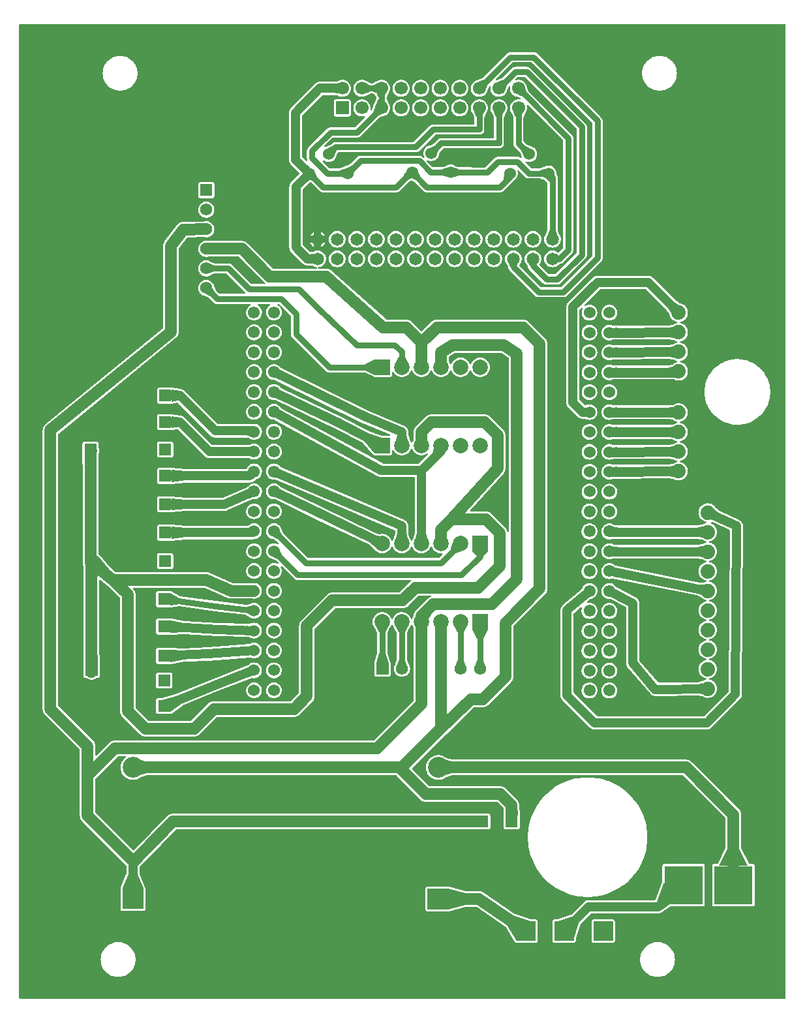
<source format=gbl>
G04 Layer: BottomLayer*
G04 EasyEDA v6.4.25, 2021-12-29T00:34:57+05:30*
G04 e214cb0dc0844b289ac3543a97dd1b39,71774f05ae434452a44acbc4d9ae3e3b,10*
G04 Gerber Generator version 0.2*
G04 Scale: 100 percent, Rotated: No, Reflected: No *
G04 Dimensions in millimeters *
G04 leading zeros omitted , absolute positions ,4 integer and 5 decimal *
%FSLAX45Y45*%
%MOMM*%

%ADD11C,1.5240*%
%ADD12C,1.5494*%
%ADD13C,1.5748*%
%ADD14R,1.5748X1.5748*%
%ADD15C,2.0000*%
%ADD16R,2.0000X2.0000*%
%ADD17C,1.6510*%
%ADD18R,5.0000X5.0000*%
%ADD19R,2.5000X2.5000*%
%ADD20C,2.7000*%
%ADD21R,2.7000X2.7000*%
%ADD22C,1.8796*%
%ADD23C,1.7000*%
%ADD25C,1.5000*%
%ADD26C,1.2000*%
%ADD27C,0.8000*%
%ADD28C,1.3000*%

%LPD*%
G36*
X36068Y25908D02*
G01*
X32156Y26670D01*
X28905Y28905D01*
X26670Y32156D01*
X25908Y36068D01*
X25908Y12663932D01*
X26670Y12667843D01*
X28905Y12671094D01*
X32156Y12673330D01*
X36068Y12674092D01*
X9963912Y12674092D01*
X9967823Y12673330D01*
X9971125Y12671094D01*
X9973310Y12667843D01*
X9974072Y12663932D01*
X9974072Y36068D01*
X9973310Y32156D01*
X9971125Y28905D01*
X9967823Y26670D01*
X9963912Y25908D01*
G37*

%LPC*%
G36*
X1336294Y11809222D02*
G01*
X1357122Y11810187D01*
X1377797Y11813032D01*
X1398117Y11817807D01*
X1417878Y11824462D01*
X1436979Y11832894D01*
X1455216Y11843054D01*
X1472438Y11854840D01*
X1488490Y11868150D01*
X1503222Y11882932D01*
X1516583Y11898985D01*
X1528368Y11916206D01*
X1538528Y11934393D01*
X1546961Y11953494D01*
X1553565Y11973306D01*
X1558340Y11993575D01*
X1561236Y12014250D01*
X1562201Y12035078D01*
X1561236Y12055957D01*
X1558340Y12076633D01*
X1553565Y12096902D01*
X1546961Y12116714D01*
X1538528Y12135815D01*
X1528368Y12154001D01*
X1516583Y12171222D01*
X1503222Y12187275D01*
X1488490Y12202058D01*
X1472438Y12215368D01*
X1455216Y12227153D01*
X1436979Y12237313D01*
X1417878Y12245746D01*
X1398117Y12252401D01*
X1377797Y12257176D01*
X1357122Y12260021D01*
X1336294Y12260986D01*
X1315466Y12260021D01*
X1294790Y12257176D01*
X1274470Y12252401D01*
X1254709Y12245746D01*
X1235608Y12237313D01*
X1217371Y12227153D01*
X1200150Y12215368D01*
X1184097Y12202058D01*
X1169365Y12187275D01*
X1156004Y12171222D01*
X1144219Y12154001D01*
X1134059Y12135815D01*
X1125626Y12116714D01*
X1119022Y12096902D01*
X1114247Y12076633D01*
X1111351Y12055957D01*
X1110386Y12035078D01*
X1111351Y12014250D01*
X1114247Y11993575D01*
X1119022Y11973306D01*
X1125626Y11953494D01*
X1134059Y11934393D01*
X1144219Y11916206D01*
X1156004Y11898985D01*
X1169365Y11882932D01*
X1184097Y11868150D01*
X1200150Y11854840D01*
X1217371Y11843054D01*
X1235608Y11832894D01*
X1254709Y11824462D01*
X1274470Y11817807D01*
X1294790Y11813032D01*
X1315466Y11810187D01*
G37*
G36*
X7482890Y750773D02*
G01*
X7731709Y750773D01*
X7738059Y751484D01*
X7743494Y753414D01*
X7748422Y756513D01*
X7752486Y760577D01*
X7755585Y765505D01*
X7757515Y770940D01*
X7758226Y777290D01*
X7758226Y1026109D01*
X7757515Y1032459D01*
X7755585Y1037894D01*
X7752486Y1042822D01*
X7748422Y1046886D01*
X7743494Y1049985D01*
X7738059Y1051915D01*
X7731709Y1052626D01*
X7482890Y1052626D01*
X7476540Y1051915D01*
X7471105Y1049985D01*
X7466177Y1046886D01*
X7462113Y1042822D01*
X7459014Y1037894D01*
X7457084Y1032459D01*
X7456373Y1026109D01*
X7456373Y777290D01*
X7457084Y770940D01*
X7459014Y765505D01*
X7462113Y760577D01*
X7466177Y756513D01*
X7471105Y753414D01*
X7476540Y751484D01*
G37*
G36*
X6479590Y750773D02*
G01*
X6728409Y750773D01*
X6734759Y751484D01*
X6740194Y753414D01*
X6745122Y756513D01*
X6749186Y760577D01*
X6752285Y765505D01*
X6754215Y770940D01*
X6754926Y777290D01*
X6754926Y1026109D01*
X6754215Y1032459D01*
X6752285Y1037894D01*
X6749186Y1042822D01*
X6745122Y1046886D01*
X6740194Y1049985D01*
X6734759Y1051915D01*
X6728409Y1052626D01*
X6673342Y1052626D01*
X6670040Y1053134D01*
X6456426Y1126083D01*
X6453936Y1127302D01*
X6051753Y1403807D01*
X6044234Y1408531D01*
X6040323Y1410665D01*
X6032347Y1414272D01*
X6028182Y1415897D01*
X6019800Y1418437D01*
X6015482Y1419453D01*
X6006846Y1420926D01*
X6002426Y1421384D01*
X5993536Y1421688D01*
X5826252Y1420672D01*
X5823661Y1420977D01*
X5603748Y1477467D01*
X5596077Y1478483D01*
X5327294Y1478483D01*
X5320944Y1477772D01*
X5315508Y1475841D01*
X5310581Y1472742D01*
X5306517Y1468678D01*
X5303418Y1463751D01*
X5301488Y1458315D01*
X5300776Y1451965D01*
X5300776Y1183132D01*
X5301488Y1176782D01*
X5303418Y1171346D01*
X5306517Y1166418D01*
X5310581Y1162354D01*
X5315508Y1159256D01*
X5320944Y1157376D01*
X5327294Y1156665D01*
X5596128Y1156665D01*
X5603748Y1157630D01*
X5824016Y1218488D01*
X5826658Y1218844D01*
X5960160Y1219657D01*
X5963208Y1219250D01*
X5965952Y1217879D01*
X6331966Y966266D01*
X6334861Y963218D01*
X6456781Y763473D01*
X6458661Y760730D01*
X6462877Y756513D01*
X6467805Y753414D01*
X6473240Y751484D01*
G37*
G36*
X6974890Y750773D02*
G01*
X7223709Y750773D01*
X7230059Y751484D01*
X7235494Y753414D01*
X7240422Y756513D01*
X7244486Y760577D01*
X7247585Y765505D01*
X7249515Y770940D01*
X7250226Y777290D01*
X7250226Y808786D01*
X7250734Y811987D01*
X7309815Y989177D01*
X7312253Y993140D01*
X7449413Y1130300D01*
X7452715Y1132535D01*
X7456576Y1133297D01*
X8318296Y1133297D01*
X8324646Y1133500D01*
X8330742Y1134160D01*
X8336737Y1135278D01*
X8342680Y1136802D01*
X8348522Y1138732D01*
X8354161Y1141069D01*
X8359648Y1143812D01*
X8364931Y1146911D01*
X8369909Y1150366D01*
X8377580Y1156665D01*
X8476843Y1221079D01*
X8479485Y1222298D01*
X8482380Y1222705D01*
X8898128Y1222705D01*
X8904427Y1223416D01*
X8909913Y1225296D01*
X8914790Y1228394D01*
X8918905Y1232509D01*
X8922004Y1237386D01*
X8923883Y1242872D01*
X8924594Y1249172D01*
X8924594Y1748028D01*
X8923883Y1754327D01*
X8922004Y1759813D01*
X8918905Y1764690D01*
X8914790Y1768805D01*
X8909913Y1771904D01*
X8904427Y1773783D01*
X8898128Y1774494D01*
X8399272Y1774494D01*
X8392922Y1773783D01*
X8387486Y1771904D01*
X8382609Y1768805D01*
X8378494Y1764690D01*
X8375396Y1759813D01*
X8373516Y1754327D01*
X8372805Y1748028D01*
X8372805Y1546148D01*
X8372094Y1542491D01*
X8283194Y1311605D01*
X8281009Y1308201D01*
X8277656Y1305915D01*
X8273694Y1305102D01*
X7417003Y1305102D01*
X7410653Y1304899D01*
X7404557Y1304239D01*
X7398562Y1303121D01*
X7392619Y1301597D01*
X7386777Y1299667D01*
X7381138Y1297330D01*
X7375652Y1294587D01*
X7370368Y1291488D01*
X7365339Y1287983D01*
X7360564Y1284122D01*
X7355941Y1279804D01*
X7190740Y1114653D01*
X7186777Y1112215D01*
X7009587Y1053134D01*
X7006386Y1052626D01*
X6974890Y1052626D01*
X6968540Y1051915D01*
X6963105Y1049985D01*
X6958177Y1046886D01*
X6954113Y1042822D01*
X6951014Y1037894D01*
X6949084Y1032459D01*
X6948373Y1026109D01*
X6948373Y777290D01*
X6949084Y770940D01*
X6951014Y765505D01*
X6954113Y760577D01*
X6958177Y756513D01*
X6963105Y753414D01*
X6968540Y751484D01*
G37*
G36*
X1367536Y1162608D02*
G01*
X1636420Y1162608D01*
X1642719Y1163320D01*
X1648206Y1165199D01*
X1653082Y1168298D01*
X1657197Y1172362D01*
X1660245Y1177290D01*
X1662175Y1182725D01*
X1662887Y1189075D01*
X1662887Y1457909D01*
X1662175Y1464360D01*
X1660702Y1468831D01*
X1588617Y1641856D01*
X1587804Y1645767D01*
X1587804Y1732991D01*
X1588566Y1736902D01*
X1590802Y1740204D01*
X1672640Y1822043D01*
X2058974Y2220112D01*
X2062327Y2222398D01*
X2066289Y2223211D01*
X5731967Y2223211D01*
X5956909Y2221992D01*
X6113983Y2221992D01*
X6120282Y2222703D01*
X6125768Y2224633D01*
X6130645Y2227681D01*
X6134760Y2231796D01*
X6137808Y2236673D01*
X6139738Y2242159D01*
X6140450Y2248458D01*
X6140450Y2404821D01*
X6139738Y2411120D01*
X6137808Y2416606D01*
X6134760Y2421483D01*
X6130645Y2425598D01*
X6125768Y2428646D01*
X6120282Y2430576D01*
X6113983Y2431288D01*
X5956249Y2431288D01*
X5731560Y2424988D01*
X2019350Y2424988D01*
X2004618Y2423922D01*
X1991715Y2421128D01*
X1979320Y2416708D01*
X1967534Y2410714D01*
X1956714Y2403195D01*
X1946656Y2394153D01*
X1528267Y1963064D01*
X1518462Y1953310D01*
X1515211Y1951075D01*
X1511300Y1950313D01*
X1507388Y1951075D01*
X1504137Y1953310D01*
X1018286Y2439111D01*
X1016101Y2442413D01*
X1015288Y2446324D01*
X1015288Y2874975D01*
X1016101Y2878886D01*
X1018286Y2882188D01*
X1308811Y3172714D01*
X1312113Y3174898D01*
X1316024Y3175711D01*
X1404315Y3175711D01*
X1408430Y3174847D01*
X1411833Y3172409D01*
X1413967Y3168751D01*
X1414424Y3164636D01*
X1413205Y3160623D01*
X1410462Y3157423D01*
X1397711Y3147771D01*
X1385112Y3135782D01*
X1373835Y3122523D01*
X1364030Y3108096D01*
X1355852Y3092704D01*
X1349400Y3076498D01*
X1344777Y3059734D01*
X1341932Y3042513D01*
X1341018Y3025140D01*
X1341932Y3007766D01*
X1344777Y2990545D01*
X1349400Y2973781D01*
X1355852Y2957576D01*
X1364030Y2942183D01*
X1373835Y2927756D01*
X1385112Y2914497D01*
X1397711Y2902508D01*
X1411630Y2891993D01*
X1426514Y2883001D01*
X1442364Y2875686D01*
X1458874Y2870098D01*
X1475892Y2866390D01*
X1493164Y2864459D01*
X1510588Y2864459D01*
X1527911Y2866390D01*
X1544929Y2870098D01*
X1561439Y2875686D01*
X1577238Y2883001D01*
X1592173Y2891993D01*
X1601622Y2899156D01*
X1605076Y2900832D01*
X1687880Y2923844D01*
X1690624Y2924251D01*
X4917135Y2924251D01*
X4921046Y2923438D01*
X4924348Y2921254D01*
X5237022Y2608580D01*
X5247182Y2599639D01*
X5258155Y2592324D01*
X5269992Y2586482D01*
X5282488Y2582265D01*
X5295442Y2579674D01*
X5308955Y2578811D01*
X6227775Y2578811D01*
X6231686Y2577998D01*
X6234988Y2575814D01*
X6309461Y2501341D01*
X6311696Y2498039D01*
X6312458Y2494127D01*
X6312154Y2405380D01*
X6312154Y2248458D01*
X6312865Y2242159D01*
X6314795Y2236673D01*
X6317843Y2231796D01*
X6321958Y2227681D01*
X6326835Y2224633D01*
X6332321Y2222703D01*
X6338620Y2221992D01*
X6494983Y2221992D01*
X6501282Y2222703D01*
X6506768Y2224633D01*
X6511645Y2227681D01*
X6515760Y2231796D01*
X6518808Y2236673D01*
X6520738Y2242159D01*
X6521450Y2248458D01*
X6521399Y2406904D01*
X6514388Y2541270D01*
X6513525Y2553157D01*
X6510934Y2566111D01*
X6506718Y2578608D01*
X6500876Y2590444D01*
X6493560Y2601417D01*
X6484620Y2611577D01*
X6345377Y2750820D01*
X6335217Y2759760D01*
X6324244Y2767076D01*
X6312408Y2772918D01*
X6299911Y2777134D01*
X6286957Y2779725D01*
X6273444Y2780588D01*
X5354624Y2780588D01*
X5350713Y2781401D01*
X5347411Y2783586D01*
X5128666Y3002330D01*
X5126482Y3005632D01*
X5125720Y3009493D01*
X5126482Y3013405D01*
X5128666Y3016707D01*
X5573268Y3461308D01*
X5930747Y3807815D01*
X5933998Y3809949D01*
X5937808Y3810711D01*
X6044844Y3810711D01*
X6058357Y3811574D01*
X6071311Y3814165D01*
X6083808Y3818382D01*
X6095644Y3824224D01*
X6106617Y3831539D01*
X6116777Y3840479D01*
X6408420Y4132122D01*
X6417360Y4142282D01*
X6424676Y4153255D01*
X6430518Y4165092D01*
X6434734Y4177588D01*
X6437325Y4190542D01*
X6438188Y4204055D01*
X6438188Y4856175D01*
X6439001Y4860086D01*
X6441186Y4863388D01*
X6852920Y5275122D01*
X6861860Y5285282D01*
X6869175Y5296255D01*
X6875018Y5308092D01*
X6879234Y5320588D01*
X6881825Y5333542D01*
X6882688Y5347055D01*
X6882688Y8521344D01*
X6881825Y8534857D01*
X6879234Y8547811D01*
X6875018Y8560308D01*
X6869175Y8572144D01*
X6861860Y8583117D01*
X6852920Y8593277D01*
X6637477Y8808720D01*
X6627317Y8817660D01*
X6616344Y8824976D01*
X6604508Y8830818D01*
X6592011Y8835034D01*
X6579057Y8837625D01*
X6565544Y8838488D01*
X5448655Y8838488D01*
X5435142Y8837625D01*
X5422188Y8835034D01*
X5409692Y8830818D01*
X5397855Y8824976D01*
X5386882Y8817660D01*
X5376722Y8808720D01*
X5255564Y8687612D01*
X5252313Y8685377D01*
X5248402Y8684615D01*
X5244490Y8685377D01*
X5241239Y8687612D01*
X5120081Y8808720D01*
X5109921Y8817660D01*
X5098948Y8824976D01*
X5087112Y8830818D01*
X5074615Y8835034D01*
X5061661Y8837625D01*
X5048148Y8838488D01*
X4792319Y8838488D01*
X4788662Y8839200D01*
X4785512Y8841079D01*
X4080713Y9472980D01*
X4074566Y9478060D01*
X4070197Y9481261D01*
X4063593Y9485426D01*
X4058869Y9487966D01*
X4051757Y9491218D01*
X4046728Y9493148D01*
X4039260Y9495485D01*
X4034028Y9496755D01*
X4026306Y9498025D01*
X4020972Y9498584D01*
X4012996Y9498888D01*
X3914749Y9498888D01*
X3910584Y9499803D01*
X3907180Y9502292D01*
X3905046Y9506000D01*
X3904640Y9510217D01*
X3906012Y9514230D01*
X3908856Y9517329D01*
X3912768Y9519056D01*
X3926941Y9521850D01*
X3940403Y9526422D01*
X3953103Y9532670D01*
X3964889Y9540595D01*
X3975557Y9549942D01*
X3984904Y9560610D01*
X3992829Y9572396D01*
X3999077Y9585096D01*
X4003649Y9598558D01*
X4006392Y9612426D01*
X4007358Y9626600D01*
X4006392Y9640773D01*
X4003649Y9654641D01*
X3999077Y9668103D01*
X3992829Y9680803D01*
X3984904Y9692589D01*
X3975557Y9703257D01*
X3964889Y9712604D01*
X3953103Y9720529D01*
X3940403Y9726777D01*
X3926941Y9731349D01*
X3913073Y9734092D01*
X3898900Y9735058D01*
X3884726Y9734092D01*
X3870858Y9731349D01*
X3857396Y9726777D01*
X3844696Y9720529D01*
X3837533Y9715754D01*
X3834993Y9714534D01*
X3832250Y9714026D01*
X3807764Y9713214D01*
X3803700Y9713925D01*
X3800246Y9716211D01*
X3706368Y9810089D01*
X3704132Y9813391D01*
X3703370Y9817252D01*
X3703370Y10521797D01*
X3704132Y10525658D01*
X3706368Y10528960D01*
X3795826Y10618419D01*
X3799382Y10620756D01*
X3803548Y10621416D01*
X3807663Y10620298D01*
X3820160Y10613898D01*
X3822700Y10612018D01*
X3924604Y10509961D01*
X3932783Y10502950D01*
X3941572Y10497566D01*
X3951122Y10493603D01*
X3961180Y10491165D01*
X3971950Y10490352D01*
X4917795Y10490352D01*
X4928514Y10491165D01*
X4938572Y10493603D01*
X4948123Y10497566D01*
X4956911Y10502950D01*
X4965090Y10509910D01*
X5083505Y10628325D01*
X5086959Y10630611D01*
X5115864Y10642041D01*
X5120132Y10642752D01*
X5124246Y10641634D01*
X5153609Y10626547D01*
X5156149Y10624718D01*
X5270957Y10509910D01*
X5279136Y10502950D01*
X5287924Y10497566D01*
X5297474Y10493603D01*
X5307533Y10491165D01*
X5318252Y10490352D01*
X6263995Y10490352D01*
X6274714Y10491165D01*
X6284772Y10493603D01*
X6294323Y10497566D01*
X6303111Y10502950D01*
X6311290Y10509910D01*
X6441744Y10640364D01*
X6448907Y10648797D01*
X6451193Y10650728D01*
X6455968Y10653776D01*
X6466382Y10662615D01*
X6475526Y10672724D01*
X6483248Y10683951D01*
X6489395Y10696143D01*
X6493865Y10708995D01*
X6496558Y10722356D01*
X6497472Y10735970D01*
X6496558Y10749584D01*
X6493865Y10762945D01*
X6492697Y10766196D01*
X6492189Y10770057D01*
X6493103Y10773816D01*
X6495389Y10776966D01*
X6498691Y10779048D01*
X6502501Y10779709D01*
X6506260Y10778896D01*
X6509512Y10776712D01*
X6596481Y10689742D01*
X6604660Y10682782D01*
X6613448Y10677398D01*
X6622999Y10673435D01*
X6633057Y10670997D01*
X6643776Y10670184D01*
X6785965Y10670184D01*
X6789064Y10669676D01*
X6831228Y10656062D01*
X6834174Y10654588D01*
X6840474Y10649915D01*
X6855155Y10642041D01*
X6856984Y10640415D01*
X6878421Y10616133D01*
X6880352Y10612983D01*
X6881012Y10609376D01*
X6881012Y9999573D01*
X6880352Y9996017D01*
X6862825Y9949789D01*
X6860895Y9946589D01*
X6852970Y9934803D01*
X6846722Y9922103D01*
X6842150Y9908641D01*
X6839407Y9894773D01*
X6838442Y9880600D01*
X6839407Y9866426D01*
X6842150Y9852558D01*
X6846722Y9839096D01*
X6852970Y9826396D01*
X6860895Y9814610D01*
X6870242Y9803942D01*
X6880910Y9794595D01*
X6892696Y9786670D01*
X6905396Y9780422D01*
X6918858Y9775850D01*
X6932726Y9773107D01*
X6946900Y9772142D01*
X6961073Y9773107D01*
X6974941Y9775850D01*
X6988403Y9780422D01*
X7001103Y9786670D01*
X7012889Y9794595D01*
X7023557Y9803942D01*
X7032904Y9814610D01*
X7040829Y9826396D01*
X7047077Y9839096D01*
X7051649Y9852558D01*
X7054392Y9866426D01*
X7055358Y9880600D01*
X7054392Y9894773D01*
X7051649Y9908641D01*
X7047077Y9922103D01*
X7040829Y9934803D01*
X7032853Y9946690D01*
X7030974Y9949789D01*
X7013448Y9996017D01*
X7012787Y9999573D01*
X7012787Y10684103D01*
X7011974Y10694771D01*
X7009536Y10704830D01*
X7005574Y10714380D01*
X6997649Y10727334D01*
X6997141Y10731195D01*
X6997496Y10735970D01*
X6996582Y10749584D01*
X6993839Y10762945D01*
X6989368Y10775848D01*
X6983222Y10787989D01*
X6975500Y10799267D01*
X6966356Y10809376D01*
X6955942Y10818164D01*
X6944461Y10825480D01*
X6932066Y10831220D01*
X6919061Y10835284D01*
X6905599Y10837570D01*
X6891985Y10838027D01*
X6878421Y10836656D01*
X6865162Y10833455D01*
X6852412Y10828578D01*
X6840474Y10822025D01*
X6834327Y10817504D01*
X6831380Y10815980D01*
X6789166Y10802467D01*
X6786067Y10801959D01*
X6674866Y10801959D01*
X6671005Y10802772D01*
X6667703Y10804956D01*
X6598666Y10873994D01*
X6596481Y10877245D01*
X6595668Y10881106D01*
X6596430Y10884966D01*
X6598564Y10888268D01*
X6601764Y10890504D01*
X6605625Y10891316D01*
X6609486Y10890656D01*
X6615175Y10888472D01*
X6628434Y10885322D01*
X6641998Y10883950D01*
X6655612Y10884408D01*
X6669074Y10886694D01*
X6682079Y10890707D01*
X6694474Y10896447D01*
X6705955Y10903813D01*
X6716369Y10912602D01*
X6725513Y10922711D01*
X6733235Y10933938D01*
X6739381Y10946130D01*
X6743852Y10959033D01*
X6746595Y10972393D01*
X6747509Y10985957D01*
X6746595Y10999571D01*
X6743852Y11012932D01*
X6739381Y11025835D01*
X6733235Y11038027D01*
X6725513Y11049254D01*
X6716369Y11059363D01*
X6705955Y11068151D01*
X6694474Y11075517D01*
X6682079Y11081258D01*
X6669074Y11085271D01*
X6659473Y11086896D01*
X6656527Y11087862D01*
X6617208Y11108080D01*
X6614668Y11109909D01*
X6574586Y11149990D01*
X6572402Y11153292D01*
X6571589Y11157204D01*
X6571589Y11462308D01*
X6572351Y11466068D01*
X6591604Y11514328D01*
X6602323Y11530533D01*
X6608470Y11543334D01*
X6612940Y11556796D01*
X6615684Y11570766D01*
X6616598Y11584940D01*
X6615684Y11599113D01*
X6613144Y11611965D01*
X6613245Y11616283D01*
X6615074Y11620144D01*
X6618376Y11622887D01*
X6622491Y11624056D01*
X6626707Y11623446D01*
X6630314Y11621109D01*
X7081215Y11170208D01*
X7083399Y11166906D01*
X7084212Y11163046D01*
X7084212Y9772396D01*
X7083399Y9768535D01*
X7081215Y9765233D01*
X7028027Y9711994D01*
X7024878Y9709861D01*
X7021169Y9709048D01*
X7017410Y9709658D01*
X7001103Y9720529D01*
X6988403Y9726777D01*
X6974941Y9731349D01*
X6961073Y9734092D01*
X6946900Y9735058D01*
X6932726Y9734092D01*
X6918858Y9731349D01*
X6905396Y9726777D01*
X6892696Y9720529D01*
X6880910Y9712604D01*
X6870242Y9703257D01*
X6860895Y9692589D01*
X6852970Y9680803D01*
X6846722Y9668103D01*
X6842150Y9654641D01*
X6839407Y9640773D01*
X6838442Y9626600D01*
X6839407Y9612426D01*
X6842150Y9598558D01*
X6846722Y9585096D01*
X6852970Y9572396D01*
X6860895Y9560610D01*
X6870242Y9549942D01*
X6880910Y9540595D01*
X6892696Y9532670D01*
X6905396Y9526422D01*
X6918858Y9521850D01*
X6932726Y9519107D01*
X6946900Y9518142D01*
X6961073Y9519107D01*
X6974941Y9521850D01*
X6988403Y9526422D01*
X7001103Y9532670D01*
X7012889Y9540595D01*
X7016343Y9543440D01*
X7042403Y9560052D01*
X7045502Y9561372D01*
X7056170Y9563963D01*
X7065721Y9567926D01*
X7074509Y9573310D01*
X7082688Y9580270D01*
X7196429Y9694011D01*
X7203389Y9702190D01*
X7208774Y9710978D01*
X7212736Y9720529D01*
X7215174Y9730587D01*
X7215987Y9741306D01*
X7215987Y11194135D01*
X7215174Y11204854D01*
X7212736Y11214912D01*
X7208774Y11224463D01*
X7203389Y11233251D01*
X7196429Y11241430D01*
X6639052Y11798808D01*
X6636867Y11802008D01*
X6616496Y11849455D01*
X6612940Y11867083D01*
X6608470Y11880545D01*
X6602323Y11893346D01*
X6594551Y11905284D01*
X6585356Y11916105D01*
X6574840Y11925655D01*
X6563156Y11933783D01*
X6550558Y11940336D01*
X6537248Y11945264D01*
X6523380Y11948414D01*
X6509257Y11949785D01*
X6495034Y11949328D01*
X6481013Y11947042D01*
X6479590Y11946636D01*
X6475171Y11946331D01*
X6471005Y11947956D01*
X6467957Y11951157D01*
X6466586Y11955373D01*
X6467144Y11959793D01*
X6469532Y11963552D01*
X6489395Y11983415D01*
X6492697Y11985599D01*
X6496558Y11986412D01*
X6585203Y11986412D01*
X6589064Y11985599D01*
X6592366Y11983415D01*
X7259015Y11316766D01*
X7261199Y11313464D01*
X7262012Y11309604D01*
X7262012Y9708896D01*
X7261199Y9705035D01*
X7259015Y9701733D01*
X6986066Y9428784D01*
X6982764Y9426600D01*
X6978903Y9425787D01*
X6902196Y9425787D01*
X6898335Y9426600D01*
X6895033Y9428784D01*
X6778294Y9545472D01*
X6776161Y9548622D01*
X6775348Y9552330D01*
X6775958Y9556089D01*
X6786829Y9572396D01*
X6793077Y9585096D01*
X6797649Y9598558D01*
X6800392Y9612426D01*
X6801358Y9626600D01*
X6800392Y9640773D01*
X6797649Y9654641D01*
X6793077Y9668103D01*
X6786829Y9680803D01*
X6778904Y9692589D01*
X6769557Y9703257D01*
X6758889Y9712604D01*
X6747103Y9720529D01*
X6734403Y9726777D01*
X6720941Y9731349D01*
X6707073Y9734092D01*
X6692900Y9735058D01*
X6678726Y9734092D01*
X6664858Y9731349D01*
X6651396Y9726777D01*
X6638696Y9720529D01*
X6626910Y9712604D01*
X6616242Y9703257D01*
X6606895Y9692589D01*
X6598970Y9680803D01*
X6592722Y9668103D01*
X6588150Y9654641D01*
X6585407Y9640773D01*
X6584442Y9626600D01*
X6585407Y9612426D01*
X6588150Y9598558D01*
X6592722Y9585096D01*
X6598970Y9572396D01*
X6606895Y9560610D01*
X6609740Y9557156D01*
X6626352Y9531096D01*
X6627672Y9527997D01*
X6630263Y9517329D01*
X6634225Y9507778D01*
X6639610Y9498990D01*
X6646570Y9490811D01*
X6823811Y9313570D01*
X6831990Y9306610D01*
X6840778Y9301226D01*
X6850329Y9297263D01*
X6860387Y9294825D01*
X6871106Y9294012D01*
X7009993Y9294012D01*
X7020712Y9294825D01*
X7030770Y9297263D01*
X7040321Y9301226D01*
X7049109Y9306610D01*
X7057288Y9313570D01*
X7374229Y9630511D01*
X7381189Y9638690D01*
X7386574Y9647478D01*
X7390536Y9657029D01*
X7392974Y9667087D01*
X7393787Y9677806D01*
X7393787Y11340693D01*
X7392974Y11351412D01*
X7390536Y11361470D01*
X7386574Y11371021D01*
X7381189Y11379809D01*
X7374229Y11387988D01*
X6663588Y12098629D01*
X6655409Y12105589D01*
X6646621Y12110974D01*
X6637070Y12114936D01*
X6627012Y12117374D01*
X6616293Y12118187D01*
X6465468Y12118187D01*
X6454749Y12117374D01*
X6444691Y12114936D01*
X6435140Y12110974D01*
X6426352Y12105589D01*
X6418173Y12098629D01*
X6291834Y11972290D01*
X6288684Y11970105D01*
X6240830Y11949582D01*
X6238443Y11948871D01*
X6227013Y11947042D01*
X6225590Y11946636D01*
X6221171Y11946331D01*
X6217005Y11947956D01*
X6213957Y11951157D01*
X6212586Y11955373D01*
X6213144Y11959793D01*
X6215532Y11963552D01*
X6425895Y12173915D01*
X6429197Y12176099D01*
X6433058Y12176912D01*
X6674103Y12176912D01*
X6677964Y12176099D01*
X6681266Y12173915D01*
X7462215Y11392966D01*
X7464399Y11389664D01*
X7465212Y11385804D01*
X7465212Y9670796D01*
X7464399Y9666935D01*
X7462215Y9663633D01*
X7062266Y9263684D01*
X7058964Y9261500D01*
X7055103Y9260687D01*
X6800596Y9260687D01*
X6796735Y9261500D01*
X6793433Y9263684D01*
X6520332Y9536785D01*
X6518097Y9540189D01*
X6517385Y9544253D01*
X6518300Y9548215D01*
X6522516Y9557207D01*
X6532829Y9572396D01*
X6539077Y9585096D01*
X6543649Y9598558D01*
X6546392Y9612426D01*
X6547357Y9626600D01*
X6546392Y9640773D01*
X6543649Y9654641D01*
X6539077Y9668103D01*
X6532829Y9680803D01*
X6524904Y9692589D01*
X6515557Y9703257D01*
X6504889Y9712604D01*
X6493103Y9720529D01*
X6480403Y9726777D01*
X6466941Y9731349D01*
X6453073Y9734092D01*
X6438900Y9735058D01*
X6424726Y9734092D01*
X6410858Y9731349D01*
X6397396Y9726777D01*
X6384696Y9720529D01*
X6372910Y9712604D01*
X6362242Y9703257D01*
X6352895Y9692589D01*
X6344970Y9680803D01*
X6338722Y9668103D01*
X6334150Y9654641D01*
X6331407Y9640773D01*
X6330442Y9626600D01*
X6331407Y9612426D01*
X6334150Y9598558D01*
X6338722Y9585096D01*
X6344970Y9572396D01*
X6355283Y9557207D01*
X6372809Y9519666D01*
X6376263Y9504629D01*
X6380226Y9495078D01*
X6385610Y9486290D01*
X6392570Y9478111D01*
X6722211Y9148470D01*
X6730390Y9141510D01*
X6739178Y9136126D01*
X6748729Y9132163D01*
X6758787Y9129725D01*
X6769506Y9128912D01*
X7086193Y9128912D01*
X7096912Y9129725D01*
X7106970Y9132163D01*
X7116521Y9136126D01*
X7125309Y9141510D01*
X7133488Y9148470D01*
X7577429Y9592411D01*
X7584389Y9600590D01*
X7589774Y9609378D01*
X7593736Y9618929D01*
X7596174Y9628987D01*
X7596987Y9639706D01*
X7596987Y11416893D01*
X7596174Y11427612D01*
X7593736Y11437670D01*
X7589774Y11447221D01*
X7584389Y11456009D01*
X7577429Y11464188D01*
X6752488Y12289129D01*
X6744309Y12296089D01*
X6735521Y12301474D01*
X6725970Y12305436D01*
X6715912Y12307874D01*
X6705193Y12308687D01*
X6401968Y12308687D01*
X6391249Y12307874D01*
X6381191Y12305436D01*
X6371640Y12301474D01*
X6362852Y12296089D01*
X6354673Y12289129D01*
X6037834Y11972290D01*
X6034684Y11970105D01*
X5986830Y11949582D01*
X5984443Y11948871D01*
X5973013Y11947042D01*
X5959398Y11943029D01*
X5946394Y11937238D01*
X5934252Y11929872D01*
X5923127Y11921032D01*
X5913272Y11910822D01*
X5904788Y11899442D01*
X5897778Y11887047D01*
X5892444Y11873890D01*
X5888837Y11860123D01*
X5887059Y11846052D01*
X5887059Y11831828D01*
X5888837Y11817756D01*
X5892444Y11803989D01*
X5897778Y11790832D01*
X5904788Y11778437D01*
X5913272Y11767058D01*
X5923127Y11756847D01*
X5934252Y11748008D01*
X5946394Y11740642D01*
X5959398Y11734901D01*
X5973013Y11730837D01*
X5987034Y11728551D01*
X6001258Y11728094D01*
X6015380Y11729466D01*
X6029248Y11732615D01*
X6042558Y11737543D01*
X6055156Y11744096D01*
X6066840Y11752224D01*
X6077356Y11761825D01*
X6086551Y11772595D01*
X6094323Y11784533D01*
X6100470Y11797334D01*
X6104940Y11810796D01*
X6107684Y11825071D01*
X6108496Y11828424D01*
X6123025Y11862257D01*
X6125413Y11865660D01*
X6128918Y11867845D01*
X6132982Y11868404D01*
X6136995Y11867337D01*
X6140196Y11864746D01*
X6142126Y11861088D01*
X6142431Y11856974D01*
X6141059Y11846052D01*
X6141059Y11831828D01*
X6142837Y11817756D01*
X6146444Y11803989D01*
X6151778Y11790832D01*
X6158788Y11778437D01*
X6167272Y11767058D01*
X6177127Y11756847D01*
X6188252Y11748008D01*
X6200394Y11740642D01*
X6213398Y11734901D01*
X6227013Y11730837D01*
X6241034Y11728551D01*
X6255258Y11728094D01*
X6269380Y11729466D01*
X6283248Y11732615D01*
X6296558Y11737543D01*
X6309156Y11744096D01*
X6320840Y11752224D01*
X6331356Y11761825D01*
X6340551Y11772595D01*
X6348323Y11784533D01*
X6354470Y11797334D01*
X6358940Y11810796D01*
X6361684Y11825071D01*
X6362496Y11828424D01*
X6377025Y11862257D01*
X6379413Y11865660D01*
X6382918Y11867845D01*
X6386982Y11868404D01*
X6390995Y11867337D01*
X6394196Y11864746D01*
X6396126Y11861088D01*
X6396431Y11856974D01*
X6395059Y11846052D01*
X6395059Y11831828D01*
X6396837Y11817756D01*
X6400444Y11803989D01*
X6405778Y11790832D01*
X6412788Y11778437D01*
X6421272Y11767058D01*
X6431127Y11756847D01*
X6442252Y11748008D01*
X6454394Y11740642D01*
X6467398Y11734901D01*
X6481013Y11730837D01*
X6492443Y11729008D01*
X6494830Y11728297D01*
X6528460Y11713870D01*
X6531813Y11711533D01*
X6533997Y11708028D01*
X6534607Y11704015D01*
X6533591Y11700052D01*
X6531102Y11696801D01*
X6527546Y11694820D01*
X6523481Y11694414D01*
X6509257Y11695785D01*
X6495034Y11695328D01*
X6481013Y11693042D01*
X6467398Y11689029D01*
X6454394Y11683238D01*
X6442252Y11675872D01*
X6431127Y11667032D01*
X6421272Y11656822D01*
X6412788Y11645442D01*
X6405778Y11633047D01*
X6400444Y11619890D01*
X6396837Y11606123D01*
X6395059Y11592052D01*
X6395059Y11577828D01*
X6396837Y11563756D01*
X6400444Y11549989D01*
X6405778Y11536832D01*
X6412788Y11524437D01*
X6418427Y11516918D01*
X6419697Y11514582D01*
X6439052Y11466068D01*
X6439814Y11462308D01*
X6439814Y11126063D01*
X6440627Y11115395D01*
X6443065Y11105337D01*
X6447028Y11095786D01*
X6452412Y11086947D01*
X6459372Y11078819D01*
X6521450Y11016691D01*
X6523329Y11014151D01*
X6543548Y10974730D01*
X6544564Y10971479D01*
X6545376Y10965637D01*
X6548983Y10952480D01*
X6550406Y10949076D01*
X6551218Y10944656D01*
X6549999Y10940338D01*
X6547053Y10936935D01*
X6542938Y10935157D01*
X6538468Y10935309D01*
X6534454Y10937392D01*
X6531711Y10939729D01*
X6522923Y10945114D01*
X6513372Y10949076D01*
X6503314Y10951514D01*
X6492595Y10952327D01*
X6239408Y10952327D01*
X6228689Y10951514D01*
X6218631Y10949076D01*
X6209080Y10945114D01*
X6200292Y10939729D01*
X6192113Y10932769D01*
X6075121Y10815777D01*
X6071819Y10813542D01*
X6067907Y10812780D01*
X5735015Y10814202D01*
X5731916Y10814710D01*
X5690158Y10828274D01*
X5674461Y10838180D01*
X5662066Y10843920D01*
X5649061Y10847984D01*
X5635599Y10850270D01*
X5621985Y10850727D01*
X5608421Y10849356D01*
X5595162Y10846155D01*
X5582412Y10841278D01*
X5570474Y10834725D01*
X5564225Y10830102D01*
X5561330Y10828629D01*
X5519420Y10815167D01*
X5516321Y10814659D01*
X5399024Y10814659D01*
X5395163Y10815472D01*
X5391861Y10817656D01*
X5318506Y10891012D01*
X5316220Y10894466D01*
X5315508Y10898530D01*
X5316474Y10902543D01*
X5318963Y10905794D01*
X5322519Y10907877D01*
X5326634Y10908334D01*
X5330545Y10907115D01*
X5332425Y10906099D01*
X5345176Y10901172D01*
X5358434Y10898022D01*
X5371998Y10896650D01*
X5385612Y10897108D01*
X5399074Y10899394D01*
X5412079Y10903407D01*
X5424474Y10909147D01*
X5435955Y10916513D01*
X5446369Y10925302D01*
X5455513Y10935411D01*
X5463235Y10946638D01*
X5469382Y10958830D01*
X5473852Y10971733D01*
X5476646Y10985347D01*
X5477560Y10987989D01*
X5497525Y11026902D01*
X5499404Y11029442D01*
X5528818Y11058855D01*
X5532120Y11061039D01*
X5535980Y11061852D01*
X6251295Y11061852D01*
X6262014Y11062665D01*
X6272072Y11065103D01*
X6281623Y11069066D01*
X6290411Y11074450D01*
X6298285Y11081156D01*
X6304991Y11089030D01*
X6310376Y11097818D01*
X6314338Y11107369D01*
X6316776Y11117427D01*
X6317589Y11128146D01*
X6317589Y11462308D01*
X6318351Y11466068D01*
X6337604Y11514328D01*
X6348323Y11530533D01*
X6354470Y11543334D01*
X6358940Y11556796D01*
X6361684Y11570766D01*
X6362598Y11584940D01*
X6361684Y11599113D01*
X6358940Y11613083D01*
X6354470Y11626545D01*
X6348323Y11639346D01*
X6340551Y11651284D01*
X6331356Y11662105D01*
X6320840Y11671655D01*
X6309156Y11679783D01*
X6296558Y11686336D01*
X6283248Y11691264D01*
X6269380Y11694414D01*
X6255258Y11695785D01*
X6241034Y11695328D01*
X6227013Y11693042D01*
X6213398Y11689029D01*
X6200394Y11683238D01*
X6188252Y11675872D01*
X6177127Y11667032D01*
X6167272Y11656822D01*
X6158788Y11645442D01*
X6151778Y11633047D01*
X6146444Y11619890D01*
X6142837Y11606123D01*
X6141059Y11592052D01*
X6141059Y11577828D01*
X6142837Y11563756D01*
X6146444Y11549989D01*
X6151778Y11536832D01*
X6158788Y11524437D01*
X6164427Y11516918D01*
X6165697Y11514582D01*
X6185052Y11466068D01*
X6185814Y11462308D01*
X6185814Y11203787D01*
X6185001Y11199926D01*
X6182817Y11196624D01*
X6179515Y11194440D01*
X6175654Y11193627D01*
X5504891Y11193627D01*
X5494172Y11192814D01*
X5484114Y11190376D01*
X5474563Y11186414D01*
X5465775Y11181029D01*
X5457596Y11174069D01*
X5406136Y11122609D01*
X5403596Y11120780D01*
X5364480Y11100663D01*
X5360822Y11099596D01*
X5358434Y11099342D01*
X5345176Y11096193D01*
X5332425Y11091265D01*
X5320487Y11084712D01*
X5309514Y11076635D01*
X5299710Y11067135D01*
X5291226Y11056467D01*
X5284317Y11044732D01*
X5278983Y11032185D01*
X5275376Y11019028D01*
X5273548Y11005515D01*
X5273548Y10991850D01*
X5275376Y10978337D01*
X5278983Y10965180D01*
X5284114Y10953089D01*
X5284927Y10949178D01*
X5284165Y10945317D01*
X5281980Y10941964D01*
X5278678Y10939729D01*
X5274767Y10938967D01*
X5270855Y10939729D01*
X5267553Y10941964D01*
X5264048Y10945469D01*
X5255869Y10952429D01*
X5247081Y10957814D01*
X5237530Y10961776D01*
X5227472Y10964214D01*
X5216753Y10965027D01*
X4455566Y10965027D01*
X4444898Y10964214D01*
X4434840Y10961827D01*
X4425289Y10957864D01*
X4416501Y10952480D01*
X4408322Y10945520D01*
X4322572Y10859922D01*
X4320032Y10858042D01*
X4280916Y10837926D01*
X4277258Y10836859D01*
X4274921Y10836656D01*
X4261662Y10833455D01*
X4248912Y10828578D01*
X4236974Y10822025D01*
X4230725Y10817402D01*
X4227830Y10815929D01*
X4185615Y10802366D01*
X4182516Y10801908D01*
X4058767Y10801908D01*
X4054856Y10802670D01*
X4051604Y10804855D01*
X3966616Y10889843D01*
X3964279Y10893501D01*
X3963619Y10897717D01*
X3964838Y10901883D01*
X3967632Y10905134D01*
X3971544Y10906963D01*
X3975862Y10906963D01*
X3979824Y10905236D01*
X3986987Y10899952D01*
X3998925Y10893399D01*
X4011676Y10888472D01*
X4024934Y10885322D01*
X4038498Y10883950D01*
X4052112Y10884408D01*
X4065574Y10886694D01*
X4078579Y10890707D01*
X4090974Y10896447D01*
X4102455Y10903813D01*
X4112869Y10912602D01*
X4122013Y10922711D01*
X4129735Y10933938D01*
X4135882Y10946130D01*
X4140352Y10959033D01*
X4143146Y10972647D01*
X4144060Y10975289D01*
X4159554Y11005515D01*
X4161840Y11008461D01*
X4164990Y11010341D01*
X4168597Y11011052D01*
X5171795Y11011052D01*
X5182514Y11011865D01*
X5192572Y11014303D01*
X5202123Y11018266D01*
X5210911Y11023650D01*
X5219090Y11030610D01*
X5425135Y11236655D01*
X5428437Y11238839D01*
X5432298Y11239652D01*
X5997295Y11239652D01*
X6008014Y11240465D01*
X6018072Y11242903D01*
X6027623Y11246866D01*
X6036411Y11252250D01*
X6044285Y11258956D01*
X6050991Y11266830D01*
X6056376Y11275618D01*
X6060338Y11285169D01*
X6062776Y11295227D01*
X6063589Y11305946D01*
X6063589Y11462308D01*
X6064351Y11466068D01*
X6083604Y11514328D01*
X6094323Y11530533D01*
X6100470Y11543334D01*
X6104940Y11556796D01*
X6107684Y11570766D01*
X6108598Y11584940D01*
X6107684Y11599113D01*
X6104940Y11613083D01*
X6100470Y11626545D01*
X6094323Y11639346D01*
X6086551Y11651284D01*
X6077356Y11662105D01*
X6066840Y11671655D01*
X6055156Y11679783D01*
X6042558Y11686336D01*
X6029248Y11691264D01*
X6015380Y11694414D01*
X6001258Y11695785D01*
X5987034Y11695328D01*
X5973013Y11693042D01*
X5959398Y11689029D01*
X5946394Y11683238D01*
X5934252Y11675872D01*
X5923127Y11667032D01*
X5913272Y11656822D01*
X5904788Y11645442D01*
X5897778Y11633047D01*
X5892444Y11619890D01*
X5888837Y11606123D01*
X5887059Y11592052D01*
X5887059Y11577828D01*
X5888837Y11563756D01*
X5892444Y11549989D01*
X5897778Y11536832D01*
X5904788Y11524437D01*
X5910427Y11516918D01*
X5911697Y11514582D01*
X5931052Y11466068D01*
X5931814Y11462308D01*
X5931814Y11381587D01*
X5931001Y11377726D01*
X5928817Y11374424D01*
X5925515Y11372240D01*
X5921654Y11371427D01*
X5401208Y11371427D01*
X5390489Y11370614D01*
X5380431Y11368176D01*
X5370880Y11364214D01*
X5362092Y11358829D01*
X5353913Y11351869D01*
X5147868Y11145824D01*
X5144566Y11143640D01*
X5140706Y11142827D01*
X4133291Y11142827D01*
X4122572Y11142014D01*
X4112514Y11139576D01*
X4102963Y11135614D01*
X4094175Y11130229D01*
X4085996Y11123269D01*
X4072636Y11109909D01*
X4070096Y11108080D01*
X4030979Y11087963D01*
X4027322Y11086896D01*
X4024934Y11086642D01*
X4011676Y11083493D01*
X3999280Y11078718D01*
X3995420Y11078057D01*
X3991559Y11078870D01*
X3988358Y11081105D01*
X3986174Y11084407D01*
X3985463Y11088268D01*
X3986276Y11092129D01*
X3988460Y11095380D01*
X4091635Y11198555D01*
X4094937Y11200739D01*
X4098798Y11201552D01*
X4409795Y11201552D01*
X4420514Y11202365D01*
X4430572Y11204803D01*
X4440123Y11208766D01*
X4448911Y11214150D01*
X4457090Y11221110D01*
X4687570Y11451590D01*
X4690770Y11453774D01*
X4738674Y11474348D01*
X4741722Y11475110D01*
X4745380Y11475466D01*
X4759248Y11478615D01*
X4772558Y11483543D01*
X4785156Y11490096D01*
X4796840Y11498224D01*
X4807356Y11507825D01*
X4816551Y11518595D01*
X4824323Y11530533D01*
X4830470Y11543334D01*
X4834940Y11556796D01*
X4837684Y11570766D01*
X4838598Y11584940D01*
X4837684Y11599113D01*
X4834940Y11613083D01*
X4830470Y11626545D01*
X4824323Y11639346D01*
X4813604Y11655602D01*
X4794351Y11703812D01*
X4793589Y11707571D01*
X4793589Y11716308D01*
X4794351Y11720068D01*
X4813604Y11768328D01*
X4824323Y11784533D01*
X4830470Y11797334D01*
X4834940Y11810796D01*
X4837684Y11824766D01*
X4838598Y11838940D01*
X4837684Y11853113D01*
X4834940Y11867083D01*
X4830470Y11880545D01*
X4824323Y11893346D01*
X4816551Y11905284D01*
X4807356Y11916105D01*
X4796840Y11925655D01*
X4785156Y11933783D01*
X4772558Y11940336D01*
X4759248Y11945264D01*
X4745380Y11948414D01*
X4731258Y11949785D01*
X4717034Y11949328D01*
X4703013Y11947042D01*
X4689398Y11943029D01*
X4676394Y11937238D01*
X4664252Y11929872D01*
X4659934Y11926468D01*
X4657394Y11924944D01*
X4608830Y11905589D01*
X4605020Y11904827D01*
X4596333Y11904827D01*
X4592574Y11905589D01*
X4544618Y11924741D01*
X4542536Y11925808D01*
X4531156Y11933783D01*
X4518558Y11940336D01*
X4505248Y11945264D01*
X4491380Y11948414D01*
X4477258Y11949785D01*
X4463034Y11949328D01*
X4449013Y11947042D01*
X4435398Y11943029D01*
X4422394Y11937238D01*
X4410252Y11929872D01*
X4399127Y11921032D01*
X4389272Y11910822D01*
X4380788Y11899442D01*
X4373778Y11887047D01*
X4368444Y11873890D01*
X4364837Y11860123D01*
X4363059Y11846052D01*
X4363059Y11831828D01*
X4364837Y11817756D01*
X4368444Y11803989D01*
X4373778Y11790832D01*
X4380788Y11778437D01*
X4389272Y11767058D01*
X4399127Y11756847D01*
X4410252Y11748008D01*
X4422394Y11740642D01*
X4435398Y11734901D01*
X4449013Y11730837D01*
X4463034Y11728551D01*
X4477258Y11728094D01*
X4491380Y11729466D01*
X4505248Y11732615D01*
X4518558Y11737543D01*
X4531156Y11744096D01*
X4542536Y11752072D01*
X4544618Y11753138D01*
X4592574Y11772290D01*
X4596333Y11773052D01*
X4605020Y11773052D01*
X4608830Y11772290D01*
X4642104Y11759031D01*
X4645507Y11756745D01*
X4647793Y11753342D01*
X4661052Y11720068D01*
X4661814Y11716308D01*
X4661814Y11707622D01*
X4661052Y11703812D01*
X4641697Y11655298D01*
X4640427Y11653012D01*
X4634788Y11645442D01*
X4627778Y11633047D01*
X4622444Y11619890D01*
X4618837Y11606123D01*
X4617923Y11598808D01*
X4617161Y11596065D01*
X4602327Y11561572D01*
X4599940Y11558117D01*
X4596282Y11555984D01*
X4592116Y11555476D01*
X4588052Y11556695D01*
X4584903Y11559489D01*
X4583125Y11563299D01*
X4583023Y11567515D01*
X4583684Y11570766D01*
X4584598Y11584940D01*
X4583684Y11599113D01*
X4580940Y11613083D01*
X4576470Y11626545D01*
X4570323Y11639346D01*
X4562551Y11651284D01*
X4553356Y11662105D01*
X4542840Y11671655D01*
X4531156Y11679783D01*
X4518558Y11686336D01*
X4505248Y11691264D01*
X4491380Y11694414D01*
X4477258Y11695785D01*
X4463034Y11695328D01*
X4449013Y11693042D01*
X4435398Y11689029D01*
X4422394Y11683238D01*
X4410252Y11675872D01*
X4399127Y11667032D01*
X4389272Y11656822D01*
X4380788Y11645442D01*
X4373778Y11633047D01*
X4368444Y11619890D01*
X4364837Y11606123D01*
X4363059Y11592052D01*
X4363059Y11577828D01*
X4364837Y11563756D01*
X4368444Y11549989D01*
X4373778Y11536832D01*
X4380788Y11524437D01*
X4389272Y11513058D01*
X4399127Y11502847D01*
X4410252Y11494008D01*
X4422394Y11486642D01*
X4435398Y11480901D01*
X4449013Y11476837D01*
X4463034Y11474551D01*
X4477258Y11474094D01*
X4491380Y11475466D01*
X4500575Y11477599D01*
X4504944Y11477599D01*
X4508906Y11475821D01*
X4511751Y11472570D01*
X4512970Y11468404D01*
X4512360Y11464137D01*
X4510024Y11460480D01*
X4385868Y11336324D01*
X4382566Y11334140D01*
X4378706Y11333327D01*
X4067708Y11333327D01*
X4056989Y11332514D01*
X4046931Y11330076D01*
X4037380Y11326114D01*
X4028592Y11320729D01*
X4020413Y11313769D01*
X3779672Y11073028D01*
X3772712Y11064849D01*
X3767328Y11056061D01*
X3763365Y11046510D01*
X3760927Y11036452D01*
X3760114Y11025733D01*
X3760114Y10937646D01*
X3760927Y10926927D01*
X3763365Y10916869D01*
X3765600Y10911433D01*
X3766413Y10907522D01*
X3765600Y10903661D01*
X3763416Y10900359D01*
X3760114Y10898124D01*
X3756253Y10897362D01*
X3752342Y10898124D01*
X3749040Y10900308D01*
X3702304Y10947044D01*
X3700068Y10950346D01*
X3699306Y10954207D01*
X3699306Y11484457D01*
X3700068Y11488318D01*
X3702304Y11491620D01*
X3960723Y11750040D01*
X3964025Y11752275D01*
X3967886Y11753037D01*
X4102862Y11753037D01*
X4150766Y11750040D01*
X4153154Y11749582D01*
X4155440Y11748566D01*
X4168444Y11740642D01*
X4181398Y11734901D01*
X4195013Y11730837D01*
X4209034Y11728551D01*
X4223258Y11728094D01*
X4237380Y11729466D01*
X4251248Y11732615D01*
X4264558Y11737543D01*
X4277156Y11744096D01*
X4288840Y11752224D01*
X4299356Y11761825D01*
X4308551Y11772595D01*
X4316323Y11784533D01*
X4322470Y11797334D01*
X4326940Y11810796D01*
X4329684Y11824766D01*
X4330598Y11838940D01*
X4329684Y11853113D01*
X4326940Y11867083D01*
X4322470Y11880545D01*
X4316323Y11893346D01*
X4308551Y11905284D01*
X4299356Y11916105D01*
X4288840Y11925655D01*
X4277156Y11933783D01*
X4264558Y11940336D01*
X4251248Y11945264D01*
X4237380Y11948414D01*
X4223258Y11949785D01*
X4209034Y11949328D01*
X4195013Y11947042D01*
X4181398Y11943029D01*
X4168444Y11937238D01*
X4155440Y11929313D01*
X4153154Y11928297D01*
X4150766Y11927840D01*
X4102811Y11924842D01*
X3928313Y11924842D01*
X3921963Y11924639D01*
X3915867Y11923979D01*
X3909872Y11922861D01*
X3903929Y11921337D01*
X3898087Y11919407D01*
X3892448Y11917070D01*
X3886962Y11914327D01*
X3881678Y11911228D01*
X3876649Y11907723D01*
X3871874Y11903862D01*
X3867251Y11899544D01*
X3552799Y11585092D01*
X3548481Y11580469D01*
X3544620Y11575694D01*
X3541115Y11570665D01*
X3538016Y11565382D01*
X3535273Y11559895D01*
X3532936Y11554256D01*
X3531006Y11548414D01*
X3529482Y11542471D01*
X3528364Y11536476D01*
X3527704Y11530380D01*
X3527501Y11524030D01*
X3527501Y10914583D01*
X3527704Y10908182D01*
X3528364Y10902137D01*
X3529482Y10896041D01*
X3531006Y10890199D01*
X3532936Y10884306D01*
X3535273Y10878718D01*
X3538016Y10873130D01*
X3541115Y10867948D01*
X3544671Y10862868D01*
X3548481Y10858144D01*
X3552850Y10853470D01*
X3663238Y10743234D01*
X3665423Y10739932D01*
X3666236Y10736021D01*
X3665423Y10732160D01*
X3663238Y10728858D01*
X3556863Y10622432D01*
X3552545Y10617809D01*
X3548684Y10613034D01*
X3545179Y10608005D01*
X3542080Y10602722D01*
X3539337Y10597235D01*
X3537000Y10591596D01*
X3535070Y10585754D01*
X3533546Y10579811D01*
X3532428Y10573816D01*
X3531768Y10567720D01*
X3531565Y10561370D01*
X3531565Y9777679D01*
X3531768Y9771329D01*
X3532428Y9765233D01*
X3533546Y9759238D01*
X3535070Y9753295D01*
X3537000Y9747453D01*
X3539337Y9741814D01*
X3542080Y9736328D01*
X3545179Y9731044D01*
X3548684Y9726015D01*
X3552545Y9721240D01*
X3556863Y9716617D01*
X3707485Y9565995D01*
X3712108Y9561677D01*
X3716883Y9557816D01*
X3721912Y9554311D01*
X3727196Y9551212D01*
X3732682Y9548469D01*
X3738321Y9546132D01*
X3744163Y9544202D01*
X3750106Y9542678D01*
X3756101Y9541560D01*
X3762197Y9540900D01*
X3768547Y9540697D01*
X3786276Y9540697D01*
X3832250Y9539173D01*
X3834993Y9538665D01*
X3837533Y9537446D01*
X3844696Y9532670D01*
X3857396Y9526422D01*
X3870858Y9521850D01*
X3885031Y9519056D01*
X3888943Y9517329D01*
X3891787Y9514230D01*
X3893159Y9510217D01*
X3892753Y9506000D01*
X3890619Y9502292D01*
X3887215Y9499803D01*
X3883050Y9498888D01*
X3322624Y9498888D01*
X3318713Y9499701D01*
X3315411Y9501886D01*
X2990037Y9827260D01*
X2979877Y9836200D01*
X2968904Y9843516D01*
X2957068Y9849358D01*
X2944571Y9853574D01*
X2931617Y9856165D01*
X2918104Y9857028D01*
X2483256Y9857028D01*
X2481275Y9857232D01*
X2468067Y9859873D01*
X2454402Y9860788D01*
X2440736Y9859873D01*
X2427325Y9857181D01*
X2414371Y9852812D01*
X2402078Y9846767D01*
X2390698Y9839147D01*
X2380437Y9830104D01*
X2371394Y9819843D01*
X2363774Y9808464D01*
X2357729Y9796170D01*
X2353360Y9783216D01*
X2350668Y9769805D01*
X2349754Y9756140D01*
X2350668Y9742474D01*
X2353360Y9729063D01*
X2357729Y9716109D01*
X2363774Y9703816D01*
X2371394Y9692436D01*
X2380437Y9682175D01*
X2390698Y9673132D01*
X2402078Y9665512D01*
X2414371Y9659467D01*
X2427325Y9655098D01*
X2440736Y9652406D01*
X2454402Y9651492D01*
X2468067Y9652406D01*
X2481275Y9655048D01*
X2483256Y9655251D01*
X2872435Y9655251D01*
X2876346Y9654438D01*
X2879648Y9652254D01*
X3205022Y9326880D01*
X3215182Y9317939D01*
X3218992Y9314332D01*
X3220415Y9310319D01*
X3220059Y9306001D01*
X3217976Y9302292D01*
X3214573Y9299702D01*
X3210356Y9298787D01*
X3041396Y9298787D01*
X3037535Y9299600D01*
X3034233Y9301784D01*
X2787548Y9548469D01*
X2779369Y9555429D01*
X2770581Y9560814D01*
X2761030Y9564776D01*
X2750972Y9567214D01*
X2740253Y9568027D01*
X2567686Y9568027D01*
X2564333Y9568586D01*
X2520950Y9583623D01*
X2518664Y9584791D01*
X2506726Y9592767D01*
X2494432Y9598812D01*
X2481478Y9603181D01*
X2468067Y9605873D01*
X2454402Y9606788D01*
X2440736Y9605873D01*
X2427325Y9603181D01*
X2414371Y9598812D01*
X2402078Y9592767D01*
X2390698Y9585147D01*
X2380437Y9576104D01*
X2371394Y9565843D01*
X2363774Y9554464D01*
X2357729Y9542170D01*
X2353360Y9529216D01*
X2350668Y9515805D01*
X2349754Y9502140D01*
X2350668Y9488474D01*
X2353360Y9475063D01*
X2357729Y9462109D01*
X2363774Y9449816D01*
X2371394Y9438436D01*
X2380437Y9428175D01*
X2390698Y9419132D01*
X2402078Y9411512D01*
X2414371Y9405467D01*
X2427325Y9401098D01*
X2440736Y9398406D01*
X2454402Y9397492D01*
X2468067Y9398406D01*
X2481478Y9401098D01*
X2494432Y9405467D01*
X2506726Y9411512D01*
X2518664Y9419539D01*
X2521000Y9420707D01*
X2564333Y9435693D01*
X2567635Y9436252D01*
X2709164Y9436252D01*
X2713024Y9435439D01*
X2716326Y9433255D01*
X2960420Y9189161D01*
X2962656Y9185859D01*
X2963418Y9181947D01*
X2962656Y9178086D01*
X2960420Y9174784D01*
X2957118Y9172600D01*
X2953258Y9171787D01*
X2628138Y9171787D01*
X2624277Y9172600D01*
X2620975Y9174784D01*
X2581097Y9214662D01*
X2579116Y9217406D01*
X2559100Y9258706D01*
X2558237Y9261144D01*
X2555443Y9275216D01*
X2551074Y9288170D01*
X2545029Y9300464D01*
X2537409Y9311843D01*
X2528366Y9322104D01*
X2518105Y9331147D01*
X2506726Y9338767D01*
X2494432Y9344812D01*
X2481478Y9349181D01*
X2468067Y9351873D01*
X2454402Y9352788D01*
X2440736Y9351873D01*
X2427325Y9349181D01*
X2414371Y9344812D01*
X2402078Y9338767D01*
X2390698Y9331147D01*
X2380437Y9322104D01*
X2371394Y9311843D01*
X2363774Y9300464D01*
X2357729Y9288170D01*
X2353360Y9275216D01*
X2350668Y9261805D01*
X2349754Y9248140D01*
X2350668Y9234474D01*
X2353360Y9221063D01*
X2357729Y9208109D01*
X2363774Y9195816D01*
X2371394Y9184436D01*
X2380437Y9174175D01*
X2390698Y9165132D01*
X2402078Y9157512D01*
X2414371Y9151467D01*
X2427325Y9147098D01*
X2441448Y9144254D01*
X2443937Y9143441D01*
X2485136Y9123426D01*
X2487879Y9121444D01*
X2549753Y9059570D01*
X2557932Y9052610D01*
X2566720Y9047226D01*
X2576271Y9043263D01*
X2586329Y9040825D01*
X2597048Y9040012D01*
X3018028Y9040012D01*
X3022396Y9038996D01*
X3025902Y9036202D01*
X3027883Y9032189D01*
X3027934Y9027718D01*
X3026054Y9023604D01*
X3022600Y9020759D01*
X3021228Y9020098D01*
X3009849Y9012275D01*
X2999587Y9002979D01*
X2990697Y8992463D01*
X2983280Y8980830D01*
X2977438Y8968282D01*
X2973374Y8955125D01*
X2971088Y8941511D01*
X2970580Y8927693D01*
X2972003Y8913977D01*
X2975203Y8900515D01*
X2980131Y8887663D01*
X2986786Y8875522D01*
X2994964Y8864396D01*
X3004566Y8854490D01*
X3015386Y8845956D01*
X3027273Y8838895D01*
X3040024Y8833510D01*
X3053334Y8829852D01*
X3066999Y8828024D01*
X3080816Y8828024D01*
X3094482Y8829852D01*
X3107791Y8833510D01*
X3120542Y8838895D01*
X3132378Y8845956D01*
X3143250Y8854490D01*
X3152851Y8864396D01*
X3161030Y8875522D01*
X3167634Y8887663D01*
X3172612Y8900515D01*
X3175812Y8913977D01*
X3177184Y8927693D01*
X3176727Y8941511D01*
X3174441Y8955125D01*
X3170377Y8968282D01*
X3164535Y8980830D01*
X3157118Y8992463D01*
X3148177Y9002979D01*
X3137966Y9012275D01*
X3126587Y9020098D01*
X3125216Y9020759D01*
X3121761Y9023604D01*
X3119882Y9027718D01*
X3119932Y9032189D01*
X3121914Y9036202D01*
X3125419Y9038996D01*
X3129788Y9040012D01*
X3276092Y9040012D01*
X3280460Y9038996D01*
X3283965Y9036202D01*
X3285947Y9032189D01*
X3285998Y9027718D01*
X3284118Y9023604D01*
X3280664Y9020759D01*
X3279292Y9020098D01*
X3267913Y9012275D01*
X3257651Y9002979D01*
X3248761Y8992463D01*
X3241344Y8980830D01*
X3235502Y8968282D01*
X3231438Y8955125D01*
X3229152Y8941511D01*
X3228644Y8927693D01*
X3230067Y8913977D01*
X3233267Y8900515D01*
X3238195Y8887663D01*
X3244850Y8875522D01*
X3253028Y8864396D01*
X3262629Y8854490D01*
X3273450Y8845956D01*
X3285337Y8838895D01*
X3298088Y8833510D01*
X3311398Y8829852D01*
X3325063Y8828024D01*
X3338880Y8828024D01*
X3352546Y8829852D01*
X3365855Y8833510D01*
X3378606Y8838895D01*
X3390442Y8845956D01*
X3401314Y8854490D01*
X3410915Y8864396D01*
X3419094Y8875522D01*
X3425698Y8887663D01*
X3430676Y8900515D01*
X3433876Y8913977D01*
X3435248Y8927693D01*
X3434791Y8941511D01*
X3432505Y8955125D01*
X3428441Y8968282D01*
X3422599Y8980830D01*
X3415182Y8992463D01*
X3406241Y9002979D01*
X3396030Y9012275D01*
X3384651Y9020098D01*
X3383279Y9020759D01*
X3379825Y9023604D01*
X3377946Y9027718D01*
X3377996Y9032189D01*
X3379978Y9036202D01*
X3383483Y9038996D01*
X3387851Y9040012D01*
X3397504Y9040012D01*
X3401364Y9039199D01*
X3404666Y9037015D01*
X3550615Y8891066D01*
X3552799Y8887764D01*
X3553612Y8883904D01*
X3553612Y8649106D01*
X3554425Y8638387D01*
X3556863Y8628329D01*
X3560826Y8618778D01*
X3566210Y8609990D01*
X3573170Y8601811D01*
X4001871Y8173110D01*
X4010050Y8166150D01*
X4018838Y8160766D01*
X4028389Y8156803D01*
X4038447Y8154365D01*
X4049166Y8153552D01*
X4511903Y8153552D01*
X4516424Y8152434D01*
X4628286Y8096554D01*
X4634687Y8094218D01*
X4640986Y8093557D01*
X4839817Y8093557D01*
X4846167Y8094268D01*
X4851603Y8096148D01*
X4856530Y8099247D01*
X4860594Y8103311D01*
X4863693Y8108238D01*
X4865573Y8113674D01*
X4866284Y8120024D01*
X4866284Y8151977D01*
X4867249Y8156244D01*
X4869891Y8159750D01*
X4873752Y8161781D01*
X4878070Y8162036D01*
X4882134Y8160410D01*
X4885182Y8157260D01*
X4890770Y8147913D01*
X4900168Y8135975D01*
X4910937Y8125206D01*
X4922875Y8115858D01*
X4935880Y8107984D01*
X4949748Y8101736D01*
X4964277Y8097215D01*
X4979212Y8094472D01*
X4994402Y8093557D01*
X5009591Y8094472D01*
X5024526Y8097215D01*
X5039055Y8101736D01*
X5052923Y8107984D01*
X5065928Y8115858D01*
X5077866Y8125206D01*
X5088636Y8135975D01*
X5097983Y8147913D01*
X5105857Y8160918D01*
X5112156Y8174837D01*
X5114340Y8178038D01*
X5117592Y8180120D01*
X5121402Y8180831D01*
X5125212Y8180120D01*
X5128412Y8178038D01*
X5130647Y8174837D01*
X5136946Y8160918D01*
X5144770Y8147913D01*
X5154168Y8135975D01*
X5164937Y8125206D01*
X5176875Y8115858D01*
X5189880Y8107984D01*
X5203748Y8101736D01*
X5218277Y8097215D01*
X5233212Y8094472D01*
X5248402Y8093557D01*
X5263591Y8094472D01*
X5278526Y8097215D01*
X5293055Y8101736D01*
X5306923Y8107984D01*
X5319928Y8115858D01*
X5331866Y8125206D01*
X5342636Y8135975D01*
X5351983Y8147913D01*
X5359857Y8160918D01*
X5366156Y8174837D01*
X5368340Y8178038D01*
X5371592Y8180120D01*
X5375402Y8180831D01*
X5379212Y8180120D01*
X5382412Y8178038D01*
X5384647Y8174837D01*
X5390946Y8160918D01*
X5398770Y8147913D01*
X5408168Y8135975D01*
X5418937Y8125206D01*
X5430875Y8115858D01*
X5443880Y8107984D01*
X5457748Y8101736D01*
X5472277Y8097215D01*
X5487212Y8094472D01*
X5502402Y8093557D01*
X5517591Y8094472D01*
X5532526Y8097215D01*
X5547055Y8101736D01*
X5560923Y8107984D01*
X5573928Y8115858D01*
X5585866Y8125206D01*
X5596636Y8135975D01*
X5605983Y8147913D01*
X5613857Y8160918D01*
X5620156Y8174837D01*
X5622340Y8178038D01*
X5625592Y8180120D01*
X5629402Y8180831D01*
X5633212Y8180120D01*
X5636412Y8178038D01*
X5638647Y8174837D01*
X5644946Y8160918D01*
X5652770Y8147913D01*
X5662168Y8135975D01*
X5672937Y8125206D01*
X5684875Y8115858D01*
X5697880Y8107984D01*
X5711748Y8101736D01*
X5726277Y8097215D01*
X5741212Y8094472D01*
X5756402Y8093557D01*
X5771591Y8094472D01*
X5786526Y8097215D01*
X5801055Y8101736D01*
X5814923Y8107984D01*
X5827928Y8115858D01*
X5839866Y8125206D01*
X5850636Y8135975D01*
X5859983Y8147913D01*
X5867857Y8160918D01*
X5874156Y8174837D01*
X5876340Y8178038D01*
X5879592Y8180120D01*
X5883402Y8180831D01*
X5887212Y8180120D01*
X5890412Y8178038D01*
X5892647Y8174837D01*
X5898946Y8160918D01*
X5906770Y8147913D01*
X5916168Y8135975D01*
X5926937Y8125206D01*
X5938875Y8115858D01*
X5951880Y8107984D01*
X5965748Y8101736D01*
X5980277Y8097215D01*
X5995212Y8094472D01*
X6010402Y8093557D01*
X6025591Y8094472D01*
X6040526Y8097215D01*
X6055055Y8101736D01*
X6068923Y8107984D01*
X6081928Y8115858D01*
X6093866Y8125206D01*
X6104636Y8135975D01*
X6113983Y8147913D01*
X6121857Y8160918D01*
X6128105Y8174786D01*
X6132626Y8189315D01*
X6135370Y8204250D01*
X6136284Y8219440D01*
X6135370Y8234629D01*
X6132626Y8249564D01*
X6128105Y8264093D01*
X6121857Y8277961D01*
X6113983Y8290966D01*
X6104636Y8302904D01*
X6093866Y8313674D01*
X6081928Y8323072D01*
X6068923Y8330895D01*
X6055055Y8337143D01*
X6040526Y8341664D01*
X6025591Y8344408D01*
X6010402Y8345322D01*
X5995212Y8344408D01*
X5980277Y8341664D01*
X5965748Y8337143D01*
X5951880Y8330895D01*
X5938875Y8323072D01*
X5926937Y8313674D01*
X5916168Y8302904D01*
X5906770Y8290966D01*
X5898946Y8277961D01*
X5892647Y8264042D01*
X5890412Y8260842D01*
X5887212Y8258759D01*
X5883402Y8258048D01*
X5879592Y8258759D01*
X5876340Y8260842D01*
X5874156Y8264042D01*
X5867857Y8277961D01*
X5859983Y8290966D01*
X5850636Y8302904D01*
X5839866Y8313674D01*
X5827928Y8323072D01*
X5814923Y8330895D01*
X5801055Y8337143D01*
X5786526Y8341664D01*
X5771591Y8344408D01*
X5756402Y8345322D01*
X5741212Y8344408D01*
X5726277Y8341664D01*
X5711748Y8337143D01*
X5697880Y8330895D01*
X5684875Y8323072D01*
X5672937Y8313674D01*
X5662168Y8302904D01*
X5652770Y8290966D01*
X5644946Y8277961D01*
X5638647Y8264042D01*
X5636412Y8260842D01*
X5633212Y8258759D01*
X5629402Y8258048D01*
X5625592Y8258759D01*
X5622340Y8260842D01*
X5620156Y8264042D01*
X5613857Y8277961D01*
X5603849Y8294573D01*
X5603290Y8297875D01*
X5603290Y8350402D01*
X5603849Y8353653D01*
X5605424Y8356600D01*
X5607862Y8358835D01*
X5679389Y8406384D01*
X5682081Y8407654D01*
X5685028Y8408111D01*
X6278422Y8408111D01*
X6281318Y8407654D01*
X6284010Y8406384D01*
X6374841Y8346135D01*
X6377279Y8343849D01*
X6378854Y8340902D01*
X6379413Y8337651D01*
X6379413Y6095085D01*
X6378498Y6090920D01*
X6376009Y6087516D01*
X6372301Y6085382D01*
X6368084Y6084976D01*
X6364071Y6086297D01*
X6360972Y6089192D01*
X6359245Y6093104D01*
X6358534Y6096711D01*
X6354318Y6109208D01*
X6348476Y6121044D01*
X6341160Y6132017D01*
X6332220Y6142177D01*
X6154877Y6319520D01*
X6144717Y6328460D01*
X6133744Y6335776D01*
X6121908Y6341618D01*
X6109411Y6345834D01*
X6096457Y6348425D01*
X6082944Y6349288D01*
X5888888Y6349288D01*
X5885078Y6350050D01*
X5881827Y6352184D01*
X5879592Y6355334D01*
X5878728Y6359144D01*
X5879338Y6362954D01*
X5881370Y6366256D01*
X6310426Y6840981D01*
X6315811Y6847433D01*
X6318707Y6851446D01*
X6323126Y6858406D01*
X6325463Y6862775D01*
X6328968Y6870242D01*
X6330746Y6874865D01*
X6333185Y6882739D01*
X6334353Y6887565D01*
X6335725Y6895693D01*
X6336284Y6900621D01*
X6336588Y6909003D01*
X6336588Y7340244D01*
X6335725Y7353757D01*
X6333134Y7366711D01*
X6328918Y7379208D01*
X6323076Y7391044D01*
X6315760Y7402017D01*
X6306820Y7412177D01*
X6142177Y7576820D01*
X6132017Y7585760D01*
X6121044Y7593075D01*
X6109208Y7598918D01*
X6096711Y7603134D01*
X6083757Y7605725D01*
X6070244Y7606588D01*
X5372455Y7606588D01*
X5358942Y7605725D01*
X5345988Y7603134D01*
X5333492Y7598918D01*
X5321655Y7593075D01*
X5310682Y7585760D01*
X5300522Y7576820D01*
X5173980Y7450277D01*
X5165039Y7440117D01*
X5157724Y7429144D01*
X5151882Y7417308D01*
X5147665Y7404811D01*
X5145074Y7391857D01*
X5144211Y7378344D01*
X5144211Y7276795D01*
X5143804Y7274052D01*
X5142738Y7271562D01*
X5136946Y7261961D01*
X5130647Y7248042D01*
X5128412Y7244842D01*
X5125212Y7242759D01*
X5121402Y7242048D01*
X5117592Y7242759D01*
X5114340Y7244842D01*
X5112156Y7248042D01*
X5105857Y7261961D01*
X5097983Y7274966D01*
X5093411Y7280808D01*
X5091531Y7284770D01*
X5077917Y7342886D01*
X5077663Y7345019D01*
X5076952Y7381544D01*
X5075631Y7393990D01*
X5072583Y7405878D01*
X5067858Y7417155D01*
X5061610Y7427722D01*
X5053939Y7437272D01*
X5044948Y7445603D01*
X5034889Y7452563D01*
X5023612Y7458202D01*
X4559604Y7650225D01*
X3423716Y8207603D01*
X3421430Y8209178D01*
X3419652Y8211261D01*
X3415182Y8218271D01*
X3406241Y8228787D01*
X3396030Y8238083D01*
X3384651Y8245906D01*
X3372307Y8252104D01*
X3359251Y8256625D01*
X3345738Y8259368D01*
X3331972Y8260334D01*
X3318205Y8259368D01*
X3304641Y8256625D01*
X3291636Y8252104D01*
X3279292Y8245906D01*
X3267913Y8238083D01*
X3257651Y8228787D01*
X3248761Y8218271D01*
X3241344Y8206638D01*
X3235502Y8194090D01*
X3231438Y8180933D01*
X3229152Y8167319D01*
X3228644Y8153501D01*
X3230067Y8139785D01*
X3233267Y8126323D01*
X3238195Y8113471D01*
X3244850Y8101330D01*
X3253028Y8090204D01*
X3262629Y8080298D01*
X3273450Y8071764D01*
X3285337Y8064703D01*
X3298088Y8059318D01*
X3311398Y8055660D01*
X3325063Y8053831D01*
X3338880Y8053831D01*
X3342284Y8054289D01*
X3345281Y8054238D01*
X3348126Y8053324D01*
X4486503Y7494676D01*
X4491786Y7492288D01*
X4838395Y7348880D01*
X4841697Y7346696D01*
X4843932Y7343394D01*
X4844694Y7339533D01*
X4843932Y7335621D01*
X4841697Y7332319D01*
X4838446Y7330135D01*
X4834534Y7329373D01*
X4735728Y7329373D01*
X4732324Y7329931D01*
X4568850Y7387590D01*
X4206138Y7572959D01*
X3423361Y7950200D01*
X3421024Y7951774D01*
X3419195Y7953908D01*
X3415182Y7960207D01*
X3406241Y7970723D01*
X3396030Y7980019D01*
X3384651Y7987842D01*
X3372307Y7994040D01*
X3359251Y7998561D01*
X3345738Y8001304D01*
X3331972Y8002270D01*
X3318205Y8001304D01*
X3304641Y7998561D01*
X3291636Y7994040D01*
X3279292Y7987842D01*
X3267913Y7980019D01*
X3257651Y7970723D01*
X3248761Y7960207D01*
X3241344Y7948574D01*
X3235502Y7936026D01*
X3231438Y7922869D01*
X3229152Y7909255D01*
X3228644Y7895437D01*
X3230067Y7881721D01*
X3233267Y7868259D01*
X3238195Y7855407D01*
X3244850Y7843266D01*
X3253028Y7832140D01*
X3262629Y7822234D01*
X3273450Y7813700D01*
X3285337Y7806639D01*
X3298088Y7801254D01*
X3311398Y7797596D01*
X3325063Y7795768D01*
X3338880Y7795768D01*
X3343046Y7796326D01*
X3345992Y7796275D01*
X3348786Y7795412D01*
X4130598Y7418628D01*
X4492244Y7233818D01*
X4495292Y7231380D01*
X4620463Y7086904D01*
X4624882Y7082790D01*
X4629861Y7079843D01*
X4635449Y7078065D01*
X4640884Y7077557D01*
X4839817Y7077557D01*
X4846167Y7078268D01*
X4851603Y7080148D01*
X4856530Y7083247D01*
X4860594Y7087311D01*
X4863693Y7092238D01*
X4865573Y7097674D01*
X4866284Y7104024D01*
X4866284Y7135977D01*
X4867249Y7140244D01*
X4869891Y7143750D01*
X4873752Y7145781D01*
X4878070Y7146036D01*
X4882134Y7144410D01*
X4885182Y7141260D01*
X4890770Y7131913D01*
X4900168Y7119975D01*
X4910937Y7109206D01*
X4922875Y7099858D01*
X4935880Y7091984D01*
X4949748Y7085736D01*
X4964277Y7081215D01*
X4979212Y7078472D01*
X4994402Y7077557D01*
X5009591Y7078472D01*
X5024526Y7081215D01*
X5039055Y7085736D01*
X5052923Y7091984D01*
X5065928Y7099858D01*
X5077866Y7109206D01*
X5088636Y7119975D01*
X5097983Y7131913D01*
X5105857Y7144918D01*
X5112156Y7158837D01*
X5114340Y7162038D01*
X5117592Y7164120D01*
X5121402Y7164831D01*
X5125212Y7164120D01*
X5128412Y7162038D01*
X5130647Y7158837D01*
X5136946Y7144918D01*
X5144770Y7131913D01*
X5154168Y7119975D01*
X5164937Y7109206D01*
X5176875Y7099858D01*
X5189880Y7091984D01*
X5203748Y7085736D01*
X5218277Y7081215D01*
X5233212Y7078472D01*
X5248402Y7077557D01*
X5263591Y7078472D01*
X5278526Y7081215D01*
X5293055Y7085736D01*
X5306923Y7091984D01*
X5317236Y7098233D01*
X5321249Y7099604D01*
X5325414Y7099249D01*
X5329123Y7097217D01*
X5331663Y7093864D01*
X5332679Y7089800D01*
X5331866Y7085634D01*
X5329529Y7082180D01*
X5213705Y6972096D01*
X5210505Y6970014D01*
X5206746Y6969302D01*
X4748834Y6969302D01*
X4746345Y6969607D01*
X4743958Y6970522D01*
X3426053Y7687462D01*
X3423970Y7688935D01*
X3422345Y7690916D01*
X3415182Y7702143D01*
X3406241Y7712659D01*
X3396030Y7721955D01*
X3384651Y7729778D01*
X3372307Y7735976D01*
X3359251Y7740497D01*
X3345738Y7743240D01*
X3331972Y7744206D01*
X3318205Y7743240D01*
X3304641Y7740497D01*
X3291636Y7735976D01*
X3279292Y7729778D01*
X3267913Y7721955D01*
X3257651Y7712659D01*
X3248761Y7702143D01*
X3241344Y7690510D01*
X3235502Y7677962D01*
X3231438Y7664805D01*
X3229152Y7651191D01*
X3228644Y7637373D01*
X3230067Y7623657D01*
X3233267Y7610195D01*
X3238195Y7597343D01*
X3244850Y7585202D01*
X3253028Y7574076D01*
X3262629Y7564170D01*
X3273450Y7555636D01*
X3285337Y7548575D01*
X3298088Y7543190D01*
X3311398Y7539532D01*
X3325063Y7537703D01*
X3339185Y7537703D01*
X3341674Y7537399D01*
X3344011Y7536484D01*
X4683201Y6808012D01*
X4688687Y6805269D01*
X4694529Y6802881D01*
X4700168Y6801002D01*
X4706264Y6799427D01*
X4712157Y6798360D01*
X4718405Y6797700D01*
X4724552Y6797497D01*
X5149037Y6797497D01*
X5152898Y6796735D01*
X5156200Y6794500D01*
X5158435Y6791198D01*
X5159197Y6787337D01*
X5159197Y6070854D01*
X5158943Y6068720D01*
X5146497Y6010452D01*
X5144516Y6006287D01*
X5141468Y6002426D01*
X5133644Y5989421D01*
X5127345Y5975502D01*
X5125110Y5972302D01*
X5121910Y5970219D01*
X5118100Y5969508D01*
X5114290Y5970219D01*
X5111038Y5972302D01*
X5108854Y5975502D01*
X5102555Y5989421D01*
X5094681Y6002426D01*
X5090464Y6008268D01*
X5089702Y6010402D01*
X5077256Y6068720D01*
X5077002Y6070854D01*
X5077002Y6161328D01*
X5075783Y6173825D01*
X5072888Y6185763D01*
X5068316Y6197092D01*
X5062169Y6207709D01*
X5054600Y6217361D01*
X5045710Y6225794D01*
X5035702Y6232906D01*
X5024475Y6238646D01*
X3983329Y6683044D01*
X3420973Y6922160D01*
X3418382Y6923735D01*
X3415182Y6927951D01*
X3406241Y6938467D01*
X3396030Y6947763D01*
X3384651Y6955586D01*
X3372307Y6961784D01*
X3359251Y6966305D01*
X3345738Y6969048D01*
X3331972Y6970014D01*
X3318205Y6969048D01*
X3304641Y6966305D01*
X3291636Y6961784D01*
X3279292Y6955586D01*
X3267913Y6947763D01*
X3257651Y6938467D01*
X3248761Y6927951D01*
X3241344Y6916318D01*
X3235502Y6903770D01*
X3231438Y6890613D01*
X3229152Y6876999D01*
X3228644Y6863181D01*
X3230067Y6849465D01*
X3233267Y6836003D01*
X3238195Y6823151D01*
X3244850Y6811009D01*
X3253028Y6799884D01*
X3262629Y6789978D01*
X3273450Y6781444D01*
X3285337Y6774383D01*
X3298088Y6768998D01*
X3311398Y6765340D01*
X3325063Y6763512D01*
X3338880Y6763512D01*
X3348329Y6764781D01*
X3351022Y6764781D01*
X3353663Y6764070D01*
X3916019Y6524955D01*
X4898999Y6105398D01*
X4902250Y6103162D01*
X4904435Y6099911D01*
X4905197Y6096050D01*
X4905197Y6070854D01*
X4904943Y6068720D01*
X4892497Y6010452D01*
X4890516Y6006287D01*
X4887468Y6002426D01*
X4879644Y5989421D01*
X4873345Y5975502D01*
X4871110Y5972302D01*
X4867910Y5970219D01*
X4864100Y5969508D01*
X4860290Y5970219D01*
X4857038Y5972302D01*
X4854854Y5975502D01*
X4848555Y5989421D01*
X4840681Y6002426D01*
X4831334Y6014364D01*
X4820564Y6025134D01*
X4808626Y6034481D01*
X4795621Y6042355D01*
X4781753Y6048603D01*
X4767224Y6053124D01*
X4752289Y6055868D01*
X4737100Y6056782D01*
X4721910Y6055868D01*
X4712512Y6054140D01*
X4708296Y6054293D01*
X4650333Y6068314D01*
X4648301Y6069076D01*
X3952240Y6404508D01*
X3423361Y6659829D01*
X3421075Y6661403D01*
X3419246Y6663537D01*
X3415182Y6669887D01*
X3406241Y6680403D01*
X3396030Y6689699D01*
X3384651Y6697522D01*
X3372307Y6703720D01*
X3359251Y6708241D01*
X3345738Y6710984D01*
X3331972Y6711950D01*
X3318205Y6710984D01*
X3304641Y6708241D01*
X3291636Y6703720D01*
X3279292Y6697522D01*
X3267913Y6689699D01*
X3257651Y6680403D01*
X3248761Y6669887D01*
X3241344Y6658254D01*
X3235502Y6645706D01*
X3231438Y6632549D01*
X3229152Y6618935D01*
X3228644Y6605117D01*
X3230067Y6591401D01*
X3233267Y6577939D01*
X3238195Y6565087D01*
X3244850Y6552946D01*
X3253028Y6541820D01*
X3262629Y6531914D01*
X3273450Y6523380D01*
X3285337Y6516319D01*
X3298088Y6510934D01*
X3311398Y6507276D01*
X3325063Y6505448D01*
X3338880Y6505448D01*
X3342995Y6506006D01*
X3345942Y6505956D01*
X3348736Y6505092D01*
X3877614Y6249771D01*
X4573727Y5914288D01*
X4575556Y5913170D01*
X4622342Y5876798D01*
X4624120Y5875070D01*
X4633468Y5859373D01*
X4642866Y5847435D01*
X4653635Y5836666D01*
X4665573Y5827318D01*
X4678578Y5819444D01*
X4692446Y5813196D01*
X4706975Y5808675D01*
X4721910Y5805932D01*
X4737100Y5805017D01*
X4752289Y5805932D01*
X4767224Y5808675D01*
X4781753Y5813196D01*
X4795621Y5819444D01*
X4808626Y5827318D01*
X4820564Y5836666D01*
X4831334Y5847435D01*
X4840681Y5859373D01*
X4848555Y5872378D01*
X4854854Y5886297D01*
X4857038Y5889498D01*
X4860290Y5891580D01*
X4864100Y5892292D01*
X4867910Y5891580D01*
X4871110Y5889498D01*
X4873345Y5886297D01*
X4879644Y5872378D01*
X4887468Y5859373D01*
X4896866Y5847435D01*
X4907635Y5836666D01*
X4919573Y5827318D01*
X4932578Y5819444D01*
X4946446Y5813196D01*
X4960975Y5808675D01*
X4975910Y5805932D01*
X4991100Y5805017D01*
X5006289Y5805932D01*
X5021224Y5808675D01*
X5035753Y5813196D01*
X5049621Y5819444D01*
X5062626Y5827318D01*
X5074564Y5836666D01*
X5085334Y5847435D01*
X5094681Y5859373D01*
X5102555Y5872378D01*
X5108854Y5886297D01*
X5111038Y5889498D01*
X5114290Y5891580D01*
X5118100Y5892292D01*
X5121910Y5891580D01*
X5125110Y5889498D01*
X5127345Y5886297D01*
X5133644Y5872378D01*
X5141468Y5859373D01*
X5150866Y5847435D01*
X5161635Y5836666D01*
X5173573Y5827318D01*
X5186578Y5819444D01*
X5200446Y5813196D01*
X5214975Y5808675D01*
X5229910Y5805932D01*
X5245100Y5805017D01*
X5260289Y5805932D01*
X5275224Y5808675D01*
X5289753Y5813196D01*
X5303621Y5819444D01*
X5316626Y5827318D01*
X5328564Y5836666D01*
X5339334Y5847435D01*
X5348681Y5859373D01*
X5356555Y5872378D01*
X5362854Y5886297D01*
X5365038Y5889498D01*
X5368290Y5891580D01*
X5372100Y5892292D01*
X5375910Y5891580D01*
X5379110Y5889498D01*
X5381345Y5886297D01*
X5387644Y5872378D01*
X5395468Y5859373D01*
X5404866Y5847435D01*
X5415635Y5836666D01*
X5427573Y5827318D01*
X5440578Y5819444D01*
X5454446Y5813196D01*
X5468975Y5808675D01*
X5483910Y5805932D01*
X5499100Y5805017D01*
X5509514Y5805627D01*
X5513527Y5805068D01*
X5517032Y5802985D01*
X5519369Y5799683D01*
X5520283Y5795721D01*
X5519572Y5791708D01*
X5517286Y5788304D01*
X5477306Y5748324D01*
X5474004Y5746140D01*
X5470144Y5745327D01*
X3776472Y5745327D01*
X3772611Y5746140D01*
X3769309Y5748324D01*
X3455924Y6061710D01*
X3454095Y6064250D01*
X3433876Y6103620D01*
X3432860Y6106566D01*
X3431286Y6116116D01*
X3427222Y6129121D01*
X3421481Y6141516D01*
X3414166Y6152997D01*
X3405327Y6163411D01*
X3395218Y6172555D01*
X3383991Y6180277D01*
X3371799Y6186424D01*
X3358946Y6190894D01*
X3345586Y6193637D01*
X3331972Y6194552D01*
X3318357Y6193637D01*
X3304997Y6190894D01*
X3292094Y6186424D01*
X3279952Y6180277D01*
X3268675Y6172555D01*
X3258565Y6163411D01*
X3249777Y6152997D01*
X3242462Y6141516D01*
X3236722Y6129121D01*
X3232658Y6116116D01*
X3230372Y6102654D01*
X3229914Y6089040D01*
X3231286Y6075476D01*
X3234486Y6062218D01*
X3239363Y6049467D01*
X3245916Y6037529D01*
X3253994Y6026556D01*
X3263493Y6016752D01*
X3274212Y6008268D01*
X3285947Y6001308D01*
X3298494Y5996025D01*
X3311651Y5992418D01*
X3317443Y5991606D01*
X3320745Y5990590D01*
X3360165Y5970320D01*
X3362706Y5968492D01*
X3389680Y5941568D01*
X3391915Y5938164D01*
X3392627Y5934151D01*
X3391712Y5930188D01*
X3389325Y5926886D01*
X3385870Y5924804D01*
X3381806Y5924245D01*
X3377895Y5925312D01*
X3371799Y5928360D01*
X3358946Y5932830D01*
X3345586Y5935573D01*
X3331972Y5936488D01*
X3318357Y5935573D01*
X3304997Y5932830D01*
X3292094Y5928360D01*
X3279952Y5922213D01*
X3268675Y5914491D01*
X3258565Y5905347D01*
X3249777Y5894933D01*
X3242462Y5883452D01*
X3236722Y5871057D01*
X3232658Y5858052D01*
X3230372Y5844590D01*
X3229914Y5830976D01*
X3231286Y5817412D01*
X3234486Y5804154D01*
X3239363Y5791403D01*
X3245916Y5779465D01*
X3253994Y5768492D01*
X3263493Y5758688D01*
X3274212Y5750204D01*
X3285947Y5743244D01*
X3298494Y5737961D01*
X3311651Y5734354D01*
X3317443Y5733542D01*
X3320745Y5732526D01*
X3360165Y5712256D01*
X3362706Y5710428D01*
X3389680Y5683504D01*
X3391915Y5680100D01*
X3392627Y5676087D01*
X3391712Y5672124D01*
X3389325Y5668822D01*
X3385870Y5666740D01*
X3381806Y5666181D01*
X3377895Y5667248D01*
X3371799Y5670296D01*
X3358946Y5674766D01*
X3345586Y5677509D01*
X3331972Y5678424D01*
X3318357Y5677509D01*
X3304997Y5674766D01*
X3292094Y5670296D01*
X3279952Y5664149D01*
X3268675Y5656427D01*
X3258565Y5647283D01*
X3249777Y5636869D01*
X3242462Y5625388D01*
X3236722Y5612993D01*
X3232658Y5599988D01*
X3230372Y5586526D01*
X3229914Y5572912D01*
X3231286Y5559348D01*
X3234486Y5546090D01*
X3239363Y5533339D01*
X3245916Y5521401D01*
X3253994Y5510428D01*
X3263493Y5500624D01*
X3274212Y5492140D01*
X3285947Y5485180D01*
X3298494Y5479897D01*
X3311651Y5476290D01*
X3325164Y5474462D01*
X3338779Y5474462D01*
X3352292Y5476290D01*
X3365449Y5479897D01*
X3377996Y5485180D01*
X3389731Y5492140D01*
X3400450Y5500624D01*
X3409950Y5510428D01*
X3418027Y5521401D01*
X3424580Y5533339D01*
X3429457Y5546090D01*
X3432606Y5559348D01*
X3433978Y5572912D01*
X3433521Y5586526D01*
X3431286Y5599988D01*
X3427222Y5612993D01*
X3422853Y5622442D01*
X3421938Y5626354D01*
X3422599Y5630316D01*
X3424732Y5633720D01*
X3428034Y5636006D01*
X3431946Y5636869D01*
X3435908Y5636107D01*
X3439261Y5633872D01*
X3594963Y5478170D01*
X3603142Y5471210D01*
X3611930Y5465826D01*
X3621481Y5461863D01*
X3631539Y5459425D01*
X3642258Y5458612D01*
X5102656Y5458612D01*
X5106873Y5457698D01*
X5110276Y5455107D01*
X5112359Y5451398D01*
X5112715Y5447080D01*
X5111292Y5443067D01*
X5107482Y5439460D01*
X5097322Y5430520D01*
X4964988Y5298186D01*
X4961686Y5296001D01*
X4957775Y5295188D01*
X4089755Y5295188D01*
X4076242Y5294325D01*
X4063288Y5291734D01*
X4050792Y5287518D01*
X4038955Y5281676D01*
X4027982Y5274360D01*
X4017822Y5265420D01*
X3688079Y4935677D01*
X3679139Y4925517D01*
X3671824Y4914544D01*
X3665982Y4902708D01*
X3661765Y4890211D01*
X3659174Y4877257D01*
X3658311Y4863744D01*
X3658311Y3995724D01*
X3657498Y3991813D01*
X3655314Y3988511D01*
X3555288Y3888486D01*
X3551986Y3886301D01*
X3548075Y3885488D01*
X2553055Y3885488D01*
X2539542Y3884625D01*
X2526588Y3882034D01*
X2514092Y3877818D01*
X2502255Y3871976D01*
X2491282Y3864660D01*
X2481122Y3855720D01*
X2259888Y3634486D01*
X2256586Y3632301D01*
X2252675Y3631488D01*
X1709724Y3631488D01*
X1705813Y3632301D01*
X1702511Y3634486D01*
X1538986Y3798011D01*
X1536801Y3801313D01*
X1535988Y3805224D01*
X1535988Y5270144D01*
X1535125Y5283657D01*
X1532534Y5296611D01*
X1528318Y5309108D01*
X1522476Y5320944D01*
X1515160Y5331917D01*
X1505153Y5343194D01*
X1503172Y5346496D01*
X1502613Y5350357D01*
X1503476Y5354116D01*
X1505712Y5357266D01*
X1508963Y5359349D01*
X1512722Y5360111D01*
X2428290Y5360111D01*
X2432304Y5359247D01*
X2744317Y5225643D01*
X2757068Y5221122D01*
X2769971Y5218379D01*
X2784703Y5217363D01*
X3059379Y5217363D01*
X3067100Y5216398D01*
X3080715Y5216398D01*
X3094228Y5218226D01*
X3107385Y5221833D01*
X3119932Y5227116D01*
X3131667Y5234076D01*
X3142386Y5242560D01*
X3151886Y5252364D01*
X3159963Y5263337D01*
X3166516Y5275275D01*
X3171393Y5288026D01*
X3174542Y5301284D01*
X3175914Y5314848D01*
X3175457Y5328462D01*
X3173222Y5341924D01*
X3169158Y5354929D01*
X3163417Y5367324D01*
X3156102Y5378805D01*
X3147263Y5389219D01*
X3137154Y5398363D01*
X3125927Y5406085D01*
X3113735Y5412232D01*
X3100882Y5416702D01*
X3087522Y5419445D01*
X3073908Y5420360D01*
X3057956Y5419140D01*
X2807157Y5419140D01*
X2803144Y5420004D01*
X2491130Y5553608D01*
X2478379Y5558129D01*
X2465476Y5560872D01*
X2450744Y5561888D01*
X1284224Y5561888D01*
X1280820Y5562498D01*
X1277823Y5564225D01*
X1210970Y5619038D01*
X1063599Y5785205D01*
X1059992Y5788660D01*
X1057757Y5790184D01*
X1055420Y5792470D01*
X1053947Y5795314D01*
X1053388Y5798515D01*
X1053388Y6846062D01*
X1057148Y7070852D01*
X1057148Y7093864D01*
X1058418Y7098792D01*
X1062634Y7111288D01*
X1065225Y7124242D01*
X1066088Y7137400D01*
X1065225Y7150557D01*
X1062634Y7163511D01*
X1057402Y7178649D01*
X1057148Y7180935D01*
X1057148Y7228281D01*
X1056436Y7234580D01*
X1054506Y7240066D01*
X1051458Y7244943D01*
X1047343Y7249058D01*
X1042466Y7252106D01*
X1036980Y7254036D01*
X1030681Y7254748D01*
X874318Y7254748D01*
X868019Y7254036D01*
X862533Y7252106D01*
X857656Y7249058D01*
X853541Y7244943D01*
X850493Y7240066D01*
X848563Y7234580D01*
X847852Y7228281D01*
X847852Y7071461D01*
X851611Y6846062D01*
X851611Y5677255D01*
X852474Y5663742D01*
X855065Y5650788D01*
X860298Y5635701D01*
X860552Y5633364D01*
X860552Y5610352D01*
X864311Y5385562D01*
X864311Y4596485D01*
X860552Y4371848D01*
X860552Y4214418D01*
X861263Y4208119D01*
X863193Y4202633D01*
X866241Y4197756D01*
X870356Y4193641D01*
X875233Y4190593D01*
X880719Y4188663D01*
X887018Y4187951D01*
X899515Y4187951D01*
X902462Y4187494D01*
X905154Y4186224D01*
X914755Y4179824D01*
X926592Y4173982D01*
X939088Y4169765D01*
X952042Y4167174D01*
X965200Y4166311D01*
X978357Y4167174D01*
X991311Y4169765D01*
X1003808Y4173982D01*
X1015644Y4179824D01*
X1025245Y4186224D01*
X1027937Y4187494D01*
X1030884Y4187951D01*
X1043381Y4187951D01*
X1049680Y4188663D01*
X1055166Y4190593D01*
X1060043Y4193641D01*
X1064158Y4197756D01*
X1067206Y4202633D01*
X1069136Y4208119D01*
X1069848Y4214418D01*
X1069848Y4371848D01*
X1066088Y4596638D01*
X1066088Y5385714D01*
X1067257Y5454446D01*
X1068324Y5458815D01*
X1071219Y5462320D01*
X1075283Y5464200D01*
X1079804Y5464149D01*
X1083868Y5462168D01*
X1177188Y5385714D01*
X1331214Y5231688D01*
X1333398Y5228386D01*
X1334211Y5224475D01*
X1334211Y3759555D01*
X1335074Y3746042D01*
X1337665Y3733088D01*
X1341882Y3720592D01*
X1347724Y3708755D01*
X1355039Y3697782D01*
X1363980Y3687622D01*
X1592122Y3459479D01*
X1602282Y3450539D01*
X1613255Y3443224D01*
X1625092Y3437382D01*
X1637588Y3433165D01*
X1650542Y3430574D01*
X1664055Y3429711D01*
X2298344Y3429711D01*
X2311857Y3430574D01*
X2324811Y3433165D01*
X2337308Y3437382D01*
X2349144Y3443224D01*
X2360117Y3450539D01*
X2370277Y3459479D01*
X2591511Y3680714D01*
X2594813Y3682898D01*
X2598724Y3683711D01*
X3593744Y3683711D01*
X3607257Y3684574D01*
X3620211Y3687165D01*
X3632708Y3691382D01*
X3644544Y3697224D01*
X3655517Y3704539D01*
X3665677Y3713479D01*
X3830320Y3878122D01*
X3839260Y3888282D01*
X3846576Y3899255D01*
X3852418Y3911092D01*
X3856634Y3923588D01*
X3859225Y3936542D01*
X3860088Y3950055D01*
X3860088Y4818075D01*
X3860901Y4821986D01*
X3863086Y4825288D01*
X4128211Y5090414D01*
X4131513Y5092598D01*
X4135424Y5093411D01*
X5003444Y5093411D01*
X5016957Y5094274D01*
X5029911Y5096865D01*
X5042408Y5101082D01*
X5054244Y5106924D01*
X5065217Y5114239D01*
X5075377Y5123180D01*
X5207711Y5255514D01*
X5211013Y5257698D01*
X5214924Y5258511D01*
X5362295Y5258511D01*
X5366258Y5257698D01*
X5369610Y5255361D01*
X5371795Y5251958D01*
X5372455Y5247944D01*
X5371490Y5244033D01*
X5369052Y5240731D01*
X5365546Y5238699D01*
X5359654Y5236718D01*
X5347817Y5230876D01*
X5336844Y5223560D01*
X5326684Y5214620D01*
X5173980Y5061915D01*
X5165039Y5051755D01*
X5157724Y5040782D01*
X5151882Y5028946D01*
X5147665Y5016449D01*
X5145074Y5003495D01*
X5144363Y4992979D01*
X5143754Y4990033D01*
X5133644Y4973421D01*
X5127345Y4959502D01*
X5125110Y4956302D01*
X5121910Y4954219D01*
X5118100Y4953508D01*
X5114290Y4954219D01*
X5111038Y4956302D01*
X5108854Y4959502D01*
X5102555Y4973421D01*
X5094681Y4986426D01*
X5085334Y4998364D01*
X5074564Y5009134D01*
X5062626Y5018481D01*
X5049621Y5026355D01*
X5035753Y5032603D01*
X5021224Y5037124D01*
X5006289Y5039868D01*
X4991100Y5040782D01*
X4975910Y5039868D01*
X4960975Y5037124D01*
X4946446Y5032603D01*
X4932578Y5026355D01*
X4919573Y5018481D01*
X4907635Y5009134D01*
X4896866Y4998364D01*
X4887468Y4986426D01*
X4879644Y4973421D01*
X4873345Y4959502D01*
X4871110Y4956302D01*
X4867910Y4954219D01*
X4864100Y4953508D01*
X4860290Y4954219D01*
X4857038Y4956302D01*
X4854854Y4959502D01*
X4848555Y4973421D01*
X4840681Y4986426D01*
X4831334Y4998364D01*
X4820564Y5009134D01*
X4808626Y5018481D01*
X4795621Y5026355D01*
X4781753Y5032603D01*
X4767224Y5037124D01*
X4752289Y5039868D01*
X4737100Y5040782D01*
X4721910Y5039868D01*
X4706975Y5037124D01*
X4692446Y5032603D01*
X4678578Y5026355D01*
X4665573Y5018481D01*
X4653635Y5009134D01*
X4642866Y4998364D01*
X4633468Y4986426D01*
X4625644Y4973421D01*
X4619396Y4959553D01*
X4614875Y4945024D01*
X4612132Y4930089D01*
X4611217Y4914900D01*
X4612132Y4899710D01*
X4614875Y4884775D01*
X4619396Y4870246D01*
X4625644Y4856378D01*
X4633468Y4843373D01*
X4641596Y4833010D01*
X4642561Y4831537D01*
X4673295Y4773625D01*
X4674209Y4771288D01*
X4674514Y4768850D01*
X4674514Y4512259D01*
X4674006Y4509160D01*
X4636516Y4392676D01*
X4635754Y4386021D01*
X4635754Y4229658D01*
X4636465Y4223359D01*
X4638395Y4217873D01*
X4641443Y4212996D01*
X4645558Y4208881D01*
X4650435Y4205833D01*
X4655921Y4203903D01*
X4662220Y4203192D01*
X4818583Y4203192D01*
X4824882Y4203903D01*
X4830368Y4205833D01*
X4835245Y4208881D01*
X4839360Y4212996D01*
X4842408Y4217873D01*
X4844338Y4223359D01*
X4845050Y4229658D01*
X4845050Y4386021D01*
X4844288Y4392676D01*
X4806797Y4509109D01*
X4806289Y4512259D01*
X4806289Y4771745D01*
X4807254Y4776063D01*
X4835753Y4836668D01*
X4836972Y4838598D01*
X4840681Y4843373D01*
X4848555Y4856378D01*
X4854854Y4870297D01*
X4857038Y4873498D01*
X4860290Y4875580D01*
X4864100Y4876292D01*
X4867910Y4875580D01*
X4871110Y4873498D01*
X4873345Y4870297D01*
X4879644Y4856378D01*
X4887468Y4843373D01*
X4893310Y4836007D01*
X4894376Y4834280D01*
X4924094Y4774793D01*
X4925212Y4770221D01*
X4925212Y4419244D01*
X4924755Y4416247D01*
X4910785Y4371340D01*
X4909515Y4368698D01*
X4903774Y4360164D01*
X4897729Y4347870D01*
X4893360Y4334916D01*
X4890668Y4321505D01*
X4889754Y4307840D01*
X4890668Y4294174D01*
X4893360Y4280763D01*
X4897729Y4267809D01*
X4903774Y4255516D01*
X4911394Y4244136D01*
X4920437Y4233875D01*
X4930698Y4224832D01*
X4942078Y4217212D01*
X4954371Y4211167D01*
X4967325Y4206798D01*
X4980736Y4204106D01*
X4994402Y4203192D01*
X5008067Y4204106D01*
X5021478Y4206798D01*
X5034432Y4211167D01*
X5046726Y4217212D01*
X5058105Y4224832D01*
X5068366Y4233875D01*
X5077409Y4244136D01*
X5085029Y4255516D01*
X5091074Y4267809D01*
X5095443Y4280763D01*
X5098135Y4294174D01*
X5098999Y4307840D01*
X5098135Y4321505D01*
X5095443Y4334916D01*
X5091074Y4347870D01*
X5085029Y4360164D01*
X5077409Y4371543D01*
X5075783Y4373372D01*
X5073954Y4376470D01*
X5057648Y4419244D01*
X5056987Y4422851D01*
X5056987Y4770221D01*
X5058105Y4774793D01*
X5087823Y4834280D01*
X5088940Y4836007D01*
X5094681Y4843373D01*
X5102555Y4856378D01*
X5108854Y4870297D01*
X5111038Y4873498D01*
X5114290Y4875580D01*
X5118100Y4876292D01*
X5121910Y4875580D01*
X5125110Y4873498D01*
X5127345Y4870297D01*
X5133644Y4856378D01*
X5143652Y4839766D01*
X5144211Y4836414D01*
X5144211Y4314596D01*
X5143754Y4307840D01*
X5144668Y4294174D01*
X5147310Y4280966D01*
X5147513Y4278985D01*
X5147513Y3897426D01*
X5146700Y3893515D01*
X5144516Y3890213D01*
X4634788Y3380486D01*
X4631486Y3378301D01*
X4627575Y3377488D01*
X1270355Y3377488D01*
X1256842Y3376625D01*
X1243888Y3374034D01*
X1231392Y3369818D01*
X1219555Y3363976D01*
X1208582Y3356660D01*
X1198422Y3347720D01*
X1032662Y3181959D01*
X1029360Y3179775D01*
X1025448Y3178962D01*
X1021587Y3179775D01*
X1018286Y3181959D01*
X1016101Y3185261D01*
X1015288Y3189122D01*
X1015288Y3301644D01*
X1014425Y3315157D01*
X1011834Y3328111D01*
X1007618Y3340608D01*
X1001776Y3352444D01*
X994460Y3363417D01*
X985519Y3373577D01*
X535686Y3823411D01*
X533501Y3826713D01*
X532688Y3830624D01*
X532688Y7351268D01*
X533704Y7355636D01*
X536448Y7359142D01*
X2057349Y8595614D01*
X2065375Y8602878D01*
X2067102Y8604656D01*
X2074062Y8612835D01*
X2081377Y8623808D01*
X2082596Y8625941D01*
X2087219Y8635644D01*
X2091436Y8648192D01*
X2093975Y8661095D01*
X2094788Y8674354D01*
X2094788Y9754108D01*
X2095347Y9757359D01*
X2096922Y9760254D01*
X2206193Y9903155D01*
X2208377Y9905288D01*
X2211120Y9906660D01*
X2214168Y9907168D01*
X2426665Y9908997D01*
X2428748Y9908794D01*
X2440736Y9906406D01*
X2454402Y9905492D01*
X2468067Y9906406D01*
X2481478Y9909098D01*
X2494432Y9913467D01*
X2506726Y9919512D01*
X2518105Y9927132D01*
X2528366Y9936175D01*
X2537409Y9946436D01*
X2545029Y9957816D01*
X2551074Y9970109D01*
X2555443Y9983063D01*
X2558135Y9996474D01*
X2558999Y10010140D01*
X2558135Y10023805D01*
X2555443Y10037216D01*
X2551074Y10050170D01*
X2545029Y10062464D01*
X2537409Y10073843D01*
X2528366Y10084104D01*
X2518105Y10093147D01*
X2506726Y10100767D01*
X2494432Y10106812D01*
X2481478Y10111181D01*
X2468067Y10113873D01*
X2454402Y10114788D01*
X2440736Y10113873D01*
X2426462Y10110978D01*
X2424531Y10110774D01*
X2158441Y10108488D01*
X2145690Y10107625D01*
X2132736Y10104983D01*
X2120239Y10100767D01*
X2108403Y10094874D01*
X2097430Y10087559D01*
X2087524Y10078821D01*
X2078634Y10068610D01*
X1913940Y9853269D01*
X1906524Y9842144D01*
X1900682Y9830308D01*
X1896465Y9817811D01*
X1893874Y9804857D01*
X1893011Y9791344D01*
X1893011Y8726932D01*
X1891995Y8722563D01*
X1889252Y8719058D01*
X368350Y7482586D01*
X360324Y7475321D01*
X358597Y7473543D01*
X351637Y7465364D01*
X344322Y7454392D01*
X343103Y7452258D01*
X338480Y7442555D01*
X334264Y7430008D01*
X331724Y7417104D01*
X330911Y7403846D01*
X330911Y3784955D01*
X331774Y3771442D01*
X334365Y3758488D01*
X338582Y3745992D01*
X344424Y3734155D01*
X351739Y3723182D01*
X360680Y3713022D01*
X810514Y3263188D01*
X812698Y3259886D01*
X813511Y3255975D01*
X813511Y2400655D01*
X814374Y2387142D01*
X816965Y2374188D01*
X821182Y2361692D01*
X827024Y2349855D01*
X834339Y2338882D01*
X843280Y2328722D01*
X1413002Y1759000D01*
X1415237Y1755698D01*
X1415999Y1751787D01*
X1415999Y1645615D01*
X1415237Y1641703D01*
X1343202Y1468831D01*
X1341780Y1464360D01*
X1341069Y1457909D01*
X1341069Y1189075D01*
X1341780Y1182725D01*
X1343710Y1177290D01*
X1346758Y1172362D01*
X1350873Y1168298D01*
X1355750Y1165199D01*
X1361236Y1163320D01*
G37*
G36*
X9046972Y1222705D02*
G01*
X9545828Y1222705D01*
X9552127Y1223416D01*
X9557613Y1225296D01*
X9562490Y1228394D01*
X9566605Y1232509D01*
X9569704Y1237386D01*
X9571583Y1242872D01*
X9572294Y1249172D01*
X9572294Y1748028D01*
X9571583Y1754327D01*
X9569704Y1759813D01*
X9566605Y1764690D01*
X9562490Y1768805D01*
X9557613Y1771904D01*
X9552127Y1773783D01*
X9545828Y1774494D01*
X9506153Y1774494D01*
X9502495Y1775206D01*
X9499346Y1777136D01*
X9497060Y1780133D01*
X9398355Y1977491D01*
X9397288Y1982063D01*
X9397288Y2412644D01*
X9396425Y2426157D01*
X9393834Y2439111D01*
X9389618Y2451608D01*
X9383776Y2463444D01*
X9376460Y2474417D01*
X9367520Y2484577D01*
X8755329Y3096768D01*
X8745169Y3105708D01*
X8734196Y3113024D01*
X8722360Y3118866D01*
X8709863Y3123082D01*
X8696909Y3125673D01*
X8683396Y3126536D01*
X5653532Y3126536D01*
X5650788Y3126943D01*
X5567984Y3149955D01*
X5564530Y3151632D01*
X5555081Y3158845D01*
X5540146Y3167786D01*
X5524347Y3175101D01*
X5507837Y3180689D01*
X5490819Y3184448D01*
X5473496Y3186328D01*
X5456072Y3186328D01*
X5438800Y3184448D01*
X5421782Y3180689D01*
X5405272Y3175101D01*
X5389422Y3167786D01*
X5374538Y3158845D01*
X5360619Y3148279D01*
X5348020Y3136290D01*
X5336743Y3123031D01*
X5326938Y3108604D01*
X5318760Y3093212D01*
X5312308Y3077006D01*
X5307685Y3060242D01*
X5304840Y3043021D01*
X5303926Y3025648D01*
X5304840Y3008274D01*
X5307685Y2991053D01*
X5312308Y2974289D01*
X5318760Y2958084D01*
X5326938Y2942691D01*
X5336743Y2928264D01*
X5348020Y2915005D01*
X5360619Y2903016D01*
X5374538Y2892501D01*
X5389422Y2883509D01*
X5405272Y2876194D01*
X5421782Y2870606D01*
X5438800Y2866898D01*
X5456072Y2864967D01*
X5473496Y2864967D01*
X5490819Y2866898D01*
X5507837Y2870606D01*
X5524347Y2876194D01*
X5540146Y2883509D01*
X5555081Y2892501D01*
X5564530Y2899664D01*
X5567984Y2901340D01*
X5650788Y2924352D01*
X5653532Y2924759D01*
X8637727Y2924759D01*
X8641638Y2923946D01*
X8644940Y2921762D01*
X9192514Y2374188D01*
X9194698Y2370886D01*
X9195511Y2366975D01*
X9195511Y1982063D01*
X9194444Y1977491D01*
X9095740Y1780133D01*
X9093454Y1777136D01*
X9090304Y1775206D01*
X9086646Y1774494D01*
X9046972Y1774494D01*
X9040622Y1773783D01*
X9035186Y1771904D01*
X9030309Y1768805D01*
X9026194Y1764690D01*
X9023096Y1759813D01*
X9021216Y1754327D01*
X9020505Y1748028D01*
X9020505Y1249172D01*
X9021216Y1242872D01*
X9023096Y1237386D01*
X9026194Y1232509D01*
X9030309Y1228394D01*
X9035186Y1225296D01*
X9040622Y1223416D01*
G37*
G36*
X7404100Y1344980D02*
G01*
X7443419Y1345996D01*
X7482586Y1348994D01*
X7521600Y1353921D01*
X7560309Y1360881D01*
X7598562Y1369771D01*
X7636357Y1380591D01*
X7673594Y1393291D01*
X7710068Y1407871D01*
X7745780Y1424279D01*
X7780629Y1442466D01*
X7814513Y1462430D01*
X7847330Y1484071D01*
X7879029Y1507337D01*
X7909509Y1532178D01*
X7938668Y1558544D01*
X7966456Y1586331D01*
X7992821Y1615490D01*
X8017662Y1645970D01*
X8040928Y1677670D01*
X8062569Y1710486D01*
X8082534Y1744370D01*
X8100720Y1779219D01*
X8117128Y1814931D01*
X8131708Y1851406D01*
X8144408Y1888642D01*
X8155228Y1926437D01*
X8164118Y1964689D01*
X8171078Y2003399D01*
X8176006Y2042414D01*
X8179003Y2081580D01*
X8180019Y2120900D01*
X8179003Y2160219D01*
X8176006Y2199386D01*
X8171078Y2238400D01*
X8164118Y2277110D01*
X8155228Y2315362D01*
X8144408Y2353157D01*
X8131708Y2390394D01*
X8117128Y2426868D01*
X8100720Y2462580D01*
X8082534Y2497429D01*
X8062569Y2531313D01*
X8040928Y2564130D01*
X8017662Y2595829D01*
X7992821Y2626309D01*
X7966456Y2655468D01*
X7938668Y2683256D01*
X7909509Y2709621D01*
X7879029Y2734462D01*
X7847330Y2757728D01*
X7814513Y2779369D01*
X7780629Y2799334D01*
X7745780Y2817520D01*
X7710068Y2833928D01*
X7673594Y2848508D01*
X7636357Y2861208D01*
X7598562Y2872028D01*
X7560309Y2880918D01*
X7521600Y2887878D01*
X7482586Y2892806D01*
X7443419Y2895803D01*
X7404100Y2896819D01*
X7364780Y2895803D01*
X7325614Y2892806D01*
X7286599Y2887878D01*
X7247890Y2880918D01*
X7209637Y2872028D01*
X7171842Y2861208D01*
X7134606Y2848508D01*
X7098131Y2833928D01*
X7062419Y2817520D01*
X7027570Y2799334D01*
X6993686Y2779369D01*
X6960870Y2757728D01*
X6929170Y2734462D01*
X6898690Y2709621D01*
X6869531Y2683256D01*
X6841744Y2655468D01*
X6815378Y2626309D01*
X6790537Y2595829D01*
X6767271Y2564130D01*
X6745630Y2531313D01*
X6725666Y2497429D01*
X6707479Y2462580D01*
X6691071Y2426868D01*
X6676491Y2390394D01*
X6663791Y2353157D01*
X6652971Y2315362D01*
X6644081Y2277110D01*
X6637121Y2238400D01*
X6632194Y2199386D01*
X6629196Y2160219D01*
X6628180Y2120900D01*
X6629196Y2081580D01*
X6632194Y2042414D01*
X6637121Y2003399D01*
X6644081Y1964689D01*
X6652971Y1926437D01*
X6663791Y1888642D01*
X6676491Y1851406D01*
X6691071Y1814931D01*
X6707479Y1779219D01*
X6725666Y1744370D01*
X6745630Y1710486D01*
X6767271Y1677670D01*
X6790537Y1645970D01*
X6815378Y1615490D01*
X6841744Y1586331D01*
X6869531Y1558544D01*
X6898690Y1532178D01*
X6929170Y1507337D01*
X6960870Y1484071D01*
X6993686Y1462430D01*
X7027570Y1442466D01*
X7062419Y1424279D01*
X7098131Y1407871D01*
X7134606Y1393291D01*
X7171842Y1380591D01*
X7209637Y1369771D01*
X7247890Y1360881D01*
X7286599Y1353921D01*
X7325614Y1348994D01*
X7364780Y1345996D01*
G37*
G36*
X7493203Y3520897D02*
G01*
X8953296Y3520897D01*
X8959646Y3521100D01*
X8965742Y3521760D01*
X8971737Y3522878D01*
X8977680Y3524402D01*
X8983522Y3526332D01*
X8989161Y3528669D01*
X8994648Y3531412D01*
X8999931Y3534511D01*
X9004960Y3538016D01*
X9009735Y3541877D01*
X9014358Y3546195D01*
X9382404Y3914241D01*
X9386366Y3918458D01*
X9390583Y3923639D01*
X9393783Y3928211D01*
X9397187Y3933951D01*
X9399727Y3938930D01*
X9402318Y3945128D01*
X9404096Y3950411D01*
X9405721Y3956862D01*
X9406737Y3962349D01*
X9407499Y3969004D01*
X9407702Y3974744D01*
X9420402Y6158636D01*
X9419640Y6170676D01*
X9417202Y6182664D01*
X9413036Y6194196D01*
X9407296Y6205016D01*
X9400082Y6214922D01*
X9391548Y6223711D01*
X9381794Y6231178D01*
X9370822Y6237376D01*
X9117838Y6356654D01*
X9071254Y6388303D01*
X9069425Y6389928D01*
X9068003Y6391910D01*
X9064802Y6397853D01*
X9056268Y6409893D01*
X9046362Y6420815D01*
X9035135Y6430416D01*
X9022842Y6438544D01*
X9009634Y6445148D01*
X8995714Y6450025D01*
X8981287Y6453225D01*
X8966606Y6454546D01*
X8951823Y6454140D01*
X8937244Y6451854D01*
X8923070Y6447790D01*
X8909456Y6442049D01*
X8896705Y6434683D01*
X8884920Y6425793D01*
X8874302Y6415532D01*
X8865057Y6404000D01*
X8857284Y6391452D01*
X8851138Y6378041D01*
X8846667Y6363970D01*
X8843924Y6349492D01*
X8843010Y6334760D01*
X8843924Y6320028D01*
X8846667Y6305499D01*
X8851138Y6291478D01*
X8857284Y6278067D01*
X8865057Y6265519D01*
X8874302Y6253988D01*
X8884920Y6243726D01*
X8896705Y6234836D01*
X8909456Y6227470D01*
X8923070Y6221679D01*
X8937701Y6217513D01*
X8941562Y6215481D01*
X8944152Y6212027D01*
X8945118Y6207760D01*
X8944152Y6203492D01*
X8941562Y6200038D01*
X8937701Y6198006D01*
X8923070Y6193790D01*
X8909456Y6188049D01*
X8896705Y6180683D01*
X8892235Y6177330D01*
X8890101Y6176111D01*
X8887714Y6175400D01*
X8832088Y6166662D01*
X7796682Y6166662D01*
X7755280Y6168644D01*
X7752232Y6169253D01*
X7749489Y6170828D01*
X7744002Y6175095D01*
X7732166Y6182156D01*
X7719415Y6187541D01*
X7706106Y6191199D01*
X7692440Y6193028D01*
X7678623Y6193028D01*
X7664958Y6191199D01*
X7651648Y6187541D01*
X7638897Y6182156D01*
X7627061Y6175095D01*
X7616190Y6166561D01*
X7606588Y6156655D01*
X7598409Y6145530D01*
X7591755Y6133388D01*
X7586827Y6120536D01*
X7583627Y6107074D01*
X7582255Y6093358D01*
X7582712Y6079540D01*
X7584998Y6065926D01*
X7589062Y6052769D01*
X7594904Y6040221D01*
X7602321Y6028588D01*
X7611211Y6018072D01*
X7621473Y6008776D01*
X7632852Y6000953D01*
X7645196Y5994755D01*
X7658201Y5990234D01*
X7671765Y5987491D01*
X7685531Y5986526D01*
X7699298Y5987491D01*
X7712811Y5990234D01*
X7724546Y5994298D01*
X7727899Y5994857D01*
X8832088Y5994857D01*
X8887714Y5986119D01*
X8890101Y5985408D01*
X8892235Y5984189D01*
X8896705Y5980836D01*
X8909456Y5973470D01*
X8923070Y5967679D01*
X8937701Y5963513D01*
X8941562Y5961481D01*
X8944152Y5958027D01*
X8945118Y5953760D01*
X8944152Y5949492D01*
X8941562Y5946038D01*
X8937701Y5944006D01*
X8923070Y5939790D01*
X8909456Y5934049D01*
X8896705Y5926683D01*
X8892235Y5923330D01*
X8890101Y5922111D01*
X8887714Y5921400D01*
X8832088Y5912662D01*
X7793888Y5912662D01*
X7752334Y5913170D01*
X7749082Y5913729D01*
X7746187Y5915355D01*
X7744002Y5917031D01*
X7732166Y5924092D01*
X7719415Y5929477D01*
X7706106Y5933135D01*
X7692440Y5934964D01*
X7678623Y5934964D01*
X7664958Y5933135D01*
X7651648Y5929477D01*
X7638897Y5924092D01*
X7627061Y5917031D01*
X7616190Y5908497D01*
X7606588Y5898591D01*
X7598409Y5887466D01*
X7591755Y5875324D01*
X7586827Y5862472D01*
X7583627Y5849010D01*
X7582255Y5835294D01*
X7582712Y5821476D01*
X7584998Y5807862D01*
X7589062Y5794705D01*
X7594904Y5782157D01*
X7602321Y5770524D01*
X7611211Y5760008D01*
X7621473Y5750712D01*
X7632852Y5742889D01*
X7645196Y5736691D01*
X7658201Y5732170D01*
X7671765Y5729427D01*
X7685531Y5728462D01*
X7699298Y5729427D01*
X7712811Y5732170D01*
X7725867Y5736691D01*
X7731963Y5739739D01*
X7734198Y5740552D01*
X7736535Y5740857D01*
X8832088Y5740857D01*
X8887714Y5732119D01*
X8890101Y5731408D01*
X8892235Y5730189D01*
X8896705Y5726836D01*
X8909456Y5719470D01*
X8923070Y5713679D01*
X8937701Y5709513D01*
X8941562Y5707481D01*
X8944152Y5704027D01*
X8945118Y5699760D01*
X8944152Y5695492D01*
X8941562Y5692038D01*
X8937701Y5690006D01*
X8923070Y5685790D01*
X8909456Y5680049D01*
X8896705Y5672683D01*
X8884920Y5663793D01*
X8874302Y5653532D01*
X8865057Y5642000D01*
X8857284Y5629452D01*
X8851138Y5616041D01*
X8846667Y5601970D01*
X8843924Y5587492D01*
X8843010Y5572760D01*
X8843924Y5558028D01*
X8846667Y5543499D01*
X8851138Y5529478D01*
X8857284Y5516067D01*
X8865057Y5503519D01*
X8874302Y5491988D01*
X8884920Y5481726D01*
X8896705Y5472836D01*
X8909456Y5465470D01*
X8923070Y5459679D01*
X8937701Y5455513D01*
X8941562Y5453481D01*
X8944152Y5450027D01*
X8945118Y5445760D01*
X8944152Y5441492D01*
X8941562Y5438038D01*
X8937701Y5436006D01*
X8923070Y5431790D01*
X8911742Y5427014D01*
X8907373Y5426202D01*
X8851290Y5428437D01*
X7941767Y5608726D01*
X7761833Y5645759D01*
X7758988Y5646826D01*
X7754874Y5650433D01*
X7744002Y5658967D01*
X7732166Y5666028D01*
X7719415Y5671413D01*
X7706106Y5675071D01*
X7692440Y5676900D01*
X7678623Y5676900D01*
X7664958Y5675071D01*
X7651648Y5671413D01*
X7638897Y5666028D01*
X7627061Y5658967D01*
X7616190Y5650433D01*
X7606588Y5640527D01*
X7598409Y5629402D01*
X7591755Y5617260D01*
X7586827Y5604408D01*
X7583627Y5590946D01*
X7582255Y5577230D01*
X7582712Y5563412D01*
X7584998Y5549798D01*
X7589062Y5536641D01*
X7594904Y5524093D01*
X7602321Y5512460D01*
X7611211Y5501944D01*
X7621473Y5492648D01*
X7632852Y5484825D01*
X7645196Y5478627D01*
X7658201Y5474106D01*
X7671765Y5471363D01*
X7685531Y5470398D01*
X7699298Y5471363D01*
X7712811Y5474106D01*
X7721650Y5477154D01*
X7724343Y5477713D01*
X7727035Y5477510D01*
X7908137Y5440222D01*
X8817914Y5259933D01*
X8870289Y5240680D01*
X8873845Y5238445D01*
X8884920Y5227726D01*
X8896705Y5218836D01*
X8909456Y5211470D01*
X8923070Y5205679D01*
X8937701Y5201513D01*
X8941562Y5199481D01*
X8944152Y5196027D01*
X8945118Y5191760D01*
X8944152Y5187492D01*
X8941562Y5184038D01*
X8937701Y5182006D01*
X8923070Y5177790D01*
X8909456Y5172049D01*
X8896705Y5164683D01*
X8884920Y5155793D01*
X8874302Y5145532D01*
X8865057Y5134000D01*
X8857284Y5121452D01*
X8851138Y5108041D01*
X8846667Y5093970D01*
X8843924Y5079492D01*
X8843010Y5064760D01*
X8843924Y5050028D01*
X8846667Y5035499D01*
X8851138Y5021478D01*
X8857284Y5008067D01*
X8865057Y4995519D01*
X8874302Y4983988D01*
X8884920Y4973726D01*
X8896705Y4964836D01*
X8909456Y4957470D01*
X8923070Y4951679D01*
X8937701Y4947513D01*
X8941562Y4945481D01*
X8944152Y4942027D01*
X8945118Y4937760D01*
X8944152Y4933492D01*
X8941562Y4930038D01*
X8937701Y4928006D01*
X8923070Y4923790D01*
X8909456Y4918049D01*
X8896705Y4910683D01*
X8884920Y4901793D01*
X8874302Y4891532D01*
X8865057Y4880000D01*
X8857284Y4867452D01*
X8851138Y4854041D01*
X8846667Y4839970D01*
X8843924Y4825492D01*
X8843010Y4810760D01*
X8843924Y4796028D01*
X8846667Y4781499D01*
X8851138Y4767478D01*
X8857284Y4754067D01*
X8865057Y4741519D01*
X8874302Y4729988D01*
X8884920Y4719726D01*
X8896705Y4710836D01*
X8909456Y4703470D01*
X8923070Y4697679D01*
X8937701Y4693513D01*
X8941562Y4691481D01*
X8944152Y4688027D01*
X8945118Y4683760D01*
X8944152Y4679492D01*
X8941562Y4676038D01*
X8937701Y4674006D01*
X8923070Y4669790D01*
X8909456Y4664049D01*
X8896705Y4656683D01*
X8884920Y4647793D01*
X8874302Y4637532D01*
X8865057Y4626000D01*
X8857284Y4613452D01*
X8851138Y4600041D01*
X8846667Y4585970D01*
X8843924Y4571492D01*
X8843010Y4556760D01*
X8843924Y4542028D01*
X8846667Y4527499D01*
X8851138Y4513478D01*
X8857284Y4500067D01*
X8865057Y4487519D01*
X8874302Y4475988D01*
X8884920Y4465726D01*
X8896705Y4456836D01*
X8909456Y4449470D01*
X8923070Y4443679D01*
X8937701Y4439513D01*
X8941562Y4437481D01*
X8944152Y4434027D01*
X8945118Y4429760D01*
X8944152Y4425492D01*
X8941562Y4422038D01*
X8937701Y4420006D01*
X8923070Y4415790D01*
X8909456Y4410049D01*
X8896705Y4402683D01*
X8884920Y4393793D01*
X8874302Y4383532D01*
X8865057Y4372000D01*
X8857284Y4359452D01*
X8851138Y4346041D01*
X8846667Y4331970D01*
X8843924Y4317492D01*
X8843010Y4302760D01*
X8843924Y4288028D01*
X8846667Y4273499D01*
X8851138Y4259478D01*
X8857284Y4246067D01*
X8865057Y4233519D01*
X8874302Y4221988D01*
X8884920Y4211726D01*
X8896705Y4202836D01*
X8909456Y4195470D01*
X8923070Y4189679D01*
X8937701Y4185513D01*
X8941562Y4183481D01*
X8944152Y4180027D01*
X8945118Y4175760D01*
X8944152Y4171492D01*
X8941562Y4168038D01*
X8937701Y4166006D01*
X8923070Y4161790D01*
X8909456Y4156049D01*
X8896705Y4148683D01*
X8890711Y4144162D01*
X8888628Y4142994D01*
X8886342Y4142282D01*
X8830818Y4132732D01*
X8324342Y4125163D01*
X8320024Y4126077D01*
X8316468Y4128719D01*
X8076641Y4410303D01*
X8074812Y4413351D01*
X8074202Y4416856D01*
X8074202Y5155996D01*
X8073898Y5163667D01*
X8073339Y5168341D01*
X8071916Y5175758D01*
X8070748Y5180330D01*
X8068309Y5187492D01*
X8066481Y5191810D01*
X8063026Y5198567D01*
X8060588Y5202580D01*
X8056270Y5208778D01*
X8053273Y5212384D01*
X8048091Y5217871D01*
X8044586Y5221071D01*
X8038693Y5225796D01*
X8034781Y5228437D01*
X8028127Y5232298D01*
X7778750Y5363718D01*
X7776362Y5365445D01*
X7774584Y5367832D01*
X7772653Y5371338D01*
X7764475Y5382463D01*
X7754874Y5392369D01*
X7744002Y5400903D01*
X7732166Y5407964D01*
X7719415Y5413349D01*
X7706106Y5417007D01*
X7692440Y5418836D01*
X7678623Y5418836D01*
X7664958Y5417007D01*
X7651648Y5413349D01*
X7638897Y5407964D01*
X7627061Y5400903D01*
X7616190Y5392369D01*
X7606588Y5382463D01*
X7598409Y5371338D01*
X7591755Y5359196D01*
X7586827Y5346344D01*
X7583627Y5332882D01*
X7582255Y5319166D01*
X7582712Y5305348D01*
X7584998Y5291734D01*
X7589062Y5278577D01*
X7594904Y5266029D01*
X7602321Y5254396D01*
X7611211Y5243880D01*
X7621473Y5234584D01*
X7632852Y5226761D01*
X7645196Y5220563D01*
X7658201Y5216042D01*
X7671765Y5213299D01*
X7685531Y5212334D01*
X7693202Y5212892D01*
X7695996Y5212689D01*
X7698587Y5211724D01*
X7896961Y5107228D01*
X7899857Y5104942D01*
X7901736Y5101844D01*
X7902397Y5098237D01*
X7902397Y4381855D01*
X7903209Y4370019D01*
X7905699Y4357979D01*
X7909864Y4346498D01*
X7915656Y4335678D01*
X7923123Y4325518D01*
X8216138Y3981602D01*
X8225129Y3972864D01*
X8235035Y3965651D01*
X8245906Y3959961D01*
X8257438Y3955846D01*
X8269427Y3953408D01*
X8282025Y3952697D01*
X8834983Y3960825D01*
X8889034Y3953001D01*
X8891524Y3952341D01*
X8896705Y3948836D01*
X8909456Y3941470D01*
X8923070Y3935679D01*
X8937244Y3931665D01*
X8951823Y3929379D01*
X8966606Y3928922D01*
X8981287Y3930294D01*
X8995714Y3933444D01*
X9009634Y3938371D01*
X9022842Y3944924D01*
X9035135Y3953103D01*
X9046362Y3962704D01*
X9056268Y3973626D01*
X9064802Y3985666D01*
X9071813Y3998671D01*
X9077147Y4012437D01*
X9080703Y4026712D01*
X9082532Y4041394D01*
X9082532Y4056126D01*
X9080703Y4070807D01*
X9077147Y4085082D01*
X9071813Y4098848D01*
X9064802Y4111853D01*
X9056268Y4123893D01*
X9046362Y4134815D01*
X9035135Y4144416D01*
X9022842Y4152544D01*
X9009634Y4159148D01*
X8995714Y4164025D01*
X8987586Y4165854D01*
X8983980Y4167378D01*
X8981236Y4170172D01*
X8979763Y4173778D01*
X8979763Y4177690D01*
X8981236Y4181348D01*
X8983980Y4184142D01*
X8987586Y4185665D01*
X8995714Y4187444D01*
X9009634Y4192371D01*
X9022842Y4198924D01*
X9035135Y4207103D01*
X9046362Y4216704D01*
X9056268Y4227626D01*
X9064802Y4239666D01*
X9071813Y4252671D01*
X9077147Y4266438D01*
X9080703Y4280712D01*
X9082532Y4295394D01*
X9082532Y4310126D01*
X9080703Y4324807D01*
X9077147Y4339082D01*
X9071813Y4352848D01*
X9064802Y4365853D01*
X9056268Y4377893D01*
X9046362Y4388815D01*
X9035135Y4398416D01*
X9022842Y4406544D01*
X9009634Y4413148D01*
X8995714Y4418025D01*
X8987586Y4419854D01*
X8983980Y4421378D01*
X8981236Y4424172D01*
X8979763Y4427778D01*
X8979763Y4431690D01*
X8981236Y4435348D01*
X8983980Y4438142D01*
X8987586Y4439666D01*
X8995714Y4441444D01*
X9009634Y4446371D01*
X9022842Y4452924D01*
X9035135Y4461103D01*
X9046362Y4470704D01*
X9056268Y4481626D01*
X9064802Y4493666D01*
X9071813Y4506671D01*
X9077147Y4520438D01*
X9080703Y4534712D01*
X9082532Y4549394D01*
X9082532Y4564126D01*
X9080703Y4578807D01*
X9077147Y4593082D01*
X9071813Y4606848D01*
X9064802Y4619853D01*
X9056268Y4631893D01*
X9046362Y4642815D01*
X9035135Y4652416D01*
X9022842Y4660544D01*
X9009634Y4667148D01*
X8995714Y4672025D01*
X8987586Y4673854D01*
X8983980Y4675378D01*
X8981236Y4678172D01*
X8979763Y4681778D01*
X8979763Y4685690D01*
X8981236Y4689348D01*
X8983980Y4692142D01*
X8987586Y4693666D01*
X8995714Y4695444D01*
X9009634Y4700371D01*
X9022842Y4706924D01*
X9035135Y4715103D01*
X9046362Y4724704D01*
X9056268Y4735626D01*
X9064802Y4747666D01*
X9071813Y4760671D01*
X9077147Y4774438D01*
X9080703Y4788712D01*
X9082532Y4803394D01*
X9082532Y4818126D01*
X9080703Y4832807D01*
X9077147Y4847082D01*
X9071813Y4860848D01*
X9064802Y4873853D01*
X9056268Y4885893D01*
X9046362Y4896815D01*
X9035135Y4906416D01*
X9022842Y4914544D01*
X9009634Y4921148D01*
X8995714Y4926025D01*
X8987586Y4927854D01*
X8983980Y4929378D01*
X8981236Y4932172D01*
X8979763Y4935778D01*
X8979763Y4939690D01*
X8981236Y4943348D01*
X8983980Y4946142D01*
X8987586Y4947666D01*
X8995714Y4949444D01*
X9009634Y4954371D01*
X9022842Y4960924D01*
X9035135Y4969103D01*
X9046362Y4978704D01*
X9056268Y4989626D01*
X9064802Y5001666D01*
X9071813Y5014671D01*
X9077147Y5028438D01*
X9080703Y5042712D01*
X9082532Y5057394D01*
X9082532Y5072126D01*
X9080703Y5086807D01*
X9077147Y5101082D01*
X9071813Y5114848D01*
X9064802Y5127853D01*
X9056268Y5139893D01*
X9046362Y5150815D01*
X9035135Y5160416D01*
X9022842Y5168544D01*
X9009634Y5175148D01*
X8995714Y5180025D01*
X8987586Y5181854D01*
X8983980Y5183378D01*
X8981236Y5186172D01*
X8979763Y5189778D01*
X8979763Y5193690D01*
X8981236Y5197348D01*
X8983980Y5200142D01*
X8987586Y5201666D01*
X8995714Y5203444D01*
X9009634Y5208371D01*
X9022842Y5214924D01*
X9035135Y5223103D01*
X9046362Y5232704D01*
X9056268Y5243626D01*
X9064802Y5255666D01*
X9071813Y5268671D01*
X9077147Y5282438D01*
X9080703Y5296712D01*
X9082532Y5311394D01*
X9082532Y5326126D01*
X9080703Y5340807D01*
X9077147Y5355082D01*
X9071813Y5368848D01*
X9064802Y5381853D01*
X9056268Y5393893D01*
X9046362Y5404815D01*
X9035135Y5414416D01*
X9022842Y5422544D01*
X9009634Y5429148D01*
X8995714Y5434025D01*
X8987586Y5435854D01*
X8983980Y5437378D01*
X8981236Y5440172D01*
X8979763Y5443778D01*
X8979763Y5447690D01*
X8981236Y5451348D01*
X8983980Y5454142D01*
X8987586Y5455666D01*
X8995714Y5457444D01*
X9009634Y5462371D01*
X9022842Y5468924D01*
X9035135Y5477103D01*
X9046362Y5486704D01*
X9056268Y5497626D01*
X9064802Y5509666D01*
X9071813Y5522671D01*
X9077147Y5536438D01*
X9080703Y5550712D01*
X9082532Y5565394D01*
X9082532Y5580126D01*
X9080703Y5594807D01*
X9077147Y5609082D01*
X9071813Y5622848D01*
X9064802Y5635853D01*
X9056268Y5647893D01*
X9046362Y5658815D01*
X9035135Y5668416D01*
X9022842Y5676544D01*
X9009634Y5683148D01*
X8995714Y5688025D01*
X8987586Y5689854D01*
X8983980Y5691378D01*
X8981236Y5694172D01*
X8979763Y5697778D01*
X8979763Y5701690D01*
X8981236Y5705348D01*
X8983980Y5708142D01*
X8987586Y5709666D01*
X8995714Y5711444D01*
X9009634Y5716371D01*
X9022842Y5722924D01*
X9035135Y5731103D01*
X9046362Y5740704D01*
X9056268Y5751626D01*
X9064802Y5763666D01*
X9071813Y5776671D01*
X9077147Y5790438D01*
X9080703Y5804712D01*
X9082532Y5819394D01*
X9082532Y5834126D01*
X9080703Y5848807D01*
X9077147Y5863082D01*
X9071813Y5876848D01*
X9064802Y5889853D01*
X9056268Y5901893D01*
X9046362Y5912815D01*
X9035135Y5922416D01*
X9022842Y5930544D01*
X9009634Y5937148D01*
X8995714Y5942025D01*
X8987586Y5943854D01*
X8983980Y5945378D01*
X8981236Y5948172D01*
X8979763Y5951778D01*
X8979763Y5955690D01*
X8981236Y5959348D01*
X8983980Y5962142D01*
X8987586Y5963666D01*
X8995714Y5965444D01*
X9009634Y5970371D01*
X9022842Y5976924D01*
X9035135Y5985103D01*
X9046362Y5994704D01*
X9056268Y6005626D01*
X9064802Y6017666D01*
X9071813Y6030671D01*
X9077147Y6044438D01*
X9080703Y6058712D01*
X9082532Y6073394D01*
X9082532Y6088126D01*
X9080703Y6102807D01*
X9077147Y6117082D01*
X9071813Y6130848D01*
X9064802Y6143853D01*
X9056268Y6155893D01*
X9046362Y6166815D01*
X9035135Y6176416D01*
X9022842Y6184544D01*
X9012478Y6189726D01*
X9009176Y6192367D01*
X9007195Y6196177D01*
X9006992Y6200444D01*
X9008516Y6204407D01*
X9011564Y6207404D01*
X9015577Y6208877D01*
X9019844Y6208572D01*
X9044584Y6201257D01*
X9242399Y6107938D01*
X9245498Y6105702D01*
X9247530Y6102451D01*
X9248241Y6098692D01*
X9236100Y4015079D01*
X9235338Y4011218D01*
X9233154Y4007916D01*
X8920886Y3695700D01*
X8917584Y3693464D01*
X8913723Y3692702D01*
X7532776Y3692702D01*
X7528915Y3693464D01*
X7525613Y3695700D01*
X7226300Y3995013D01*
X7224064Y3998315D01*
X7223302Y4002176D01*
X7223302Y5023104D01*
X7224217Y5027320D01*
X7226858Y5030825D01*
X7315352Y5106568D01*
X7319264Y5108651D01*
X7323683Y5108854D01*
X7327798Y5107127D01*
X7330795Y5103876D01*
X7332065Y5099608D01*
X7331405Y5095189D01*
X7328763Y5088280D01*
X7325563Y5074818D01*
X7324191Y5061102D01*
X7324648Y5047284D01*
X7326934Y5033670D01*
X7330998Y5020513D01*
X7336840Y5007965D01*
X7344257Y4996332D01*
X7353147Y4985816D01*
X7363409Y4976520D01*
X7374788Y4968697D01*
X7387132Y4962499D01*
X7400137Y4957978D01*
X7413701Y4955235D01*
X7427468Y4954270D01*
X7441234Y4955235D01*
X7454747Y4957978D01*
X7467803Y4962499D01*
X7480147Y4968697D01*
X7491526Y4976520D01*
X7501737Y4985816D01*
X7510678Y4996332D01*
X7518095Y5007965D01*
X7523937Y5020513D01*
X7528001Y5033670D01*
X7530287Y5047284D01*
X7530744Y5061102D01*
X7529372Y5074818D01*
X7526172Y5088280D01*
X7521194Y5101132D01*
X7514590Y5113274D01*
X7506411Y5124399D01*
X7496809Y5134305D01*
X7485938Y5142839D01*
X7474102Y5149900D01*
X7461351Y5155285D01*
X7448042Y5158943D01*
X7434376Y5160772D01*
X7420559Y5160772D01*
X7402017Y5158384D01*
X7398308Y5159552D01*
X7395311Y5162092D01*
X7393482Y5165496D01*
X7393127Y5169408D01*
X7394194Y5173116D01*
X7396632Y5176164D01*
X7437526Y5211216D01*
X7439659Y5212638D01*
X7442098Y5213451D01*
X7454747Y5216042D01*
X7467803Y5220563D01*
X7480147Y5226761D01*
X7491526Y5234584D01*
X7501737Y5243880D01*
X7510678Y5254396D01*
X7518095Y5266029D01*
X7523937Y5278577D01*
X7528001Y5291734D01*
X7530287Y5305348D01*
X7530744Y5319166D01*
X7529372Y5332882D01*
X7526172Y5346344D01*
X7521194Y5359196D01*
X7514590Y5371338D01*
X7506411Y5382463D01*
X7496809Y5392369D01*
X7485938Y5400903D01*
X7474102Y5407964D01*
X7461351Y5413349D01*
X7448042Y5417007D01*
X7434376Y5418836D01*
X7420559Y5418836D01*
X7406894Y5417007D01*
X7393584Y5413349D01*
X7380833Y5407964D01*
X7368997Y5400903D01*
X7358125Y5392369D01*
X7348524Y5382463D01*
X7340346Y5371338D01*
X7333691Y5359196D01*
X7328509Y5345684D01*
X7327290Y5343448D01*
X7325614Y5341620D01*
X7081774Y5132781D01*
X7072833Y5123942D01*
X7065416Y5114137D01*
X7059472Y5103418D01*
X7055154Y5091988D01*
X7052462Y5080050D01*
X7051497Y5066944D01*
X7051497Y3962603D01*
X7051700Y3956253D01*
X7052360Y3950157D01*
X7053478Y3944162D01*
X7055002Y3938219D01*
X7056932Y3932377D01*
X7059269Y3926738D01*
X7062012Y3921251D01*
X7065111Y3915968D01*
X7068616Y3910939D01*
X7072477Y3906164D01*
X7076795Y3901541D01*
X7432141Y3546195D01*
X7436764Y3541877D01*
X7441539Y3538016D01*
X7446568Y3534511D01*
X7451852Y3531412D01*
X7457338Y3528669D01*
X7462977Y3526332D01*
X7468819Y3524402D01*
X7474762Y3522878D01*
X7480757Y3521760D01*
X7486853Y3521100D01*
G37*
G36*
X1830120Y3720592D02*
G01*
X1986483Y3720592D01*
X1992782Y3721303D01*
X1998370Y3723284D01*
X2002586Y3725773D01*
X2144572Y3828440D01*
X2146706Y3829608D01*
X2625598Y4024731D01*
X3050184Y4185208D01*
X3052622Y4185767D01*
X3055112Y4185767D01*
X3067100Y4184142D01*
X3080715Y4184142D01*
X3094228Y4185970D01*
X3107385Y4189577D01*
X3119932Y4194860D01*
X3131667Y4201820D01*
X3142386Y4210304D01*
X3151886Y4220108D01*
X3159963Y4231081D01*
X3166516Y4243019D01*
X3171393Y4255770D01*
X3174542Y4269028D01*
X3175914Y4282592D01*
X3175457Y4296206D01*
X3173222Y4309668D01*
X3169158Y4322673D01*
X3163417Y4335068D01*
X3156102Y4346549D01*
X3147263Y4356963D01*
X3137154Y4366107D01*
X3125927Y4373829D01*
X3113735Y4379976D01*
X3100882Y4384446D01*
X3087522Y4387189D01*
X3073908Y4388104D01*
X3060293Y4387189D01*
X3046933Y4384446D01*
X3034030Y4379976D01*
X3021888Y4373829D01*
X3010611Y4366107D01*
X3000502Y4356963D01*
X2993694Y4348886D01*
X2991815Y4347159D01*
X2989529Y4345940D01*
X2561640Y4184192D01*
X2053031Y3977081D01*
X1873757Y3930243D01*
X1871167Y3929887D01*
X1830120Y3929887D01*
X1823821Y3929176D01*
X1818335Y3927246D01*
X1813458Y3924198D01*
X1809343Y3920083D01*
X1806295Y3915206D01*
X1804365Y3909720D01*
X1803654Y3903421D01*
X1803654Y3747058D01*
X1804365Y3740759D01*
X1806295Y3735273D01*
X1809343Y3730396D01*
X1813458Y3726281D01*
X1818335Y3723233D01*
X1823821Y3721303D01*
G37*
G36*
X7685531Y3922014D02*
G01*
X7699298Y3922979D01*
X7712811Y3925722D01*
X7725867Y3930243D01*
X7738211Y3936441D01*
X7749590Y3944264D01*
X7759801Y3953560D01*
X7768742Y3964076D01*
X7776159Y3975709D01*
X7782001Y3988257D01*
X7786065Y4001414D01*
X7788351Y4015028D01*
X7788808Y4028846D01*
X7787436Y4042562D01*
X7784236Y4056024D01*
X7779258Y4068876D01*
X7772653Y4081018D01*
X7764475Y4092143D01*
X7754874Y4102049D01*
X7744002Y4110583D01*
X7732166Y4117644D01*
X7719415Y4123029D01*
X7706106Y4126687D01*
X7692440Y4128515D01*
X7678623Y4128515D01*
X7664958Y4126687D01*
X7651648Y4123029D01*
X7638897Y4117644D01*
X7627061Y4110583D01*
X7616190Y4102049D01*
X7606588Y4092143D01*
X7598409Y4081018D01*
X7591755Y4068876D01*
X7586827Y4056024D01*
X7583627Y4042562D01*
X7582255Y4028846D01*
X7582712Y4015028D01*
X7584998Y4001414D01*
X7589062Y3988257D01*
X7594904Y3975709D01*
X7602321Y3964076D01*
X7611211Y3953560D01*
X7621473Y3944264D01*
X7632852Y3936441D01*
X7645196Y3930243D01*
X7658201Y3925722D01*
X7671765Y3922979D01*
G37*
G36*
X7427468Y3922014D02*
G01*
X7441234Y3922979D01*
X7454747Y3925722D01*
X7467803Y3930243D01*
X7480147Y3936441D01*
X7491526Y3944264D01*
X7501737Y3953560D01*
X7510678Y3964076D01*
X7518095Y3975709D01*
X7523937Y3988257D01*
X7528001Y4001414D01*
X7530287Y4015028D01*
X7530744Y4028846D01*
X7529372Y4042562D01*
X7526172Y4056024D01*
X7521194Y4068876D01*
X7514590Y4081018D01*
X7506411Y4092143D01*
X7496809Y4102049D01*
X7485938Y4110583D01*
X7474102Y4117644D01*
X7461351Y4123029D01*
X7448042Y4126687D01*
X7434376Y4128515D01*
X7420559Y4128515D01*
X7406894Y4126687D01*
X7393584Y4123029D01*
X7380833Y4117644D01*
X7368997Y4110583D01*
X7358125Y4102049D01*
X7348524Y4092143D01*
X7340346Y4081018D01*
X7333691Y4068876D01*
X7328763Y4056024D01*
X7325563Y4042562D01*
X7324191Y4028846D01*
X7324648Y4015028D01*
X7326934Y4001414D01*
X7330998Y3988257D01*
X7336840Y3975709D01*
X7344257Y3964076D01*
X7353147Y3953560D01*
X7363409Y3944264D01*
X7374788Y3936441D01*
X7387132Y3930243D01*
X7400137Y3925722D01*
X7413701Y3922979D01*
G37*
G36*
X3325164Y3926078D02*
G01*
X3338779Y3926078D01*
X3352292Y3927906D01*
X3365449Y3931513D01*
X3377996Y3936796D01*
X3389731Y3943756D01*
X3400450Y3952240D01*
X3409950Y3962044D01*
X3418027Y3973017D01*
X3424580Y3984955D01*
X3429457Y3997706D01*
X3432606Y4010964D01*
X3433978Y4024528D01*
X3433521Y4038142D01*
X3431286Y4051604D01*
X3427222Y4064609D01*
X3421481Y4077004D01*
X3414166Y4088485D01*
X3405327Y4098899D01*
X3395218Y4108043D01*
X3383991Y4115765D01*
X3371799Y4121912D01*
X3358946Y4126382D01*
X3345586Y4129125D01*
X3331972Y4130040D01*
X3318357Y4129125D01*
X3304997Y4126382D01*
X3292094Y4121912D01*
X3279952Y4115765D01*
X3268675Y4108043D01*
X3258565Y4098899D01*
X3249777Y4088485D01*
X3242462Y4077004D01*
X3236722Y4064609D01*
X3232658Y4051604D01*
X3230372Y4038142D01*
X3229914Y4024528D01*
X3231286Y4010964D01*
X3234486Y3997706D01*
X3239363Y3984955D01*
X3245916Y3973017D01*
X3253994Y3962044D01*
X3263493Y3952240D01*
X3274212Y3943756D01*
X3285947Y3936796D01*
X3298494Y3931513D01*
X3311651Y3927906D01*
G37*
G36*
X3067100Y3926078D02*
G01*
X3080715Y3926078D01*
X3094228Y3927906D01*
X3107385Y3931513D01*
X3119932Y3936796D01*
X3131667Y3943756D01*
X3142386Y3952240D01*
X3151886Y3962044D01*
X3159963Y3973017D01*
X3166516Y3984955D01*
X3171393Y3997706D01*
X3174542Y4010964D01*
X3175914Y4024528D01*
X3175457Y4038142D01*
X3173222Y4051604D01*
X3169158Y4064609D01*
X3163417Y4077004D01*
X3156102Y4088485D01*
X3147263Y4098899D01*
X3137154Y4108043D01*
X3125927Y4115765D01*
X3113735Y4121912D01*
X3100882Y4126382D01*
X3087522Y4129125D01*
X3073908Y4130040D01*
X3060293Y4129125D01*
X3046933Y4126382D01*
X3034030Y4121912D01*
X3021888Y4115765D01*
X3010611Y4108043D01*
X3000502Y4098899D01*
X2991713Y4088485D01*
X2984398Y4077004D01*
X2978658Y4064609D01*
X2974594Y4051604D01*
X2972308Y4038142D01*
X2971850Y4024528D01*
X2973222Y4010964D01*
X2976422Y3997706D01*
X2981299Y3984955D01*
X2987852Y3973017D01*
X2995930Y3962044D01*
X3005429Y3952240D01*
X3016148Y3943756D01*
X3027883Y3936796D01*
X3040430Y3931513D01*
X3053588Y3927906D01*
G37*
G36*
X1830120Y4050792D02*
G01*
X1986483Y4050792D01*
X1992782Y4051503D01*
X1998268Y4053433D01*
X2003145Y4056481D01*
X2007260Y4060596D01*
X2010308Y4065473D01*
X2012238Y4070959D01*
X2012950Y4077258D01*
X2012950Y4233621D01*
X2012238Y4239920D01*
X2010308Y4245406D01*
X2007260Y4250283D01*
X2003145Y4254398D01*
X1998268Y4257446D01*
X1992782Y4259376D01*
X1986483Y4260088D01*
X1830120Y4260088D01*
X1823821Y4259376D01*
X1818335Y4257446D01*
X1813458Y4254398D01*
X1809343Y4250283D01*
X1806295Y4245406D01*
X1804365Y4239920D01*
X1803654Y4233621D01*
X1803654Y4077258D01*
X1804365Y4070959D01*
X1806295Y4065473D01*
X1809343Y4060596D01*
X1813458Y4056481D01*
X1818335Y4053433D01*
X1823821Y4051503D01*
G37*
G36*
X7427468Y4180078D02*
G01*
X7441234Y4181043D01*
X7454747Y4183786D01*
X7467803Y4188307D01*
X7480147Y4194505D01*
X7491526Y4202328D01*
X7501737Y4211624D01*
X7510678Y4222140D01*
X7518095Y4233773D01*
X7523937Y4246321D01*
X7528001Y4259478D01*
X7530287Y4273092D01*
X7530744Y4286910D01*
X7529372Y4300626D01*
X7526172Y4314088D01*
X7521194Y4326940D01*
X7514590Y4339082D01*
X7506411Y4350207D01*
X7496809Y4360113D01*
X7485938Y4368647D01*
X7474102Y4375708D01*
X7461351Y4381093D01*
X7448042Y4384751D01*
X7434376Y4386580D01*
X7420559Y4386580D01*
X7406894Y4384751D01*
X7393584Y4381093D01*
X7380833Y4375708D01*
X7368997Y4368647D01*
X7358125Y4360113D01*
X7348524Y4350207D01*
X7340346Y4339082D01*
X7333691Y4326940D01*
X7328763Y4314088D01*
X7325563Y4300626D01*
X7324191Y4286910D01*
X7324648Y4273092D01*
X7326934Y4259478D01*
X7330998Y4246321D01*
X7336840Y4233773D01*
X7344257Y4222140D01*
X7353147Y4211624D01*
X7363409Y4202328D01*
X7374788Y4194505D01*
X7387132Y4188307D01*
X7400137Y4183786D01*
X7413701Y4181043D01*
G37*
G36*
X7685531Y4180078D02*
G01*
X7699298Y4181043D01*
X7712811Y4183786D01*
X7725867Y4188307D01*
X7738211Y4194505D01*
X7749590Y4202328D01*
X7759801Y4211624D01*
X7768742Y4222140D01*
X7776159Y4233773D01*
X7782001Y4246321D01*
X7786065Y4259478D01*
X7788351Y4273092D01*
X7788808Y4286910D01*
X7787436Y4300626D01*
X7784236Y4314088D01*
X7779258Y4326940D01*
X7772653Y4339082D01*
X7764475Y4350207D01*
X7754874Y4360113D01*
X7744002Y4368647D01*
X7732166Y4375708D01*
X7719415Y4381093D01*
X7706106Y4384751D01*
X7692440Y4386580D01*
X7678623Y4386580D01*
X7664958Y4384751D01*
X7651648Y4381093D01*
X7638897Y4375708D01*
X7627061Y4368647D01*
X7616190Y4360113D01*
X7606588Y4350207D01*
X7598409Y4339082D01*
X7591755Y4326940D01*
X7586827Y4314088D01*
X7583627Y4300626D01*
X7582255Y4286910D01*
X7582712Y4273092D01*
X7584998Y4259478D01*
X7589062Y4246321D01*
X7594904Y4233773D01*
X7602321Y4222140D01*
X7611211Y4211624D01*
X7621473Y4202328D01*
X7632852Y4194505D01*
X7645196Y4188307D01*
X7658201Y4183786D01*
X7671765Y4181043D01*
G37*
G36*
X3325164Y4184142D02*
G01*
X3338779Y4184142D01*
X3352292Y4185970D01*
X3365449Y4189577D01*
X3377996Y4194860D01*
X3389731Y4201820D01*
X3400450Y4210304D01*
X3409950Y4220108D01*
X3418027Y4231081D01*
X3424580Y4243019D01*
X3429457Y4255770D01*
X3432606Y4269028D01*
X3433978Y4282592D01*
X3433521Y4296206D01*
X3431286Y4309668D01*
X3427222Y4322673D01*
X3421481Y4335068D01*
X3414166Y4346549D01*
X3405327Y4356963D01*
X3395218Y4366107D01*
X3383991Y4373829D01*
X3371799Y4379976D01*
X3358946Y4384446D01*
X3345586Y4387189D01*
X3331972Y4388104D01*
X3318357Y4387189D01*
X3304997Y4384446D01*
X3292094Y4379976D01*
X3279952Y4373829D01*
X3268675Y4366107D01*
X3258565Y4356963D01*
X3249777Y4346549D01*
X3242462Y4335068D01*
X3236722Y4322673D01*
X3232658Y4309668D01*
X3230372Y4296206D01*
X3229914Y4282592D01*
X3231286Y4269028D01*
X3234486Y4255770D01*
X3239363Y4243019D01*
X3245916Y4231081D01*
X3253994Y4220108D01*
X3263493Y4210304D01*
X3274212Y4201820D01*
X3285947Y4194860D01*
X3298494Y4189577D01*
X3311651Y4185970D01*
G37*
G36*
X1830120Y4368292D02*
G01*
X1986635Y4368292D01*
X1991766Y4368698D01*
X2170379Y4398619D01*
X2486456Y4412691D01*
X3022600Y4453940D01*
X3024987Y4453839D01*
X3027324Y4453178D01*
X3040430Y4447641D01*
X3053588Y4444034D01*
X3067100Y4442206D01*
X3080715Y4442206D01*
X3094228Y4444034D01*
X3107385Y4447641D01*
X3119932Y4452924D01*
X3131667Y4459884D01*
X3142386Y4468368D01*
X3151886Y4478172D01*
X3159963Y4489145D01*
X3166516Y4501083D01*
X3171393Y4513834D01*
X3174542Y4527092D01*
X3175914Y4540656D01*
X3175457Y4554270D01*
X3173222Y4567732D01*
X3169158Y4580737D01*
X3163417Y4593132D01*
X3156102Y4604613D01*
X3147263Y4615027D01*
X3137154Y4624171D01*
X3125927Y4631893D01*
X3113735Y4638040D01*
X3100882Y4642510D01*
X3087522Y4645253D01*
X3073908Y4646168D01*
X3060293Y4645253D01*
X3046933Y4642510D01*
X3034030Y4638040D01*
X3021888Y4631893D01*
X3014827Y4627067D01*
X3012440Y4625848D01*
X3009849Y4625289D01*
X2474417Y4584090D01*
X2166569Y4570425D01*
X1988210Y4577588D01*
X1830120Y4577588D01*
X1823821Y4576876D01*
X1818335Y4574946D01*
X1813458Y4571898D01*
X1809343Y4567783D01*
X1806295Y4562906D01*
X1804365Y4557420D01*
X1803654Y4551121D01*
X1803654Y4394758D01*
X1804365Y4388459D01*
X1806295Y4382973D01*
X1809343Y4378096D01*
X1813458Y4373981D01*
X1818335Y4370933D01*
X1823821Y4369003D01*
G37*
G36*
X7685531Y4438142D02*
G01*
X7699298Y4439107D01*
X7712811Y4441850D01*
X7725867Y4446371D01*
X7738211Y4452569D01*
X7749590Y4460392D01*
X7759801Y4469688D01*
X7768742Y4480204D01*
X7776159Y4491837D01*
X7782001Y4504385D01*
X7786065Y4517542D01*
X7788351Y4531156D01*
X7788808Y4544974D01*
X7787436Y4558690D01*
X7784236Y4572152D01*
X7779258Y4585004D01*
X7772653Y4597146D01*
X7764475Y4608271D01*
X7754874Y4618177D01*
X7744002Y4626711D01*
X7732166Y4633772D01*
X7719415Y4639157D01*
X7706106Y4642815D01*
X7692440Y4644644D01*
X7678623Y4644644D01*
X7664958Y4642815D01*
X7651648Y4639157D01*
X7638897Y4633772D01*
X7627061Y4626711D01*
X7616190Y4618177D01*
X7606588Y4608271D01*
X7598409Y4597146D01*
X7591755Y4585004D01*
X7586827Y4572152D01*
X7583627Y4558690D01*
X7582255Y4544974D01*
X7582712Y4531156D01*
X7584998Y4517542D01*
X7589062Y4504385D01*
X7594904Y4491837D01*
X7602321Y4480204D01*
X7611211Y4469688D01*
X7621473Y4460392D01*
X7632852Y4452569D01*
X7645196Y4446371D01*
X7658201Y4441850D01*
X7671765Y4439107D01*
G37*
G36*
X7427468Y4438142D02*
G01*
X7441234Y4439107D01*
X7454747Y4441850D01*
X7467803Y4446371D01*
X7480147Y4452569D01*
X7491526Y4460392D01*
X7501737Y4469688D01*
X7510678Y4480204D01*
X7518095Y4491837D01*
X7523937Y4504385D01*
X7528001Y4517542D01*
X7530287Y4531156D01*
X7530744Y4544974D01*
X7529372Y4558690D01*
X7526172Y4572152D01*
X7521194Y4585004D01*
X7514590Y4597146D01*
X7506411Y4608271D01*
X7496809Y4618177D01*
X7485938Y4626711D01*
X7474102Y4633772D01*
X7461351Y4639157D01*
X7448042Y4642815D01*
X7434376Y4644644D01*
X7420559Y4644644D01*
X7406894Y4642815D01*
X7393584Y4639157D01*
X7380833Y4633772D01*
X7368997Y4626711D01*
X7358125Y4618177D01*
X7348524Y4608271D01*
X7340346Y4597146D01*
X7333691Y4585004D01*
X7328763Y4572152D01*
X7325563Y4558690D01*
X7324191Y4544974D01*
X7324648Y4531156D01*
X7326934Y4517542D01*
X7330998Y4504385D01*
X7336840Y4491837D01*
X7344257Y4480204D01*
X7353147Y4469688D01*
X7363409Y4460392D01*
X7374788Y4452569D01*
X7387132Y4446371D01*
X7400137Y4441850D01*
X7413701Y4439107D01*
G37*
G36*
X3325164Y4442206D02*
G01*
X3338779Y4442206D01*
X3352292Y4444034D01*
X3365449Y4447641D01*
X3377996Y4452924D01*
X3389731Y4459884D01*
X3400450Y4468368D01*
X3409950Y4478172D01*
X3418027Y4489145D01*
X3424580Y4501083D01*
X3429457Y4513834D01*
X3432606Y4527092D01*
X3433978Y4540656D01*
X3433521Y4554270D01*
X3431286Y4567732D01*
X3427222Y4580737D01*
X3421481Y4593132D01*
X3414166Y4604613D01*
X3405327Y4615027D01*
X3395218Y4624171D01*
X3383991Y4631893D01*
X3371799Y4638040D01*
X3358946Y4642510D01*
X3345586Y4645253D01*
X3331972Y4646168D01*
X3318357Y4645253D01*
X3304997Y4642510D01*
X3292094Y4638040D01*
X3279952Y4631893D01*
X3268675Y4624171D01*
X3258565Y4615027D01*
X3249777Y4604613D01*
X3242462Y4593132D01*
X3236722Y4580737D01*
X3232658Y4567732D01*
X3230372Y4554270D01*
X3229914Y4540656D01*
X3231286Y4527092D01*
X3234486Y4513834D01*
X3239363Y4501083D01*
X3245916Y4489145D01*
X3253994Y4478172D01*
X3263493Y4468368D01*
X3274212Y4459884D01*
X3285947Y4452924D01*
X3298494Y4447641D01*
X3311651Y4444034D01*
G37*
G36*
X7685531Y4696206D02*
G01*
X7699298Y4697171D01*
X7712811Y4699914D01*
X7725867Y4704435D01*
X7738211Y4710633D01*
X7749590Y4718456D01*
X7759801Y4727752D01*
X7768742Y4738268D01*
X7776159Y4749901D01*
X7782001Y4762449D01*
X7786065Y4775606D01*
X7788351Y4789220D01*
X7788808Y4803038D01*
X7787436Y4816754D01*
X7784236Y4830216D01*
X7779258Y4843068D01*
X7772653Y4855210D01*
X7764475Y4866335D01*
X7754874Y4876241D01*
X7744002Y4884775D01*
X7732166Y4891836D01*
X7719415Y4897221D01*
X7706106Y4900879D01*
X7692440Y4902708D01*
X7678623Y4902708D01*
X7664958Y4900879D01*
X7651648Y4897221D01*
X7638897Y4891836D01*
X7627061Y4884775D01*
X7616190Y4876241D01*
X7606588Y4866335D01*
X7598409Y4855210D01*
X7591755Y4843068D01*
X7586827Y4830216D01*
X7583627Y4816754D01*
X7582255Y4803038D01*
X7582712Y4789220D01*
X7584998Y4775606D01*
X7589062Y4762449D01*
X7594904Y4749901D01*
X7602321Y4738268D01*
X7611211Y4727752D01*
X7621473Y4718456D01*
X7632852Y4710633D01*
X7645196Y4704435D01*
X7658201Y4699914D01*
X7671765Y4697171D01*
G37*
G36*
X7427468Y4696206D02*
G01*
X7441234Y4697171D01*
X7454747Y4699914D01*
X7467803Y4704435D01*
X7480147Y4710633D01*
X7491526Y4718456D01*
X7501737Y4727752D01*
X7510678Y4738268D01*
X7518095Y4749901D01*
X7523937Y4762449D01*
X7528001Y4775606D01*
X7530287Y4789220D01*
X7530744Y4803038D01*
X7529372Y4816754D01*
X7526172Y4830216D01*
X7521194Y4843068D01*
X7514590Y4855210D01*
X7506411Y4866335D01*
X7496809Y4876241D01*
X7485938Y4884775D01*
X7474102Y4891836D01*
X7461351Y4897221D01*
X7448042Y4900879D01*
X7434376Y4902708D01*
X7420559Y4902708D01*
X7406894Y4900879D01*
X7393584Y4897221D01*
X7380833Y4891836D01*
X7368997Y4884775D01*
X7358125Y4876241D01*
X7348524Y4866335D01*
X7340346Y4855210D01*
X7333691Y4843068D01*
X7328763Y4830216D01*
X7325563Y4816754D01*
X7324191Y4803038D01*
X7324648Y4789220D01*
X7326934Y4775606D01*
X7330998Y4762449D01*
X7336840Y4749901D01*
X7344257Y4738268D01*
X7353147Y4727752D01*
X7363409Y4718456D01*
X7374788Y4710633D01*
X7387132Y4704435D01*
X7400137Y4699914D01*
X7413701Y4697171D01*
G37*
G36*
X3325164Y4700270D02*
G01*
X3338779Y4700270D01*
X3352292Y4702098D01*
X3365449Y4705705D01*
X3377996Y4710988D01*
X3389731Y4717948D01*
X3400450Y4726432D01*
X3409950Y4736236D01*
X3418027Y4747209D01*
X3424580Y4759147D01*
X3429457Y4771898D01*
X3432606Y4785156D01*
X3433978Y4798720D01*
X3433521Y4812334D01*
X3431286Y4825796D01*
X3427222Y4838801D01*
X3421481Y4851196D01*
X3414166Y4862677D01*
X3405327Y4873091D01*
X3395218Y4882235D01*
X3383991Y4889957D01*
X3371799Y4896104D01*
X3358946Y4900574D01*
X3345586Y4903317D01*
X3331972Y4904232D01*
X3318357Y4903317D01*
X3304997Y4900574D01*
X3292094Y4896104D01*
X3279952Y4889957D01*
X3268675Y4882235D01*
X3258565Y4873091D01*
X3249777Y4862677D01*
X3242462Y4851196D01*
X3236722Y4838801D01*
X3232658Y4825796D01*
X3230372Y4812334D01*
X3229914Y4798720D01*
X3231286Y4785156D01*
X3234486Y4771898D01*
X3239363Y4759147D01*
X3245916Y4747209D01*
X3253994Y4736236D01*
X3263493Y4726432D01*
X3274212Y4717948D01*
X3285947Y4710988D01*
X3298494Y4705705D01*
X3311651Y4702098D01*
G37*
G36*
X3067100Y4700270D02*
G01*
X3080715Y4700270D01*
X3094228Y4702098D01*
X3107385Y4705705D01*
X3119932Y4710988D01*
X3131667Y4717948D01*
X3142386Y4726432D01*
X3151886Y4736236D01*
X3159963Y4747209D01*
X3166516Y4759147D01*
X3171393Y4771898D01*
X3174542Y4785156D01*
X3175914Y4798720D01*
X3175457Y4812334D01*
X3173222Y4825796D01*
X3169158Y4838801D01*
X3163417Y4851196D01*
X3156102Y4862677D01*
X3147263Y4873091D01*
X3137154Y4882235D01*
X3125927Y4889957D01*
X3113735Y4896104D01*
X3100882Y4900574D01*
X3087522Y4903317D01*
X3073908Y4904232D01*
X3060293Y4903317D01*
X3046933Y4900574D01*
X3034030Y4896104D01*
X3023514Y4890770D01*
X3021126Y4889906D01*
X3018637Y4889703D01*
X2610256Y4901692D01*
X2169464Y4925822D01*
X1992122Y4958080D01*
X1986584Y4958588D01*
X1830120Y4958588D01*
X1823821Y4957876D01*
X1818335Y4955946D01*
X1813458Y4952898D01*
X1809343Y4948783D01*
X1806295Y4943906D01*
X1804365Y4938420D01*
X1803654Y4932121D01*
X1803654Y4775758D01*
X1804365Y4769459D01*
X1806295Y4763973D01*
X1809343Y4759096D01*
X1813458Y4754981D01*
X1818335Y4751933D01*
X1823821Y4750003D01*
X1830120Y4749292D01*
X1987753Y4749292D01*
X2167026Y4753813D01*
X2604363Y4729988D01*
X3013659Y4717948D01*
X3016199Y4717542D01*
X3018536Y4716526D01*
X3027883Y4710988D01*
X3040430Y4705705D01*
X3053588Y4702098D01*
G37*
G36*
X7685531Y4954270D02*
G01*
X7699298Y4955235D01*
X7712811Y4957978D01*
X7725867Y4962499D01*
X7738211Y4968697D01*
X7749590Y4976520D01*
X7759801Y4985816D01*
X7768742Y4996332D01*
X7776159Y5007965D01*
X7782001Y5020513D01*
X7786065Y5033670D01*
X7788351Y5047284D01*
X7788808Y5061102D01*
X7787436Y5074818D01*
X7784236Y5088280D01*
X7779258Y5101132D01*
X7772653Y5113274D01*
X7764475Y5124399D01*
X7754874Y5134305D01*
X7744002Y5142839D01*
X7732166Y5149900D01*
X7719415Y5155285D01*
X7706106Y5158943D01*
X7692440Y5160772D01*
X7678623Y5160772D01*
X7664958Y5158943D01*
X7651648Y5155285D01*
X7638897Y5149900D01*
X7627061Y5142839D01*
X7616190Y5134305D01*
X7606588Y5124399D01*
X7598409Y5113274D01*
X7591755Y5101132D01*
X7586827Y5088280D01*
X7583627Y5074818D01*
X7582255Y5061102D01*
X7582712Y5047284D01*
X7584998Y5033670D01*
X7589062Y5020513D01*
X7594904Y5007965D01*
X7602321Y4996332D01*
X7611211Y4985816D01*
X7621473Y4976520D01*
X7632852Y4968697D01*
X7645196Y4962499D01*
X7658201Y4957978D01*
X7671765Y4955235D01*
G37*
G36*
X3325164Y4958334D02*
G01*
X3338779Y4958334D01*
X3352292Y4960162D01*
X3365449Y4963769D01*
X3377996Y4969052D01*
X3389731Y4976012D01*
X3400450Y4984496D01*
X3409950Y4994300D01*
X3418027Y5005273D01*
X3424580Y5017211D01*
X3429457Y5029962D01*
X3432606Y5043220D01*
X3433978Y5056784D01*
X3433521Y5070398D01*
X3431286Y5083860D01*
X3427222Y5096865D01*
X3421481Y5109260D01*
X3414166Y5120741D01*
X3405327Y5131155D01*
X3395218Y5140299D01*
X3383991Y5148021D01*
X3371799Y5154168D01*
X3358946Y5158638D01*
X3345586Y5161381D01*
X3331972Y5162296D01*
X3318357Y5161381D01*
X3304997Y5158638D01*
X3292094Y5154168D01*
X3279952Y5148021D01*
X3268675Y5140299D01*
X3258565Y5131155D01*
X3249777Y5120741D01*
X3242462Y5109260D01*
X3236722Y5096865D01*
X3232658Y5083860D01*
X3230372Y5070398D01*
X3229914Y5056784D01*
X3231286Y5043220D01*
X3234486Y5029962D01*
X3239363Y5017211D01*
X3245916Y5005273D01*
X3253994Y4994300D01*
X3263493Y4984496D01*
X3274212Y4976012D01*
X3285947Y4969052D01*
X3298494Y4963769D01*
X3311651Y4960162D01*
G37*
G36*
X3067100Y4958334D02*
G01*
X3080715Y4958334D01*
X3094228Y4960162D01*
X3107385Y4963769D01*
X3119932Y4969052D01*
X3131667Y4976012D01*
X3142386Y4984496D01*
X3151886Y4994300D01*
X3159963Y5005273D01*
X3166516Y5017211D01*
X3171393Y5029962D01*
X3174542Y5043220D01*
X3175914Y5056784D01*
X3175457Y5070398D01*
X3173222Y5083860D01*
X3169158Y5096865D01*
X3163417Y5109260D01*
X3156102Y5120741D01*
X3147263Y5131155D01*
X3137154Y5140299D01*
X3125927Y5148021D01*
X3113735Y5154168D01*
X3100882Y5158638D01*
X3087522Y5161381D01*
X3073908Y5162296D01*
X3060293Y5161381D01*
X3046933Y5158638D01*
X3034030Y5154168D01*
X3021787Y5147970D01*
X3019145Y5147056D01*
X2976270Y5138724D01*
X2973120Y5138623D01*
X2576931Y5186019D01*
X2117090Y5247944D01*
X2113584Y5249062D01*
X1999488Y5310987D01*
X1992782Y5313476D01*
X1986432Y5314188D01*
X1830120Y5314188D01*
X1823821Y5313476D01*
X1818335Y5311546D01*
X1813458Y5308498D01*
X1809343Y5304383D01*
X1806295Y5299506D01*
X1804365Y5294020D01*
X1803654Y5287721D01*
X1803654Y5131358D01*
X1804365Y5125059D01*
X1806295Y5119573D01*
X1809343Y5114696D01*
X1813458Y5110581D01*
X1818335Y5107533D01*
X1823821Y5105603D01*
X1830120Y5104892D01*
X1986788Y5104892D01*
X1989785Y5105044D01*
X2105355Y5116220D01*
X2107692Y5116169D01*
X2560929Y5055209D01*
X2957474Y5007762D01*
X2960471Y5006898D01*
X3000552Y4988509D01*
X3003651Y4986324D01*
X3005429Y4984496D01*
X3016148Y4976012D01*
X3027883Y4969052D01*
X3040430Y4963769D01*
X3053588Y4960162D01*
G37*
G36*
X3325164Y5216398D02*
G01*
X3338779Y5216398D01*
X3352292Y5218226D01*
X3365449Y5221833D01*
X3377996Y5227116D01*
X3389731Y5234076D01*
X3400450Y5242560D01*
X3409950Y5252364D01*
X3418027Y5263337D01*
X3424580Y5275275D01*
X3429457Y5288026D01*
X3432606Y5301284D01*
X3433978Y5314848D01*
X3433521Y5328462D01*
X3431286Y5341924D01*
X3427222Y5354929D01*
X3421481Y5367324D01*
X3414166Y5378805D01*
X3405327Y5389219D01*
X3395218Y5398363D01*
X3383991Y5406085D01*
X3371799Y5412232D01*
X3358946Y5416702D01*
X3345586Y5419445D01*
X3331972Y5420360D01*
X3318357Y5419445D01*
X3304997Y5416702D01*
X3292094Y5412232D01*
X3279952Y5406085D01*
X3268675Y5398363D01*
X3258565Y5389219D01*
X3249777Y5378805D01*
X3242462Y5367324D01*
X3236722Y5354929D01*
X3232658Y5341924D01*
X3230372Y5328462D01*
X3229914Y5314848D01*
X3231286Y5301284D01*
X3234486Y5288026D01*
X3239363Y5275275D01*
X3245916Y5263337D01*
X3253994Y5252364D01*
X3263493Y5242560D01*
X3274212Y5234076D01*
X3285947Y5227116D01*
X3298494Y5221833D01*
X3311651Y5218226D01*
G37*
G36*
X7427468Y5470398D02*
G01*
X7441234Y5471363D01*
X7454747Y5474106D01*
X7467803Y5478627D01*
X7480147Y5484825D01*
X7491526Y5492648D01*
X7501737Y5501944D01*
X7510678Y5512460D01*
X7518095Y5524093D01*
X7523937Y5536641D01*
X7528001Y5549798D01*
X7530287Y5563412D01*
X7530744Y5577230D01*
X7529372Y5590946D01*
X7526172Y5604408D01*
X7521194Y5617260D01*
X7514590Y5629402D01*
X7506411Y5640527D01*
X7496809Y5650433D01*
X7485938Y5658967D01*
X7474102Y5666028D01*
X7461351Y5671413D01*
X7448042Y5675071D01*
X7434376Y5676900D01*
X7420559Y5676900D01*
X7406894Y5675071D01*
X7393584Y5671413D01*
X7380833Y5666028D01*
X7368997Y5658967D01*
X7358125Y5650433D01*
X7348524Y5640527D01*
X7340346Y5629402D01*
X7333691Y5617260D01*
X7328763Y5604408D01*
X7325563Y5590946D01*
X7324191Y5577230D01*
X7324648Y5563412D01*
X7326934Y5549798D01*
X7330998Y5536641D01*
X7336840Y5524093D01*
X7344257Y5512460D01*
X7353147Y5501944D01*
X7363409Y5492648D01*
X7374788Y5484825D01*
X7387132Y5478627D01*
X7400137Y5474106D01*
X7413701Y5471363D01*
G37*
G36*
X3067100Y5474462D02*
G01*
X3080715Y5474462D01*
X3094228Y5476290D01*
X3107385Y5479897D01*
X3119932Y5485180D01*
X3131667Y5492140D01*
X3142386Y5500624D01*
X3151886Y5510428D01*
X3159963Y5521401D01*
X3166516Y5533339D01*
X3171393Y5546090D01*
X3174542Y5559348D01*
X3175914Y5572912D01*
X3175457Y5586526D01*
X3173222Y5599988D01*
X3169158Y5612993D01*
X3163417Y5625388D01*
X3156102Y5636869D01*
X3147263Y5647283D01*
X3137154Y5656427D01*
X3125927Y5664149D01*
X3113735Y5670296D01*
X3100882Y5674766D01*
X3087522Y5677509D01*
X3073908Y5678424D01*
X3060293Y5677509D01*
X3046933Y5674766D01*
X3034030Y5670296D01*
X3021888Y5664149D01*
X3010611Y5656427D01*
X3000502Y5647283D01*
X2991713Y5636869D01*
X2984398Y5625388D01*
X2978658Y5612993D01*
X2974594Y5599988D01*
X2972308Y5586526D01*
X2971850Y5572912D01*
X2973222Y5559348D01*
X2976422Y5546090D01*
X2981299Y5533339D01*
X2987852Y5521401D01*
X2995930Y5510428D01*
X3005429Y5500624D01*
X3016148Y5492140D01*
X3027883Y5485180D01*
X3040430Y5479897D01*
X3053588Y5476290D01*
G37*
G36*
X1842820Y5600192D02*
G01*
X1999183Y5600192D01*
X2005482Y5600903D01*
X2010968Y5602833D01*
X2015845Y5605881D01*
X2019960Y5609996D01*
X2023008Y5614873D01*
X2024938Y5620359D01*
X2025650Y5626658D01*
X2025650Y5783021D01*
X2024938Y5789320D01*
X2023008Y5794806D01*
X2019960Y5799683D01*
X2015845Y5803798D01*
X2010968Y5806846D01*
X2005482Y5808776D01*
X1999183Y5809488D01*
X1842820Y5809488D01*
X1836521Y5808776D01*
X1831035Y5806846D01*
X1826158Y5803798D01*
X1822043Y5799683D01*
X1818995Y5794806D01*
X1817065Y5789320D01*
X1816354Y5783021D01*
X1816354Y5626658D01*
X1817065Y5620359D01*
X1818995Y5614873D01*
X1822043Y5609996D01*
X1826158Y5605881D01*
X1831035Y5602833D01*
X1836521Y5600903D01*
G37*
G36*
X7427468Y5728462D02*
G01*
X7441234Y5729427D01*
X7454747Y5732170D01*
X7467803Y5736691D01*
X7480147Y5742889D01*
X7491526Y5750712D01*
X7501737Y5760008D01*
X7510678Y5770524D01*
X7518095Y5782157D01*
X7523937Y5794705D01*
X7528001Y5807862D01*
X7530287Y5821476D01*
X7530744Y5835294D01*
X7529372Y5849010D01*
X7526172Y5862472D01*
X7521194Y5875324D01*
X7514590Y5887466D01*
X7506411Y5898591D01*
X7496809Y5908497D01*
X7485938Y5917031D01*
X7474102Y5924092D01*
X7461351Y5929477D01*
X7448042Y5933135D01*
X7434376Y5934964D01*
X7420559Y5934964D01*
X7406894Y5933135D01*
X7393584Y5929477D01*
X7380833Y5924092D01*
X7368997Y5917031D01*
X7358125Y5908497D01*
X7348524Y5898591D01*
X7340346Y5887466D01*
X7333691Y5875324D01*
X7328763Y5862472D01*
X7325563Y5849010D01*
X7324191Y5835294D01*
X7324648Y5821476D01*
X7326934Y5807862D01*
X7330998Y5794705D01*
X7336840Y5782157D01*
X7344257Y5770524D01*
X7353147Y5760008D01*
X7363409Y5750712D01*
X7374788Y5742889D01*
X7387132Y5736691D01*
X7400137Y5732170D01*
X7413701Y5729427D01*
G37*
G36*
X3067100Y5732526D02*
G01*
X3080715Y5732526D01*
X3094228Y5734354D01*
X3107385Y5737961D01*
X3119932Y5743244D01*
X3131667Y5750204D01*
X3142386Y5758688D01*
X3151886Y5768492D01*
X3159963Y5779465D01*
X3166516Y5791403D01*
X3171393Y5804154D01*
X3174542Y5817412D01*
X3175914Y5830976D01*
X3175457Y5844590D01*
X3173222Y5858052D01*
X3169158Y5871057D01*
X3163417Y5883452D01*
X3156102Y5894933D01*
X3147263Y5905347D01*
X3137154Y5914491D01*
X3125927Y5922213D01*
X3113735Y5928360D01*
X3100882Y5932830D01*
X3087522Y5935573D01*
X3073908Y5936488D01*
X3060293Y5935573D01*
X3046933Y5932830D01*
X3034030Y5928360D01*
X3021888Y5922213D01*
X3010611Y5914491D01*
X3000502Y5905347D01*
X2991713Y5894933D01*
X2984398Y5883452D01*
X2978658Y5871057D01*
X2974594Y5858052D01*
X2972308Y5844590D01*
X2971850Y5830976D01*
X2973222Y5817412D01*
X2976422Y5804154D01*
X2981299Y5791403D01*
X2987852Y5779465D01*
X2995930Y5768492D01*
X3005429Y5758688D01*
X3016148Y5750204D01*
X3027883Y5743244D01*
X3040430Y5737961D01*
X3053588Y5734354D01*
G37*
G36*
X1842820Y5968492D02*
G01*
X1999488Y5968492D01*
X2002688Y5968644D01*
X2181606Y5987237D01*
X3054400Y5987237D01*
X3060750Y5987440D01*
X3066846Y5988100D01*
X3072688Y5989167D01*
X3077667Y5990386D01*
X3080410Y5990539D01*
X3094228Y5992418D01*
X3107385Y5996025D01*
X3119932Y6001308D01*
X3131667Y6008268D01*
X3142386Y6016752D01*
X3151886Y6026556D01*
X3159963Y6037529D01*
X3166516Y6049467D01*
X3171393Y6062218D01*
X3174542Y6075476D01*
X3175914Y6089040D01*
X3175457Y6102654D01*
X3173222Y6116116D01*
X3169158Y6129121D01*
X3163417Y6141516D01*
X3156102Y6152997D01*
X3147263Y6163411D01*
X3137154Y6172555D01*
X3125927Y6180277D01*
X3113735Y6186424D01*
X3100882Y6190894D01*
X3087522Y6193637D01*
X3073908Y6194552D01*
X3060293Y6193637D01*
X3046933Y6190894D01*
X3034030Y6186424D01*
X3021888Y6180277D01*
X3010611Y6172555D01*
X3003397Y6166002D01*
X3000756Y6164326D01*
X2997758Y6163462D01*
X2958541Y6159042D01*
X2180590Y6159093D01*
X2002688Y6177635D01*
X1999437Y6177788D01*
X1842820Y6177788D01*
X1836521Y6177076D01*
X1831035Y6175146D01*
X1826158Y6172098D01*
X1822043Y6167983D01*
X1818995Y6163106D01*
X1817065Y6157620D01*
X1816354Y6151321D01*
X1816354Y5994958D01*
X1817065Y5988659D01*
X1818995Y5983173D01*
X1822043Y5978296D01*
X1826158Y5974181D01*
X1831035Y5971133D01*
X1836521Y5969203D01*
G37*
G36*
X7427468Y5986526D02*
G01*
X7441234Y5987491D01*
X7454747Y5990234D01*
X7467803Y5994755D01*
X7480147Y6000953D01*
X7491526Y6008776D01*
X7501737Y6018072D01*
X7510678Y6028588D01*
X7518095Y6040221D01*
X7523937Y6052769D01*
X7528001Y6065926D01*
X7530287Y6079540D01*
X7530744Y6093358D01*
X7529372Y6107074D01*
X7526172Y6120536D01*
X7521194Y6133388D01*
X7514590Y6145530D01*
X7506411Y6156655D01*
X7496809Y6166561D01*
X7485938Y6175095D01*
X7474102Y6182156D01*
X7461351Y6187541D01*
X7448042Y6191199D01*
X7434376Y6193028D01*
X7420559Y6193028D01*
X7406894Y6191199D01*
X7393584Y6187541D01*
X7380833Y6182156D01*
X7368997Y6175095D01*
X7358125Y6166561D01*
X7348524Y6156655D01*
X7340346Y6145530D01*
X7333691Y6133388D01*
X7328763Y6120536D01*
X7325563Y6107074D01*
X7324191Y6093358D01*
X7324648Y6079540D01*
X7326934Y6065926D01*
X7330998Y6052769D01*
X7336840Y6040221D01*
X7344257Y6028588D01*
X7353147Y6018072D01*
X7363409Y6008776D01*
X7374788Y6000953D01*
X7387132Y5994755D01*
X7400137Y5990234D01*
X7413701Y5987491D01*
G37*
G36*
X7427468Y6244590D02*
G01*
X7441234Y6245555D01*
X7454747Y6248298D01*
X7467803Y6252819D01*
X7480147Y6259017D01*
X7491526Y6266840D01*
X7501737Y6276136D01*
X7510678Y6286652D01*
X7518095Y6298285D01*
X7523937Y6310833D01*
X7528001Y6323990D01*
X7530287Y6337604D01*
X7530744Y6351422D01*
X7529372Y6365138D01*
X7526172Y6378600D01*
X7521194Y6391452D01*
X7514590Y6403594D01*
X7506411Y6414719D01*
X7496809Y6424625D01*
X7485938Y6433159D01*
X7474102Y6440220D01*
X7461351Y6445605D01*
X7448042Y6449263D01*
X7434376Y6451092D01*
X7420559Y6451092D01*
X7406894Y6449263D01*
X7393584Y6445605D01*
X7380833Y6440220D01*
X7368997Y6433159D01*
X7358125Y6424625D01*
X7348524Y6414719D01*
X7340346Y6403594D01*
X7333691Y6391452D01*
X7328763Y6378600D01*
X7325563Y6365138D01*
X7324191Y6351422D01*
X7324648Y6337604D01*
X7326934Y6323990D01*
X7330998Y6310833D01*
X7336840Y6298285D01*
X7344257Y6286652D01*
X7353147Y6276136D01*
X7363409Y6266840D01*
X7374788Y6259017D01*
X7387132Y6252819D01*
X7400137Y6248298D01*
X7413701Y6245555D01*
G37*
G36*
X7685531Y6244590D02*
G01*
X7699298Y6245555D01*
X7712811Y6248298D01*
X7725867Y6252819D01*
X7738211Y6259017D01*
X7749590Y6266840D01*
X7759801Y6276136D01*
X7768742Y6286652D01*
X7776159Y6298285D01*
X7782001Y6310833D01*
X7786065Y6323990D01*
X7788351Y6337604D01*
X7788808Y6351422D01*
X7787436Y6365138D01*
X7784236Y6378600D01*
X7779258Y6391452D01*
X7772653Y6403594D01*
X7764475Y6414719D01*
X7754874Y6424625D01*
X7744002Y6433159D01*
X7732166Y6440220D01*
X7719415Y6445605D01*
X7706106Y6449263D01*
X7692440Y6451092D01*
X7678623Y6451092D01*
X7664958Y6449263D01*
X7651648Y6445605D01*
X7638897Y6440220D01*
X7627061Y6433159D01*
X7616190Y6424625D01*
X7606588Y6414719D01*
X7598409Y6403594D01*
X7591755Y6391452D01*
X7586827Y6378600D01*
X7583627Y6365138D01*
X7582255Y6351422D01*
X7582712Y6337604D01*
X7584998Y6323990D01*
X7589062Y6310833D01*
X7594904Y6298285D01*
X7602321Y6286652D01*
X7611211Y6276136D01*
X7621473Y6266840D01*
X7632852Y6259017D01*
X7645196Y6252819D01*
X7658201Y6248298D01*
X7671765Y6245555D01*
G37*
G36*
X3067100Y6248654D02*
G01*
X3080715Y6248654D01*
X3094228Y6250482D01*
X3107385Y6254089D01*
X3119932Y6259372D01*
X3131667Y6266332D01*
X3142386Y6274816D01*
X3151886Y6284620D01*
X3159963Y6295593D01*
X3166516Y6307531D01*
X3171393Y6320282D01*
X3174542Y6333540D01*
X3175914Y6347104D01*
X3175457Y6360718D01*
X3173222Y6374180D01*
X3169158Y6387185D01*
X3163417Y6399580D01*
X3156102Y6411061D01*
X3147263Y6421475D01*
X3137154Y6430619D01*
X3125927Y6438341D01*
X3113735Y6444488D01*
X3100882Y6448958D01*
X3087522Y6451701D01*
X3073908Y6452616D01*
X3060293Y6451701D01*
X3046933Y6448958D01*
X3034030Y6444488D01*
X3021888Y6438341D01*
X3010611Y6430619D01*
X3000502Y6421475D01*
X2991713Y6411061D01*
X2984398Y6399580D01*
X2978658Y6387185D01*
X2974594Y6374180D01*
X2972308Y6360718D01*
X2971850Y6347104D01*
X2973222Y6333540D01*
X2976422Y6320282D01*
X2981299Y6307531D01*
X2987852Y6295593D01*
X2995930Y6284620D01*
X3005429Y6274816D01*
X3016148Y6266332D01*
X3027883Y6259372D01*
X3040430Y6254089D01*
X3053588Y6250482D01*
G37*
G36*
X3325164Y6248654D02*
G01*
X3338779Y6248654D01*
X3352292Y6250482D01*
X3365449Y6254089D01*
X3377996Y6259372D01*
X3389731Y6266332D01*
X3400450Y6274816D01*
X3409950Y6284620D01*
X3418027Y6295593D01*
X3424580Y6307531D01*
X3429457Y6320282D01*
X3432606Y6333540D01*
X3433978Y6347104D01*
X3433521Y6360718D01*
X3431286Y6374180D01*
X3427222Y6387185D01*
X3421481Y6399580D01*
X3414166Y6411061D01*
X3405327Y6421475D01*
X3395218Y6430619D01*
X3383991Y6438341D01*
X3371799Y6444488D01*
X3358946Y6448958D01*
X3345586Y6451701D01*
X3331972Y6452616D01*
X3318357Y6451701D01*
X3304997Y6448958D01*
X3292094Y6444488D01*
X3279952Y6438341D01*
X3268675Y6430619D01*
X3258565Y6421475D01*
X3249777Y6411061D01*
X3242462Y6399580D01*
X3236722Y6387185D01*
X3232658Y6374180D01*
X3230372Y6360718D01*
X3229914Y6347104D01*
X3231286Y6333540D01*
X3234486Y6320282D01*
X3239363Y6307531D01*
X3245916Y6295593D01*
X3253994Y6284620D01*
X3263493Y6274816D01*
X3274212Y6266332D01*
X3285947Y6259372D01*
X3298494Y6254089D01*
X3311651Y6250482D01*
G37*
G36*
X1842820Y6336792D02*
G01*
X1999488Y6336792D01*
X2002536Y6336944D01*
X2181504Y6354673D01*
X2691790Y6352997D01*
X2703779Y6353759D01*
X2715768Y6356248D01*
X2727655Y6360566D01*
X3053943Y6505702D01*
X3056636Y6506464D01*
X3059430Y6506464D01*
X3066999Y6505448D01*
X3080816Y6505448D01*
X3094482Y6507276D01*
X3107791Y6510934D01*
X3120542Y6516319D01*
X3132378Y6523380D01*
X3143250Y6531914D01*
X3152851Y6541820D01*
X3161030Y6552946D01*
X3167634Y6565087D01*
X3172612Y6577939D01*
X3175812Y6591401D01*
X3177184Y6605117D01*
X3176727Y6618935D01*
X3174441Y6632549D01*
X3170377Y6645706D01*
X3164535Y6658254D01*
X3157118Y6669887D01*
X3148177Y6680403D01*
X3137966Y6689699D01*
X3126587Y6697522D01*
X3114243Y6703720D01*
X3101187Y6708241D01*
X3087674Y6710984D01*
X3073908Y6711950D01*
X3060141Y6710984D01*
X3050336Y6709003D01*
X3046069Y6709054D01*
X3041192Y6706362D01*
X3033572Y6703720D01*
X3021228Y6697522D01*
X3009849Y6689699D01*
X2999587Y6680403D01*
X2990697Y6669887D01*
X2988513Y6666433D01*
X2986582Y6664198D01*
X2984093Y6662623D01*
X2676296Y6525768D01*
X2672130Y6524853D01*
X2180691Y6526530D01*
X2002840Y6545935D01*
X1999437Y6546088D01*
X1842820Y6546088D01*
X1836521Y6545376D01*
X1831035Y6543446D01*
X1826158Y6540398D01*
X1822043Y6536283D01*
X1818995Y6531406D01*
X1817065Y6525920D01*
X1816354Y6519621D01*
X1816354Y6363258D01*
X1817065Y6356959D01*
X1818995Y6351473D01*
X1822043Y6346596D01*
X1826158Y6342481D01*
X1831035Y6339433D01*
X1836521Y6337503D01*
G37*
G36*
X7427468Y6503924D02*
G01*
X7441082Y6504838D01*
X7454442Y6507581D01*
X7467295Y6512052D01*
X7479487Y6518198D01*
X7490714Y6525920D01*
X7500823Y6535064D01*
X7509662Y6545478D01*
X7516977Y6556959D01*
X7522718Y6569354D01*
X7526781Y6582359D01*
X7529017Y6595821D01*
X7529474Y6609435D01*
X7528153Y6622999D01*
X7524953Y6636258D01*
X7520076Y6649008D01*
X7513523Y6660946D01*
X7505446Y6671919D01*
X7495946Y6681724D01*
X7485227Y6690207D01*
X7473492Y6697167D01*
X7460945Y6702450D01*
X7447788Y6706057D01*
X7434275Y6707886D01*
X7420660Y6707886D01*
X7407148Y6706057D01*
X7393990Y6702450D01*
X7381443Y6697167D01*
X7369708Y6690207D01*
X7358989Y6681724D01*
X7349490Y6671919D01*
X7341412Y6660946D01*
X7334859Y6649008D01*
X7329982Y6636258D01*
X7326782Y6622999D01*
X7325461Y6609435D01*
X7325868Y6595821D01*
X7328153Y6582359D01*
X7332218Y6569354D01*
X7337958Y6556959D01*
X7345273Y6545478D01*
X7354062Y6535064D01*
X7364222Y6525920D01*
X7375448Y6518198D01*
X7387590Y6512052D01*
X7400493Y6507581D01*
X7413853Y6504838D01*
G37*
G36*
X7685531Y6503924D02*
G01*
X7699146Y6504838D01*
X7712506Y6507581D01*
X7725359Y6512052D01*
X7737551Y6518198D01*
X7748778Y6525920D01*
X7758887Y6535064D01*
X7767726Y6545478D01*
X7775041Y6556959D01*
X7780781Y6569354D01*
X7784846Y6582359D01*
X7787081Y6595821D01*
X7787538Y6609435D01*
X7786217Y6622999D01*
X7783017Y6636258D01*
X7778140Y6649008D01*
X7771587Y6660946D01*
X7763509Y6671919D01*
X7754010Y6681724D01*
X7743291Y6690207D01*
X7731556Y6697167D01*
X7719009Y6702450D01*
X7705852Y6706057D01*
X7692339Y6707886D01*
X7678724Y6707886D01*
X7665212Y6706057D01*
X7652054Y6702450D01*
X7639507Y6697167D01*
X7627772Y6690207D01*
X7617053Y6681724D01*
X7607553Y6671919D01*
X7599476Y6660946D01*
X7592923Y6649008D01*
X7588046Y6636258D01*
X7584846Y6622999D01*
X7583525Y6609435D01*
X7583931Y6595821D01*
X7586218Y6582359D01*
X7590281Y6569354D01*
X7596022Y6556959D01*
X7603337Y6545478D01*
X7612125Y6535064D01*
X7622286Y6525920D01*
X7633512Y6518198D01*
X7645653Y6512052D01*
X7658557Y6507581D01*
X7671917Y6504838D01*
G37*
G36*
X1842820Y6705092D02*
G01*
X1999488Y6705092D01*
X2002688Y6705244D01*
X2181606Y6723837D01*
X3016808Y6723837D01*
X3023158Y6724040D01*
X3029204Y6724700D01*
X3036011Y6725970D01*
X3040735Y6725615D01*
X3044596Y6728409D01*
X3052775Y6731660D01*
X3058160Y6734352D01*
X3063443Y6737451D01*
X3068472Y6740956D01*
X3073247Y6744817D01*
X3077870Y6749135D01*
X3092094Y6763308D01*
X3094177Y6764934D01*
X3096564Y6765950D01*
X3107791Y6768998D01*
X3120542Y6774383D01*
X3132378Y6781444D01*
X3143250Y6789978D01*
X3152851Y6799884D01*
X3161030Y6811009D01*
X3167634Y6823151D01*
X3172612Y6836003D01*
X3175812Y6849465D01*
X3177184Y6863181D01*
X3176727Y6876999D01*
X3174441Y6890613D01*
X3170377Y6903770D01*
X3164535Y6916318D01*
X3157118Y6927951D01*
X3148177Y6938467D01*
X3137966Y6947763D01*
X3126587Y6955586D01*
X3114243Y6961784D01*
X3101187Y6966305D01*
X3087674Y6969048D01*
X3073908Y6970014D01*
X3060141Y6969048D01*
X3046577Y6966305D01*
X3033572Y6961784D01*
X3021228Y6955586D01*
X3009849Y6947763D01*
X2999587Y6938467D01*
X2990697Y6927951D01*
X2983280Y6916318D01*
X2977438Y6903770D01*
X2975051Y6899097D01*
X2971596Y6896557D01*
X2967431Y6895642D01*
X2180590Y6895693D01*
X2002688Y6914235D01*
X1999437Y6914388D01*
X1842820Y6914388D01*
X1836521Y6913676D01*
X1831035Y6911746D01*
X1826158Y6908698D01*
X1822043Y6904583D01*
X1818995Y6899706D01*
X1817065Y6894220D01*
X1816354Y6887921D01*
X1816354Y6731558D01*
X1817065Y6725259D01*
X1818995Y6719773D01*
X1822043Y6714896D01*
X1826158Y6710781D01*
X1831035Y6707733D01*
X1836521Y6705803D01*
G37*
G36*
X8588908Y6750862D02*
G01*
X8603589Y6752234D01*
X8618016Y6755384D01*
X8631936Y6760311D01*
X8645144Y6766915D01*
X8657437Y6775043D01*
X8668664Y6784644D01*
X8678570Y6795566D01*
X8687104Y6807606D01*
X8694115Y6820611D01*
X8699449Y6834378D01*
X8703005Y6848652D01*
X8704834Y6863334D01*
X8704834Y6878066D01*
X8703005Y6892747D01*
X8699449Y6907022D01*
X8694115Y6920788D01*
X8687104Y6933793D01*
X8678570Y6945833D01*
X8668664Y6956755D01*
X8657437Y6966356D01*
X8645144Y6974484D01*
X8631936Y6981088D01*
X8618016Y6986016D01*
X8609838Y6987794D01*
X8606282Y6989318D01*
X8603538Y6992112D01*
X8602065Y6995769D01*
X8602065Y6999630D01*
X8603538Y7003288D01*
X8606282Y7006081D01*
X8609838Y7007606D01*
X8618016Y7009384D01*
X8631936Y7014311D01*
X8645144Y7020915D01*
X8657437Y7029043D01*
X8668664Y7038644D01*
X8678570Y7049566D01*
X8687104Y7061606D01*
X8694115Y7074611D01*
X8699449Y7088378D01*
X8703005Y7102652D01*
X8704834Y7117334D01*
X8704834Y7132066D01*
X8703005Y7146747D01*
X8699449Y7161022D01*
X8694115Y7174788D01*
X8687104Y7187793D01*
X8678570Y7199833D01*
X8668664Y7210755D01*
X8657437Y7220356D01*
X8645144Y7228484D01*
X8631936Y7235088D01*
X8618016Y7240016D01*
X8609838Y7241794D01*
X8606282Y7243318D01*
X8603538Y7246112D01*
X8602065Y7249769D01*
X8602065Y7253630D01*
X8603538Y7257288D01*
X8606282Y7260081D01*
X8609838Y7261606D01*
X8618016Y7263384D01*
X8631936Y7268311D01*
X8645144Y7274915D01*
X8657437Y7283043D01*
X8668664Y7292644D01*
X8678570Y7303566D01*
X8687104Y7315606D01*
X8694115Y7328611D01*
X8699449Y7342378D01*
X8703005Y7356652D01*
X8704834Y7371334D01*
X8704834Y7386066D01*
X8703005Y7400747D01*
X8699449Y7415022D01*
X8694115Y7428788D01*
X8687104Y7441793D01*
X8678570Y7453833D01*
X8668664Y7464755D01*
X8657437Y7474356D01*
X8645144Y7482484D01*
X8631936Y7489088D01*
X8618016Y7494016D01*
X8609838Y7495794D01*
X8606282Y7497318D01*
X8603538Y7500112D01*
X8602065Y7503769D01*
X8602065Y7507630D01*
X8603538Y7511288D01*
X8606282Y7514081D01*
X8609838Y7515606D01*
X8618016Y7517384D01*
X8631936Y7522311D01*
X8645144Y7528915D01*
X8657437Y7537043D01*
X8668664Y7546644D01*
X8678570Y7557566D01*
X8687104Y7569606D01*
X8694115Y7582611D01*
X8699449Y7596378D01*
X8703005Y7610652D01*
X8704834Y7625334D01*
X8704834Y7640066D01*
X8703005Y7654747D01*
X8699449Y7669022D01*
X8694115Y7682788D01*
X8687104Y7695793D01*
X8678570Y7707833D01*
X8668664Y7718755D01*
X8657437Y7728356D01*
X8645144Y7736484D01*
X8631936Y7743088D01*
X8618016Y7748016D01*
X8603589Y7751165D01*
X8588908Y7752486D01*
X8574125Y7752080D01*
X8559546Y7749794D01*
X8545372Y7745730D01*
X8531758Y7739989D01*
X8519058Y7732674D01*
X8516772Y7731709D01*
X8514334Y7731302D01*
X8459520Y7729220D01*
X7734147Y7729169D01*
X7730134Y7729981D01*
X7719009Y7734706D01*
X7705852Y7738313D01*
X7692339Y7740142D01*
X7678724Y7740142D01*
X7665212Y7738313D01*
X7652054Y7734706D01*
X7639507Y7729423D01*
X7627772Y7722463D01*
X7617053Y7713980D01*
X7607553Y7704175D01*
X7599476Y7693202D01*
X7592923Y7681264D01*
X7588046Y7668514D01*
X7584846Y7655255D01*
X7583525Y7641691D01*
X7583931Y7628077D01*
X7586218Y7614615D01*
X7590281Y7601610D01*
X7596022Y7589215D01*
X7603337Y7577734D01*
X7612125Y7567320D01*
X7622286Y7558176D01*
X7633512Y7550454D01*
X7645653Y7544308D01*
X7658557Y7539837D01*
X7671917Y7537094D01*
X7685531Y7536180D01*
X7699146Y7537094D01*
X7712506Y7539837D01*
X7725359Y7544308D01*
X7731556Y7547102D01*
X7733893Y7547356D01*
X8453526Y7547305D01*
X8506358Y7540599D01*
X8508949Y7539939D01*
X8511235Y7538618D01*
X8519007Y7532776D01*
X8531758Y7525410D01*
X8545372Y7519670D01*
X8560003Y7515453D01*
X8563864Y7513421D01*
X8566454Y7509967D01*
X8567420Y7505700D01*
X8566454Y7501432D01*
X8563864Y7497978D01*
X8560003Y7495946D01*
X8545372Y7491730D01*
X8531758Y7485989D01*
X8519007Y7478623D01*
X8515858Y7476286D01*
X8513368Y7474864D01*
X8510574Y7474254D01*
X8455914Y7469835D01*
X7734300Y7471054D01*
X7730337Y7471867D01*
X7719009Y7476642D01*
X7705852Y7480249D01*
X7692339Y7482078D01*
X7678724Y7482078D01*
X7665212Y7480249D01*
X7652054Y7476642D01*
X7639507Y7471359D01*
X7627772Y7464399D01*
X7617053Y7455916D01*
X7607553Y7446111D01*
X7599476Y7435138D01*
X7592923Y7423200D01*
X7588046Y7410450D01*
X7584846Y7397191D01*
X7583525Y7383627D01*
X7583931Y7370013D01*
X7586218Y7356551D01*
X7590281Y7343546D01*
X7596022Y7331151D01*
X7603337Y7319670D01*
X7612125Y7309256D01*
X7622286Y7300112D01*
X7633512Y7292390D01*
X7645653Y7286244D01*
X7658557Y7281773D01*
X7671917Y7279030D01*
X7685531Y7278116D01*
X7699146Y7279030D01*
X7712506Y7281773D01*
X7725359Y7286244D01*
X7731404Y7288936D01*
X7733741Y7289241D01*
X8456422Y7287971D01*
X8510270Y7283399D01*
X8513064Y7282738D01*
X8515553Y7281367D01*
X8519007Y7278776D01*
X8531758Y7271410D01*
X8545372Y7265670D01*
X8560003Y7261453D01*
X8563864Y7259421D01*
X8566454Y7255967D01*
X8567420Y7251700D01*
X8566454Y7247432D01*
X8563864Y7243978D01*
X8560003Y7241946D01*
X8545372Y7237730D01*
X8531758Y7231989D01*
X8519007Y7224623D01*
X8515451Y7221931D01*
X8512962Y7220559D01*
X8510168Y7219899D01*
X8455507Y7215225D01*
X7733842Y7213193D01*
X7729829Y7214006D01*
X7719009Y7218578D01*
X7705852Y7222185D01*
X7692339Y7224014D01*
X7678724Y7224014D01*
X7665212Y7222185D01*
X7652054Y7218578D01*
X7639507Y7213295D01*
X7627772Y7206335D01*
X7617053Y7197852D01*
X7607553Y7188047D01*
X7599476Y7177074D01*
X7592923Y7165136D01*
X7588046Y7152386D01*
X7584846Y7139127D01*
X7583525Y7125563D01*
X7583931Y7111949D01*
X7586218Y7098487D01*
X7590281Y7085482D01*
X7596022Y7073087D01*
X7603337Y7061606D01*
X7612125Y7051192D01*
X7622286Y7042048D01*
X7633512Y7034326D01*
X7645653Y7028180D01*
X7658557Y7023709D01*
X7671917Y7020966D01*
X7685531Y7020052D01*
X7699146Y7020966D01*
X7712506Y7023709D01*
X7725359Y7028180D01*
X7731810Y7031126D01*
X7734147Y7031380D01*
X8456828Y7033412D01*
X8510676Y7029043D01*
X8513470Y7028434D01*
X8516010Y7027062D01*
X8519007Y7024776D01*
X8531758Y7017410D01*
X8545372Y7011670D01*
X8560003Y7007453D01*
X8563864Y7005421D01*
X8566454Y7001967D01*
X8567420Y6997700D01*
X8566454Y6993432D01*
X8563864Y6989978D01*
X8560003Y6987946D01*
X8545372Y6983730D01*
X8531758Y6977989D01*
X8519007Y6970623D01*
X8515045Y6967626D01*
X8512556Y6966254D01*
X8509812Y6965645D01*
X8455152Y6960717D01*
X7733334Y6955383D01*
X7729321Y6956145D01*
X7719009Y6960514D01*
X7705852Y6964121D01*
X7692339Y6965950D01*
X7678724Y6965950D01*
X7665212Y6964121D01*
X7652054Y6960514D01*
X7639507Y6955231D01*
X7627772Y6948271D01*
X7617053Y6939788D01*
X7607553Y6929983D01*
X7599476Y6919010D01*
X7592923Y6907072D01*
X7588046Y6894322D01*
X7584846Y6881063D01*
X7583525Y6867499D01*
X7583931Y6853885D01*
X7586218Y6840423D01*
X7590281Y6827418D01*
X7596022Y6815023D01*
X7603337Y6803542D01*
X7612125Y6793128D01*
X7622286Y6783984D01*
X7633512Y6776262D01*
X7645653Y6770116D01*
X7658557Y6765645D01*
X7671917Y6762902D01*
X7685531Y6761988D01*
X7699146Y6762902D01*
X7712506Y6765645D01*
X7725359Y6770116D01*
X7730032Y6772452D01*
X7734553Y6773570D01*
X8457234Y6778904D01*
X8511032Y6774789D01*
X8513826Y6774129D01*
X8516366Y6772757D01*
X8519007Y6770776D01*
X8531758Y6763410D01*
X8545372Y6757670D01*
X8559546Y6753606D01*
X8574125Y6751320D01*
G37*
G36*
X7427468Y6761988D02*
G01*
X7441082Y6762902D01*
X7454442Y6765645D01*
X7467295Y6770116D01*
X7479487Y6776262D01*
X7490714Y6783984D01*
X7500823Y6793128D01*
X7509662Y6803542D01*
X7516977Y6815023D01*
X7522718Y6827418D01*
X7526781Y6840423D01*
X7529017Y6853885D01*
X7529474Y6867499D01*
X7528153Y6881063D01*
X7524953Y6894322D01*
X7520076Y6907072D01*
X7513523Y6919010D01*
X7505446Y6929983D01*
X7495946Y6939788D01*
X7485227Y6948271D01*
X7473492Y6955231D01*
X7460945Y6960514D01*
X7447788Y6964121D01*
X7434275Y6965950D01*
X7420660Y6965950D01*
X7407148Y6964121D01*
X7393990Y6960514D01*
X7381443Y6955231D01*
X7369708Y6948271D01*
X7358989Y6939788D01*
X7349490Y6929983D01*
X7341412Y6919010D01*
X7334859Y6907072D01*
X7329982Y6894322D01*
X7326782Y6881063D01*
X7325461Y6867499D01*
X7325868Y6853885D01*
X7328153Y6840423D01*
X7332218Y6827418D01*
X7337958Y6815023D01*
X7345273Y6803542D01*
X7354062Y6793128D01*
X7364222Y6783984D01*
X7375448Y6776262D01*
X7387590Y6770116D01*
X7400493Y6765645D01*
X7413853Y6762902D01*
G37*
G36*
X7427468Y7020052D02*
G01*
X7441082Y7020966D01*
X7454442Y7023709D01*
X7467295Y7028180D01*
X7479487Y7034326D01*
X7490714Y7042048D01*
X7500823Y7051192D01*
X7509662Y7061606D01*
X7516977Y7073087D01*
X7522718Y7085482D01*
X7526781Y7098487D01*
X7529017Y7111949D01*
X7529474Y7125563D01*
X7528153Y7139127D01*
X7524953Y7152386D01*
X7520076Y7165136D01*
X7513523Y7177074D01*
X7505446Y7188047D01*
X7495946Y7197852D01*
X7485227Y7206335D01*
X7473492Y7213295D01*
X7460945Y7218578D01*
X7447788Y7222185D01*
X7434275Y7224014D01*
X7420660Y7224014D01*
X7407148Y7222185D01*
X7393990Y7218578D01*
X7381443Y7213295D01*
X7369708Y7206335D01*
X7358989Y7197852D01*
X7349490Y7188047D01*
X7341412Y7177074D01*
X7334859Y7165136D01*
X7329982Y7152386D01*
X7326782Y7139127D01*
X7325461Y7125563D01*
X7325868Y7111949D01*
X7328153Y7098487D01*
X7332218Y7085482D01*
X7337958Y7073087D01*
X7345273Y7061606D01*
X7354062Y7051192D01*
X7364222Y7042048D01*
X7375448Y7034326D01*
X7387590Y7028180D01*
X7400493Y7023709D01*
X7413853Y7020966D01*
G37*
G36*
X3325063Y7021575D02*
G01*
X3338880Y7021575D01*
X3352546Y7023404D01*
X3365855Y7027062D01*
X3378606Y7032447D01*
X3390442Y7039508D01*
X3401314Y7048042D01*
X3410915Y7057948D01*
X3419094Y7069074D01*
X3425698Y7081215D01*
X3430676Y7094067D01*
X3433876Y7107529D01*
X3435248Y7121245D01*
X3434791Y7135063D01*
X3432505Y7148677D01*
X3428441Y7161834D01*
X3422599Y7174382D01*
X3415182Y7186015D01*
X3406241Y7196531D01*
X3396030Y7205827D01*
X3384651Y7213650D01*
X3372307Y7219848D01*
X3359251Y7224369D01*
X3345738Y7227112D01*
X3331972Y7228078D01*
X3318205Y7227112D01*
X3304641Y7224369D01*
X3291636Y7219848D01*
X3279292Y7213650D01*
X3267913Y7205827D01*
X3257651Y7196531D01*
X3248761Y7186015D01*
X3241344Y7174382D01*
X3235502Y7161834D01*
X3231438Y7148677D01*
X3229152Y7135063D01*
X3228644Y7121245D01*
X3230067Y7107529D01*
X3233267Y7094067D01*
X3238195Y7081215D01*
X3244850Y7069074D01*
X3253028Y7057948D01*
X3262629Y7048042D01*
X3273450Y7039508D01*
X3285337Y7032447D01*
X3298088Y7027062D01*
X3311398Y7023404D01*
G37*
G36*
X3066999Y7021575D02*
G01*
X3080816Y7021575D01*
X3094482Y7023404D01*
X3107791Y7027062D01*
X3120542Y7032447D01*
X3132378Y7039508D01*
X3143250Y7048042D01*
X3152851Y7057948D01*
X3161030Y7069074D01*
X3167634Y7081215D01*
X3172612Y7094067D01*
X3175812Y7107529D01*
X3177184Y7121245D01*
X3176727Y7135063D01*
X3174441Y7148677D01*
X3170377Y7161834D01*
X3164535Y7174382D01*
X3157118Y7186015D01*
X3148177Y7196531D01*
X3137966Y7205827D01*
X3126587Y7213650D01*
X3114243Y7219848D01*
X3101187Y7224369D01*
X3087674Y7227112D01*
X3073908Y7228078D01*
X3060141Y7227112D01*
X3046577Y7224369D01*
X3033572Y7219848D01*
X3021228Y7213650D01*
X3016707Y7211059D01*
X3013659Y7210602D01*
X2534818Y7210602D01*
X2530957Y7211364D01*
X2527655Y7213600D01*
X2172360Y7568844D01*
X2167737Y7573162D01*
X2162962Y7577023D01*
X2157933Y7580528D01*
X2152650Y7583627D01*
X2147163Y7586370D01*
X2141524Y7588707D01*
X2135682Y7590637D01*
X2129739Y7592161D01*
X2123744Y7593279D01*
X2113635Y7594142D01*
X2004466Y7612481D01*
X1999284Y7612888D01*
X1842820Y7612888D01*
X1836521Y7612176D01*
X1831035Y7610246D01*
X1826158Y7607198D01*
X1822043Y7603083D01*
X1818995Y7598206D01*
X1817065Y7592720D01*
X1816354Y7586421D01*
X1816354Y7430058D01*
X1817065Y7423759D01*
X1818995Y7418273D01*
X1822043Y7413396D01*
X1826158Y7409281D01*
X1831035Y7406233D01*
X1836521Y7404303D01*
X1842820Y7403592D01*
X1999335Y7403592D01*
X2004466Y7403998D01*
X2076196Y7416038D01*
X2079396Y7416088D01*
X2082444Y7415072D01*
X2085035Y7413193D01*
X2434183Y7064095D01*
X2438806Y7059777D01*
X2443581Y7055916D01*
X2448610Y7052411D01*
X2453894Y7049312D01*
X2459380Y7046569D01*
X2465019Y7044232D01*
X2470861Y7042302D01*
X2476804Y7040778D01*
X2482799Y7039660D01*
X2488895Y7039000D01*
X2495245Y7038797D01*
X3013811Y7038797D01*
X3016504Y7038441D01*
X3018993Y7037374D01*
X3027273Y7032447D01*
X3040024Y7027062D01*
X3053334Y7023404D01*
G37*
G36*
X1842820Y7047992D02*
G01*
X1999183Y7047992D01*
X2005482Y7048703D01*
X2010968Y7050633D01*
X2015845Y7053681D01*
X2019960Y7057796D01*
X2023008Y7062673D01*
X2024938Y7068159D01*
X2025650Y7074458D01*
X2025650Y7230821D01*
X2024938Y7237120D01*
X2023008Y7242606D01*
X2019960Y7247483D01*
X2015845Y7251598D01*
X2010968Y7254646D01*
X2005482Y7256576D01*
X1999183Y7257288D01*
X1842820Y7257288D01*
X1836521Y7256576D01*
X1831035Y7254646D01*
X1826158Y7251598D01*
X1822043Y7247483D01*
X1818995Y7242606D01*
X1817065Y7237120D01*
X1816354Y7230821D01*
X1816354Y7074458D01*
X1817065Y7068159D01*
X1818995Y7062673D01*
X1822043Y7057796D01*
X1826158Y7053681D01*
X1831035Y7050633D01*
X1836521Y7048703D01*
G37*
G36*
X7427468Y7278116D02*
G01*
X7441082Y7279030D01*
X7454442Y7281773D01*
X7467295Y7286244D01*
X7479487Y7292390D01*
X7490714Y7300112D01*
X7500823Y7309256D01*
X7509662Y7319670D01*
X7516977Y7331151D01*
X7522718Y7343546D01*
X7526781Y7356551D01*
X7529017Y7370013D01*
X7529474Y7383627D01*
X7528153Y7397191D01*
X7524953Y7410450D01*
X7520076Y7423200D01*
X7513523Y7435138D01*
X7505446Y7446111D01*
X7495946Y7455916D01*
X7485227Y7464399D01*
X7473492Y7471359D01*
X7460945Y7476642D01*
X7447788Y7480249D01*
X7434275Y7482078D01*
X7420660Y7482078D01*
X7407148Y7480249D01*
X7393990Y7476642D01*
X7381443Y7471359D01*
X7369708Y7464399D01*
X7358989Y7455916D01*
X7349490Y7446111D01*
X7341412Y7435138D01*
X7334859Y7423200D01*
X7329982Y7410450D01*
X7326782Y7397191D01*
X7325461Y7383627D01*
X7325868Y7370013D01*
X7328153Y7356551D01*
X7332218Y7343546D01*
X7337958Y7331151D01*
X7345273Y7319670D01*
X7354062Y7309256D01*
X7364222Y7300112D01*
X7375448Y7292390D01*
X7387590Y7286244D01*
X7400493Y7281773D01*
X7413853Y7279030D01*
G37*
G36*
X8310930Y308203D02*
G01*
X8331758Y309168D01*
X8352434Y312064D01*
X8372703Y316839D01*
X8392515Y323443D01*
X8411616Y331876D01*
X8429802Y342036D01*
X8447024Y353822D01*
X8463076Y367182D01*
X8477859Y381914D01*
X8491169Y397967D01*
X8502954Y415188D01*
X8513114Y433425D01*
X8521547Y452526D01*
X8528202Y472287D01*
X8532977Y492607D01*
X8535822Y513283D01*
X8536787Y534111D01*
X8535822Y554939D01*
X8532977Y575614D01*
X8528202Y595934D01*
X8521547Y615696D01*
X8513114Y634796D01*
X8502954Y653034D01*
X8491169Y670255D01*
X8477859Y686308D01*
X8463076Y701040D01*
X8447024Y714400D01*
X8429802Y726186D01*
X8411616Y736346D01*
X8392515Y744778D01*
X8372703Y751382D01*
X8352434Y756158D01*
X8331758Y759053D01*
X8310930Y760018D01*
X8290052Y759053D01*
X8269376Y756158D01*
X8249107Y751382D01*
X8229295Y744778D01*
X8210194Y736346D01*
X8192008Y726186D01*
X8174786Y714400D01*
X8158734Y701040D01*
X8143951Y686308D01*
X8130641Y670255D01*
X8118856Y653034D01*
X8108696Y634796D01*
X8100263Y615696D01*
X8093608Y595934D01*
X8088833Y575614D01*
X8085988Y554939D01*
X8085023Y534111D01*
X8085988Y513283D01*
X8088833Y492607D01*
X8093608Y472287D01*
X8100263Y452526D01*
X8108696Y433425D01*
X8118856Y415188D01*
X8130641Y397967D01*
X8143951Y381914D01*
X8158734Y367182D01*
X8174786Y353822D01*
X8192008Y342036D01*
X8210194Y331876D01*
X8229295Y323443D01*
X8249107Y316839D01*
X8269376Y312064D01*
X8290052Y309168D01*
G37*
G36*
X1310894Y308203D02*
G01*
X1331722Y309168D01*
X1352397Y312064D01*
X1372717Y316839D01*
X1392478Y323443D01*
X1411579Y331876D01*
X1429816Y342036D01*
X1447038Y353822D01*
X1463090Y367182D01*
X1477822Y381914D01*
X1491183Y397967D01*
X1502968Y415188D01*
X1513128Y433425D01*
X1521561Y452526D01*
X1528165Y472287D01*
X1532940Y492607D01*
X1535836Y513283D01*
X1536801Y534111D01*
X1535836Y554939D01*
X1532940Y575614D01*
X1528165Y595934D01*
X1521561Y615696D01*
X1513128Y634796D01*
X1502968Y653034D01*
X1491183Y670255D01*
X1477822Y686308D01*
X1463090Y701040D01*
X1447038Y714400D01*
X1429816Y726186D01*
X1411579Y736346D01*
X1392478Y744778D01*
X1372717Y751382D01*
X1352397Y756158D01*
X1331722Y759053D01*
X1310894Y760018D01*
X1290066Y759053D01*
X1269390Y756158D01*
X1249070Y751382D01*
X1229309Y744778D01*
X1210208Y736346D01*
X1191971Y726186D01*
X1174750Y714400D01*
X1158697Y701040D01*
X1143965Y686308D01*
X1130604Y670255D01*
X1118819Y653034D01*
X1108659Y634796D01*
X1100226Y615696D01*
X1093622Y595934D01*
X1088847Y575614D01*
X1085951Y554939D01*
X1084986Y534111D01*
X1085951Y513283D01*
X1088847Y492607D01*
X1093622Y472287D01*
X1100226Y452526D01*
X1108659Y433425D01*
X1118819Y415188D01*
X1130604Y397967D01*
X1143965Y381914D01*
X1158697Y367182D01*
X1174750Y353822D01*
X1191971Y342036D01*
X1210208Y331876D01*
X1229309Y323443D01*
X1249070Y316839D01*
X1269390Y312064D01*
X1290066Y309168D01*
G37*
G36*
X3066999Y7279640D02*
G01*
X3080816Y7279640D01*
X3094482Y7281468D01*
X3107791Y7285126D01*
X3120542Y7290511D01*
X3132378Y7297572D01*
X3143250Y7306106D01*
X3152851Y7316012D01*
X3161030Y7327138D01*
X3167634Y7339279D01*
X3172612Y7352131D01*
X3175812Y7365593D01*
X3177184Y7379309D01*
X3176727Y7393127D01*
X3174441Y7406741D01*
X3170377Y7419898D01*
X3164535Y7432446D01*
X3157118Y7444079D01*
X3148177Y7454595D01*
X3137966Y7463891D01*
X3126587Y7471714D01*
X3114243Y7477912D01*
X3101187Y7482433D01*
X3087674Y7485176D01*
X3073908Y7486142D01*
X3060141Y7485176D01*
X3046577Y7482433D01*
X3040735Y7480401D01*
X3037382Y7479842D01*
X2608478Y7479842D01*
X2604617Y7480604D01*
X2601315Y7482840D01*
X2172360Y7911744D01*
X2167737Y7916062D01*
X2162962Y7919923D01*
X2157933Y7923428D01*
X2152650Y7926527D01*
X2147163Y7929270D01*
X2141524Y7931607D01*
X2135682Y7933537D01*
X2129739Y7935061D01*
X2123744Y7936179D01*
X2113635Y7937042D01*
X2004466Y7955381D01*
X1999284Y7955788D01*
X1842820Y7955788D01*
X1836521Y7955076D01*
X1831035Y7953146D01*
X1826158Y7950098D01*
X1822043Y7945983D01*
X1818995Y7941106D01*
X1817065Y7935620D01*
X1816354Y7929321D01*
X1816354Y7772958D01*
X1817065Y7766659D01*
X1818995Y7761173D01*
X1822043Y7756296D01*
X1826158Y7752181D01*
X1831035Y7749133D01*
X1836521Y7747203D01*
X1842820Y7746492D01*
X1999335Y7746492D01*
X2004466Y7746898D01*
X2076196Y7758938D01*
X2079396Y7758988D01*
X2082444Y7757972D01*
X2085035Y7756093D01*
X2507843Y7333335D01*
X2512466Y7329017D01*
X2517241Y7325156D01*
X2522270Y7321651D01*
X2527554Y7318552D01*
X2533040Y7315809D01*
X2538679Y7313472D01*
X2544521Y7311542D01*
X2550464Y7310018D01*
X2556459Y7308900D01*
X2562555Y7308240D01*
X2568905Y7308037D01*
X2961487Y7308037D01*
X3002584Y7305395D01*
X3005582Y7304735D01*
X3008223Y7303211D01*
X3015386Y7297572D01*
X3027273Y7290511D01*
X3040024Y7285126D01*
X3053334Y7281468D01*
G37*
G36*
X9354413Y7473543D02*
G01*
X9383115Y7475016D01*
X9411716Y7478420D01*
X9439960Y7483703D01*
X9467799Y7490917D01*
X9495129Y7500010D01*
X9521748Y7510881D01*
X9547555Y7523581D01*
X9572498Y7537958D01*
X9596374Y7554010D01*
X9619132Y7571587D01*
X9640620Y7590688D01*
X9660788Y7611211D01*
X9679533Y7633055D01*
X9696754Y7656118D01*
X9712401Y7680248D01*
X9726371Y7705394D01*
X9738563Y7731455D01*
X9749028Y7758226D01*
X9757664Y7785709D01*
X9764369Y7813649D01*
X9769195Y7842046D01*
X9772142Y7870647D01*
X9773107Y7899400D01*
X9772142Y7928152D01*
X9769195Y7956753D01*
X9764369Y7985150D01*
X9757664Y8013090D01*
X9749028Y8040573D01*
X9738563Y8067344D01*
X9726371Y8093405D01*
X9712401Y8118551D01*
X9696754Y8142681D01*
X9679533Y8165744D01*
X9660788Y8187588D01*
X9640620Y8208111D01*
X9619132Y8227212D01*
X9596374Y8244789D01*
X9572498Y8260842D01*
X9547555Y8275218D01*
X9521748Y8287867D01*
X9495129Y8298789D01*
X9467799Y8307882D01*
X9439960Y8315096D01*
X9411716Y8320379D01*
X9383115Y8323783D01*
X9354413Y8325256D01*
X9325610Y8324748D01*
X9296958Y8322309D01*
X9268510Y8317992D01*
X9240469Y8311692D01*
X9212834Y8303564D01*
X9185859Y8293557D01*
X9159646Y8281771D01*
X9134246Y8268258D01*
X9109811Y8253018D01*
X9086494Y8236203D01*
X9064345Y8217814D01*
X9043517Y8198002D01*
X9024061Y8176818D01*
X9006078Y8154365D01*
X8989618Y8130743D01*
X8974836Y8106105D01*
X8961729Y8080502D01*
X8950350Y8054035D01*
X8940850Y8026908D01*
X8933129Y7999171D01*
X8927338Y7970977D01*
X8923477Y7942478D01*
X8921546Y7913776D01*
X8921546Y7885023D01*
X8923477Y7856321D01*
X8927338Y7827822D01*
X8933129Y7799628D01*
X8940850Y7771892D01*
X8950350Y7744764D01*
X8961729Y7718298D01*
X8974836Y7692694D01*
X8989618Y7668056D01*
X9006078Y7644434D01*
X9024061Y7621981D01*
X9043517Y7600797D01*
X9064345Y7580985D01*
X9086494Y7562596D01*
X9109811Y7545781D01*
X9134246Y7530541D01*
X9159646Y7517028D01*
X9185859Y7505242D01*
X9212834Y7495235D01*
X9240469Y7487107D01*
X9268510Y7480808D01*
X9296958Y7476490D01*
X9325610Y7474051D01*
G37*
G36*
X7427468Y7536180D02*
G01*
X7441082Y7537094D01*
X7454442Y7539837D01*
X7467295Y7544308D01*
X7479487Y7550454D01*
X7490714Y7558176D01*
X7500823Y7567320D01*
X7509662Y7577734D01*
X7516977Y7589215D01*
X7522718Y7601610D01*
X7526781Y7614615D01*
X7529017Y7628077D01*
X7529474Y7641691D01*
X7528153Y7655255D01*
X7524953Y7668514D01*
X7520076Y7681264D01*
X7513523Y7693202D01*
X7505446Y7704175D01*
X7495946Y7713980D01*
X7485227Y7722463D01*
X7473492Y7729423D01*
X7460945Y7734706D01*
X7447788Y7738313D01*
X7434275Y7740142D01*
X7420660Y7740142D01*
X7407148Y7738313D01*
X7393990Y7734706D01*
X7381443Y7729423D01*
X7378141Y7727442D01*
X7373924Y7726070D01*
X7369505Y7726629D01*
X7365796Y7729016D01*
X7302500Y7792313D01*
X7300264Y7795615D01*
X7299502Y7799476D01*
X7299502Y8964523D01*
X7300264Y8968384D01*
X7302500Y8971686D01*
X7324039Y8993225D01*
X7327442Y8995511D01*
X7331506Y8996222D01*
X7335520Y8995257D01*
X7338822Y8992768D01*
X7340853Y8989212D01*
X7341311Y8985097D01*
X7340142Y8981186D01*
X7334859Y8971584D01*
X7329982Y8958834D01*
X7326782Y8945575D01*
X7325461Y8932011D01*
X7325868Y8918397D01*
X7328153Y8904935D01*
X7332218Y8891930D01*
X7337958Y8879535D01*
X7345273Y8868054D01*
X7354062Y8857640D01*
X7364222Y8848496D01*
X7375448Y8840774D01*
X7387590Y8834628D01*
X7400493Y8830157D01*
X7413853Y8827414D01*
X7427468Y8826500D01*
X7441082Y8827414D01*
X7454442Y8830157D01*
X7467295Y8834628D01*
X7479487Y8840774D01*
X7490714Y8848496D01*
X7500823Y8857640D01*
X7509662Y8868054D01*
X7516977Y8879535D01*
X7522718Y8891930D01*
X7526781Y8904935D01*
X7529017Y8918397D01*
X7529474Y8932011D01*
X7528153Y8945575D01*
X7524953Y8958834D01*
X7520076Y8971584D01*
X7513523Y8983522D01*
X7505446Y8994495D01*
X7495946Y9004300D01*
X7485227Y9012783D01*
X7473492Y9019743D01*
X7460945Y9025026D01*
X7447788Y9028633D01*
X7434275Y9030462D01*
X7420660Y9030462D01*
X7407148Y9028633D01*
X7393990Y9025026D01*
X7381443Y9019743D01*
X7374991Y9015933D01*
X7371029Y9014561D01*
X7366914Y9014917D01*
X7363256Y9016898D01*
X7360666Y9020200D01*
X7359650Y9024264D01*
X7360361Y9028328D01*
X7362647Y9031833D01*
X7563713Y9232900D01*
X7567015Y9235135D01*
X7570876Y9235897D01*
X8151723Y9235897D01*
X8155584Y9235135D01*
X8158886Y9232900D01*
X8433003Y8958630D01*
X8465058Y8914384D01*
X8466277Y8912148D01*
X8467394Y8906052D01*
X8470950Y8891778D01*
X8476284Y8878011D01*
X8483295Y8865006D01*
X8491829Y8852966D01*
X8501735Y8842044D01*
X8512962Y8832443D01*
X8525256Y8824315D01*
X8538464Y8817711D01*
X8552383Y8812784D01*
X8560511Y8811006D01*
X8564118Y8809482D01*
X8566861Y8806688D01*
X8568334Y8803030D01*
X8568334Y8799169D01*
X8566861Y8795512D01*
X8564118Y8792718D01*
X8560511Y8791194D01*
X8552383Y8789416D01*
X8538464Y8784488D01*
X8525256Y8777884D01*
X8514638Y8770874D01*
X8512403Y8769756D01*
X8509914Y8769248D01*
X8455406Y8764473D01*
X7733690Y8761628D01*
X7729728Y8762441D01*
X7719009Y8766962D01*
X7705852Y8770569D01*
X7692339Y8772398D01*
X7678724Y8772398D01*
X7665212Y8770569D01*
X7652054Y8766962D01*
X7639507Y8761679D01*
X7627772Y8754719D01*
X7617053Y8746236D01*
X7607553Y8736431D01*
X7599476Y8725458D01*
X7592923Y8713520D01*
X7588046Y8700770D01*
X7584846Y8687511D01*
X7583525Y8673947D01*
X7583931Y8660333D01*
X7586218Y8646871D01*
X7590281Y8633866D01*
X7596022Y8621471D01*
X7603337Y8609990D01*
X7612125Y8599576D01*
X7622286Y8590432D01*
X7633512Y8582710D01*
X7645653Y8576564D01*
X7658557Y8572093D01*
X7671917Y8569350D01*
X7685531Y8568436D01*
X7699146Y8569350D01*
X7712506Y8572093D01*
X7725359Y8576564D01*
X7729677Y8578748D01*
X7734249Y8579815D01*
X8456930Y8582660D01*
X8510778Y8578392D01*
X8513267Y8577834D01*
X8515553Y8576716D01*
X8525256Y8570315D01*
X8538464Y8563711D01*
X8552383Y8558784D01*
X8560511Y8557006D01*
X8564118Y8555482D01*
X8566861Y8552688D01*
X8568334Y8549030D01*
X8568334Y8545169D01*
X8566861Y8541512D01*
X8564118Y8538718D01*
X8560511Y8537194D01*
X8552383Y8535416D01*
X8538464Y8530488D01*
X8525256Y8523884D01*
X8514130Y8516518D01*
X8511895Y8515400D01*
X8509457Y8514892D01*
X8454999Y8509914D01*
X7733233Y8503767D01*
X7729220Y8504580D01*
X7719009Y8508898D01*
X7705852Y8512505D01*
X7692339Y8514334D01*
X7678724Y8514334D01*
X7665212Y8512505D01*
X7652054Y8508898D01*
X7639507Y8503615D01*
X7627772Y8496655D01*
X7617053Y8488172D01*
X7607553Y8478367D01*
X7599476Y8467394D01*
X7592923Y8455456D01*
X7588046Y8442706D01*
X7584846Y8429447D01*
X7583525Y8415883D01*
X7583931Y8402269D01*
X7586218Y8388807D01*
X7590281Y8375802D01*
X7596022Y8363407D01*
X7603337Y8351926D01*
X7612125Y8341512D01*
X7622286Y8332368D01*
X7633512Y8324646D01*
X7645653Y8318500D01*
X7658557Y8314029D01*
X7671917Y8311286D01*
X7685531Y8310372D01*
X7699146Y8311286D01*
X7712506Y8314029D01*
X7725359Y8318500D01*
X7730134Y8320887D01*
X7734604Y8322005D01*
X8457387Y8328050D01*
X8511235Y8324037D01*
X8513775Y8323529D01*
X8516061Y8322360D01*
X8525256Y8316315D01*
X8538464Y8309711D01*
X8552383Y8304784D01*
X8560511Y8303006D01*
X8564118Y8301481D01*
X8566861Y8298688D01*
X8568334Y8295030D01*
X8568334Y8291169D01*
X8566861Y8287512D01*
X8564118Y8284718D01*
X8560511Y8283194D01*
X8552383Y8281416D01*
X8538464Y8276488D01*
X8525256Y8269884D01*
X8512962Y8261756D01*
X8507018Y8256676D01*
X8504732Y8255203D01*
X8502142Y8254390D01*
X8450478Y8245449D01*
X7734147Y8245297D01*
X7730134Y8246109D01*
X7719009Y8250834D01*
X7705852Y8254441D01*
X7692339Y8256270D01*
X7678724Y8256270D01*
X7665212Y8254441D01*
X7652054Y8250834D01*
X7639507Y8245551D01*
X7627772Y8238591D01*
X7617053Y8230108D01*
X7607553Y8220303D01*
X7599476Y8209330D01*
X7592923Y8197392D01*
X7588046Y8184642D01*
X7584846Y8171383D01*
X7583525Y8157819D01*
X7583931Y8144205D01*
X7586218Y8130743D01*
X7590281Y8117738D01*
X7596022Y8105343D01*
X7603337Y8093862D01*
X7612125Y8083448D01*
X7622286Y8074304D01*
X7633512Y8066582D01*
X7645653Y8060436D01*
X7658557Y8055965D01*
X7671917Y8053222D01*
X7685531Y8052308D01*
X7699146Y8053222D01*
X7712506Y8055965D01*
X7725359Y8060436D01*
X7731556Y8063230D01*
X7733893Y8063484D01*
X8520430Y8063484D01*
X8524951Y8062468D01*
X8538464Y8055711D01*
X8552383Y8050784D01*
X8566810Y8047634D01*
X8581491Y8046262D01*
X8596274Y8046720D01*
X8610854Y8049006D01*
X8625027Y8053070D01*
X8638641Y8058810D01*
X8651392Y8066176D01*
X8663178Y8075066D01*
X8673795Y8085328D01*
X8683040Y8096859D01*
X8690813Y8109407D01*
X8696960Y8122818D01*
X8701430Y8136839D01*
X8704173Y8151368D01*
X8705088Y8166100D01*
X8704173Y8180831D01*
X8701430Y8195360D01*
X8696960Y8209381D01*
X8690813Y8222792D01*
X8683040Y8235340D01*
X8673795Y8246872D01*
X8663178Y8257133D01*
X8651392Y8266023D01*
X8638641Y8273389D01*
X8625027Y8279130D01*
X8610346Y8283346D01*
X8606536Y8285378D01*
X8603894Y8288832D01*
X8602980Y8293100D01*
X8603894Y8297367D01*
X8606536Y8300821D01*
X8610346Y8302853D01*
X8625027Y8307070D01*
X8638641Y8312810D01*
X8651392Y8320176D01*
X8663178Y8329066D01*
X8673795Y8339328D01*
X8683040Y8350859D01*
X8690813Y8363407D01*
X8696960Y8376818D01*
X8701430Y8390839D01*
X8704173Y8405368D01*
X8705088Y8420100D01*
X8704173Y8434832D01*
X8701430Y8449360D01*
X8696960Y8463381D01*
X8690813Y8476792D01*
X8683040Y8489340D01*
X8673795Y8500872D01*
X8663178Y8511133D01*
X8651392Y8520023D01*
X8638641Y8527389D01*
X8625027Y8533130D01*
X8610346Y8537346D01*
X8606536Y8539378D01*
X8603894Y8542832D01*
X8602980Y8547100D01*
X8603894Y8551367D01*
X8606536Y8554821D01*
X8610346Y8556853D01*
X8625027Y8561070D01*
X8638641Y8566810D01*
X8651392Y8574176D01*
X8663178Y8583066D01*
X8673795Y8593328D01*
X8683040Y8604859D01*
X8690813Y8617407D01*
X8696960Y8630818D01*
X8701430Y8644839D01*
X8704173Y8659368D01*
X8705088Y8674100D01*
X8704173Y8688832D01*
X8701430Y8703360D01*
X8696960Y8717381D01*
X8690813Y8730792D01*
X8683040Y8743340D01*
X8673795Y8754872D01*
X8663178Y8765133D01*
X8651392Y8774023D01*
X8638641Y8781389D01*
X8625027Y8787130D01*
X8610346Y8791346D01*
X8606536Y8793378D01*
X8603894Y8796832D01*
X8602980Y8801100D01*
X8603894Y8805367D01*
X8606536Y8808821D01*
X8610346Y8810853D01*
X8625027Y8815070D01*
X8638641Y8820810D01*
X8651392Y8828176D01*
X8663178Y8837066D01*
X8673795Y8847328D01*
X8683040Y8858859D01*
X8690813Y8871407D01*
X8696960Y8884818D01*
X8701430Y8898839D01*
X8704173Y8913368D01*
X8705088Y8928100D01*
X8704173Y8942832D01*
X8701430Y8957360D01*
X8696960Y8971381D01*
X8690813Y8984792D01*
X8683040Y8997340D01*
X8673795Y9008872D01*
X8663178Y9019133D01*
X8651392Y9028023D01*
X8638641Y9035389D01*
X8625027Y9041130D01*
X8610854Y9045194D01*
X8603386Y9046362D01*
X8601100Y9046972D01*
X8599017Y9048140D01*
X8554669Y9080296D01*
X8252358Y9382404D01*
X8247735Y9386722D01*
X8242960Y9390583D01*
X8237931Y9394088D01*
X8232648Y9397187D01*
X8227161Y9399930D01*
X8221522Y9402267D01*
X8215680Y9404197D01*
X8209737Y9405721D01*
X8203742Y9406839D01*
X8197646Y9407499D01*
X8191296Y9407702D01*
X7531303Y9407702D01*
X7524953Y9407499D01*
X7518857Y9406839D01*
X7512862Y9405721D01*
X7506919Y9404197D01*
X7501077Y9402267D01*
X7495438Y9399930D01*
X7489952Y9397187D01*
X7484668Y9394088D01*
X7479639Y9390583D01*
X7474864Y9386722D01*
X7470241Y9382404D01*
X7152995Y9065158D01*
X7148677Y9060535D01*
X7144816Y9055760D01*
X7141311Y9050731D01*
X7138212Y9045448D01*
X7135469Y9039961D01*
X7133132Y9034322D01*
X7131202Y9028480D01*
X7129678Y9022537D01*
X7128560Y9016542D01*
X7127900Y9010446D01*
X7127697Y9004096D01*
X7127697Y7759903D01*
X7127900Y7753553D01*
X7128560Y7747457D01*
X7129678Y7741462D01*
X7131202Y7735519D01*
X7133132Y7729677D01*
X7135469Y7724038D01*
X7138212Y7718552D01*
X7141311Y7713268D01*
X7144816Y7708239D01*
X7148677Y7703464D01*
X7152995Y7698841D01*
X7274153Y7577683D01*
X7278776Y7573365D01*
X7283551Y7569504D01*
X7288580Y7565999D01*
X7293864Y7562900D01*
X7299350Y7560157D01*
X7304989Y7557820D01*
X7310831Y7555890D01*
X7316774Y7554366D01*
X7322769Y7553248D01*
X7328865Y7552588D01*
X7335215Y7552385D01*
X7369505Y7552385D01*
X7372502Y7551928D01*
X7387590Y7544308D01*
X7400493Y7539837D01*
X7413853Y7537094D01*
G37*
G36*
X3066999Y7537703D02*
G01*
X3080816Y7537703D01*
X3094482Y7539532D01*
X3107791Y7543190D01*
X3120542Y7548575D01*
X3132378Y7555636D01*
X3143250Y7564170D01*
X3152851Y7574076D01*
X3161030Y7585202D01*
X3167634Y7597343D01*
X3172612Y7610195D01*
X3175812Y7623657D01*
X3177184Y7637373D01*
X3176727Y7651191D01*
X3174441Y7664805D01*
X3170377Y7677962D01*
X3164535Y7690510D01*
X3157118Y7702143D01*
X3148177Y7712659D01*
X3137966Y7721955D01*
X3126587Y7729778D01*
X3114243Y7735976D01*
X3101187Y7740497D01*
X3087674Y7743240D01*
X3073908Y7744206D01*
X3060141Y7743240D01*
X3046577Y7740497D01*
X3033572Y7735976D01*
X3021228Y7729778D01*
X3009849Y7721955D01*
X2999587Y7712659D01*
X2990697Y7702143D01*
X2983280Y7690510D01*
X2977438Y7677962D01*
X2973374Y7664805D01*
X2971088Y7651191D01*
X2970580Y7637373D01*
X2972003Y7623657D01*
X2975203Y7610195D01*
X2980131Y7597343D01*
X2986786Y7585202D01*
X2994964Y7574076D01*
X3004566Y7564170D01*
X3015386Y7555636D01*
X3027273Y7548575D01*
X3040024Y7543190D01*
X3053334Y7539532D01*
G37*
G36*
X7685531Y7794244D02*
G01*
X7699146Y7795158D01*
X7712506Y7797901D01*
X7725359Y7802372D01*
X7737551Y7808518D01*
X7748778Y7816240D01*
X7758887Y7825384D01*
X7767726Y7835798D01*
X7775041Y7847279D01*
X7780781Y7859674D01*
X7784846Y7872679D01*
X7787081Y7886141D01*
X7787538Y7899755D01*
X7786217Y7913319D01*
X7783017Y7926578D01*
X7778140Y7939328D01*
X7771587Y7951266D01*
X7763509Y7962239D01*
X7754010Y7972044D01*
X7743291Y7980527D01*
X7731556Y7987487D01*
X7719009Y7992770D01*
X7705852Y7996377D01*
X7692339Y7998206D01*
X7678724Y7998206D01*
X7665212Y7996377D01*
X7652054Y7992770D01*
X7639507Y7987487D01*
X7627772Y7980527D01*
X7617053Y7972044D01*
X7607553Y7962239D01*
X7599476Y7951266D01*
X7592923Y7939328D01*
X7588046Y7926578D01*
X7584846Y7913319D01*
X7583525Y7899755D01*
X7583931Y7886141D01*
X7586218Y7872679D01*
X7590281Y7859674D01*
X7596022Y7847279D01*
X7603337Y7835798D01*
X7612125Y7825384D01*
X7622286Y7816240D01*
X7633512Y7808518D01*
X7645653Y7802372D01*
X7658557Y7797901D01*
X7671917Y7795158D01*
G37*
G36*
X7427468Y7794244D02*
G01*
X7441082Y7795158D01*
X7454442Y7797901D01*
X7467295Y7802372D01*
X7479487Y7808518D01*
X7490714Y7816240D01*
X7500823Y7825384D01*
X7509662Y7835798D01*
X7516977Y7847279D01*
X7522718Y7859674D01*
X7526781Y7872679D01*
X7529017Y7886141D01*
X7529474Y7899755D01*
X7528153Y7913319D01*
X7524953Y7926578D01*
X7520076Y7939328D01*
X7513523Y7951266D01*
X7505446Y7962239D01*
X7495946Y7972044D01*
X7485227Y7980527D01*
X7473492Y7987487D01*
X7460945Y7992770D01*
X7447788Y7996377D01*
X7434275Y7998206D01*
X7420660Y7998206D01*
X7407148Y7996377D01*
X7393990Y7992770D01*
X7381443Y7987487D01*
X7369708Y7980527D01*
X7358989Y7972044D01*
X7349490Y7962239D01*
X7341412Y7951266D01*
X7334859Y7939328D01*
X7329982Y7926578D01*
X7326782Y7913319D01*
X7325461Y7899755D01*
X7325868Y7886141D01*
X7328153Y7872679D01*
X7332218Y7859674D01*
X7337958Y7847279D01*
X7345273Y7835798D01*
X7354062Y7825384D01*
X7364222Y7816240D01*
X7375448Y7808518D01*
X7387590Y7802372D01*
X7400493Y7797901D01*
X7413853Y7795158D01*
G37*
G36*
X3066999Y7795768D02*
G01*
X3080816Y7795768D01*
X3094482Y7797596D01*
X3107791Y7801254D01*
X3120542Y7806639D01*
X3132378Y7813700D01*
X3143250Y7822234D01*
X3152851Y7832140D01*
X3161030Y7843266D01*
X3167634Y7855407D01*
X3172612Y7868259D01*
X3175812Y7881721D01*
X3177184Y7895437D01*
X3176727Y7909255D01*
X3174441Y7922869D01*
X3170377Y7936026D01*
X3164535Y7948574D01*
X3157118Y7960207D01*
X3148177Y7970723D01*
X3137966Y7980019D01*
X3126587Y7987842D01*
X3114243Y7994040D01*
X3101187Y7998561D01*
X3087674Y8001304D01*
X3073908Y8002270D01*
X3060141Y8001304D01*
X3046577Y7998561D01*
X3033572Y7994040D01*
X3021228Y7987842D01*
X3009849Y7980019D01*
X2999587Y7970723D01*
X2990697Y7960207D01*
X2983280Y7948574D01*
X2977438Y7936026D01*
X2973374Y7922869D01*
X2971088Y7909255D01*
X2970580Y7895437D01*
X2972003Y7881721D01*
X2975203Y7868259D01*
X2980131Y7855407D01*
X2986786Y7843266D01*
X2994964Y7832140D01*
X3004566Y7822234D01*
X3015386Y7813700D01*
X3027273Y7806639D01*
X3040024Y7801254D01*
X3053334Y7797596D01*
G37*
G36*
X7427468Y8052308D02*
G01*
X7441082Y8053222D01*
X7454442Y8055965D01*
X7467295Y8060436D01*
X7479487Y8066582D01*
X7490714Y8074304D01*
X7500823Y8083448D01*
X7509662Y8093862D01*
X7516977Y8105343D01*
X7522718Y8117738D01*
X7526781Y8130743D01*
X7529017Y8144205D01*
X7529474Y8157819D01*
X7528153Y8171383D01*
X7524953Y8184642D01*
X7520076Y8197392D01*
X7513523Y8209330D01*
X7505446Y8220303D01*
X7495946Y8230108D01*
X7485227Y8238591D01*
X7473492Y8245551D01*
X7460945Y8250834D01*
X7447788Y8254441D01*
X7434275Y8256270D01*
X7420660Y8256270D01*
X7407148Y8254441D01*
X7393990Y8250834D01*
X7381443Y8245551D01*
X7369708Y8238591D01*
X7358989Y8230108D01*
X7349490Y8220303D01*
X7341412Y8209330D01*
X7334859Y8197392D01*
X7329982Y8184642D01*
X7326782Y8171383D01*
X7325461Y8157819D01*
X7325868Y8144205D01*
X7328153Y8130743D01*
X7332218Y8117738D01*
X7337958Y8105343D01*
X7345273Y8093862D01*
X7354062Y8083448D01*
X7364222Y8074304D01*
X7375448Y8066582D01*
X7387590Y8060436D01*
X7400493Y8055965D01*
X7413853Y8053222D01*
G37*
G36*
X3066999Y8053831D02*
G01*
X3080816Y8053831D01*
X3094482Y8055660D01*
X3107791Y8059318D01*
X3120542Y8064703D01*
X3132378Y8071764D01*
X3143250Y8080298D01*
X3152851Y8090204D01*
X3161030Y8101330D01*
X3167634Y8113471D01*
X3172612Y8126323D01*
X3175812Y8139785D01*
X3177184Y8153501D01*
X3176727Y8167319D01*
X3174441Y8180933D01*
X3170377Y8194090D01*
X3164535Y8206638D01*
X3157118Y8218271D01*
X3148177Y8228787D01*
X3137966Y8238083D01*
X3126587Y8245906D01*
X3114243Y8252104D01*
X3101187Y8256625D01*
X3087674Y8259368D01*
X3073908Y8260334D01*
X3060141Y8259368D01*
X3046577Y8256625D01*
X3033572Y8252104D01*
X3021228Y8245906D01*
X3009849Y8238083D01*
X2999587Y8228787D01*
X2990697Y8218271D01*
X2983280Y8206638D01*
X2977438Y8194090D01*
X2973374Y8180933D01*
X2971088Y8167319D01*
X2970580Y8153501D01*
X2972003Y8139785D01*
X2975203Y8126323D01*
X2980131Y8113471D01*
X2986786Y8101330D01*
X2994964Y8090204D01*
X3004566Y8080298D01*
X3015386Y8071764D01*
X3027273Y8064703D01*
X3040024Y8059318D01*
X3053334Y8055660D01*
G37*
G36*
X7427468Y8310372D02*
G01*
X7441082Y8311286D01*
X7454442Y8314029D01*
X7467295Y8318500D01*
X7479487Y8324646D01*
X7490714Y8332368D01*
X7500823Y8341512D01*
X7509662Y8351926D01*
X7516977Y8363407D01*
X7522718Y8375802D01*
X7526781Y8388807D01*
X7529017Y8402269D01*
X7529474Y8415883D01*
X7528153Y8429447D01*
X7524953Y8442706D01*
X7520076Y8455456D01*
X7513523Y8467394D01*
X7505446Y8478367D01*
X7495946Y8488172D01*
X7485227Y8496655D01*
X7473492Y8503615D01*
X7460945Y8508898D01*
X7447788Y8512505D01*
X7434275Y8514334D01*
X7420660Y8514334D01*
X7407148Y8512505D01*
X7393990Y8508898D01*
X7381443Y8503615D01*
X7369708Y8496655D01*
X7358989Y8488172D01*
X7349490Y8478367D01*
X7341412Y8467394D01*
X7334859Y8455456D01*
X7329982Y8442706D01*
X7326782Y8429447D01*
X7325461Y8415883D01*
X7325868Y8402269D01*
X7328153Y8388807D01*
X7332218Y8375802D01*
X7337958Y8363407D01*
X7345273Y8351926D01*
X7354062Y8341512D01*
X7364222Y8332368D01*
X7375448Y8324646D01*
X7387590Y8318500D01*
X7400493Y8314029D01*
X7413853Y8311286D01*
G37*
G36*
X3325063Y8311896D02*
G01*
X3338880Y8311896D01*
X3352546Y8313724D01*
X3365855Y8317382D01*
X3378606Y8322767D01*
X3390442Y8329828D01*
X3401314Y8338362D01*
X3410915Y8348268D01*
X3419094Y8359394D01*
X3425698Y8371535D01*
X3430676Y8384387D01*
X3433876Y8397849D01*
X3435248Y8411565D01*
X3434791Y8425383D01*
X3432505Y8438997D01*
X3428441Y8452154D01*
X3422599Y8464702D01*
X3415182Y8476335D01*
X3406241Y8486851D01*
X3396030Y8496147D01*
X3384651Y8503970D01*
X3372307Y8510168D01*
X3359251Y8514689D01*
X3345738Y8517432D01*
X3331972Y8518398D01*
X3318205Y8517432D01*
X3304641Y8514689D01*
X3291636Y8510168D01*
X3279292Y8503970D01*
X3267913Y8496147D01*
X3257651Y8486851D01*
X3248761Y8476335D01*
X3241344Y8464702D01*
X3235502Y8452154D01*
X3231438Y8438997D01*
X3229152Y8425383D01*
X3228644Y8411565D01*
X3230067Y8397849D01*
X3233267Y8384387D01*
X3238195Y8371535D01*
X3244850Y8359394D01*
X3253028Y8348268D01*
X3262629Y8338362D01*
X3273450Y8329828D01*
X3285337Y8322767D01*
X3298088Y8317382D01*
X3311398Y8313724D01*
G37*
G36*
X3066999Y8311896D02*
G01*
X3080816Y8311896D01*
X3094482Y8313724D01*
X3107791Y8317382D01*
X3120542Y8322767D01*
X3132378Y8329828D01*
X3143250Y8338362D01*
X3152851Y8348268D01*
X3161030Y8359394D01*
X3167634Y8371535D01*
X3172612Y8384387D01*
X3175812Y8397849D01*
X3177184Y8411565D01*
X3176727Y8425383D01*
X3174441Y8438997D01*
X3170377Y8452154D01*
X3164535Y8464702D01*
X3157118Y8476335D01*
X3148177Y8486851D01*
X3137966Y8496147D01*
X3126587Y8503970D01*
X3114243Y8510168D01*
X3101187Y8514689D01*
X3087674Y8517432D01*
X3073908Y8518398D01*
X3060141Y8517432D01*
X3046577Y8514689D01*
X3033572Y8510168D01*
X3021228Y8503970D01*
X3009849Y8496147D01*
X2999587Y8486851D01*
X2990697Y8476335D01*
X2983280Y8464702D01*
X2977438Y8452154D01*
X2973374Y8438997D01*
X2971088Y8425383D01*
X2970580Y8411565D01*
X2972003Y8397849D01*
X2975203Y8384387D01*
X2980131Y8371535D01*
X2986786Y8359394D01*
X2994964Y8348268D01*
X3004566Y8338362D01*
X3015386Y8329828D01*
X3027273Y8322767D01*
X3040024Y8317382D01*
X3053334Y8313724D01*
G37*
G36*
X7427468Y8568436D02*
G01*
X7441082Y8569350D01*
X7454442Y8572093D01*
X7467295Y8576564D01*
X7479487Y8582710D01*
X7490714Y8590432D01*
X7500823Y8599576D01*
X7509662Y8609990D01*
X7516977Y8621471D01*
X7522718Y8633866D01*
X7526781Y8646871D01*
X7529017Y8660333D01*
X7529474Y8673947D01*
X7528153Y8687511D01*
X7524953Y8700770D01*
X7520076Y8713520D01*
X7513523Y8725458D01*
X7505446Y8736431D01*
X7495946Y8746236D01*
X7485227Y8754719D01*
X7473492Y8761679D01*
X7460945Y8766962D01*
X7447788Y8770569D01*
X7434275Y8772398D01*
X7420660Y8772398D01*
X7407148Y8770569D01*
X7393990Y8766962D01*
X7381443Y8761679D01*
X7369708Y8754719D01*
X7358989Y8746236D01*
X7349490Y8736431D01*
X7341412Y8725458D01*
X7334859Y8713520D01*
X7329982Y8700770D01*
X7326782Y8687511D01*
X7325461Y8673947D01*
X7325868Y8660333D01*
X7328153Y8646871D01*
X7332218Y8633866D01*
X7337958Y8621471D01*
X7345273Y8609990D01*
X7354062Y8599576D01*
X7364222Y8590432D01*
X7375448Y8582710D01*
X7387590Y8576564D01*
X7400493Y8572093D01*
X7413853Y8569350D01*
G37*
G36*
X3066999Y8569960D02*
G01*
X3080816Y8569960D01*
X3094482Y8571788D01*
X3107791Y8575446D01*
X3120542Y8580831D01*
X3132378Y8587892D01*
X3143250Y8596426D01*
X3152851Y8606332D01*
X3161030Y8617458D01*
X3167634Y8629599D01*
X3172612Y8642451D01*
X3175812Y8655913D01*
X3177184Y8669629D01*
X3176727Y8683447D01*
X3174441Y8697061D01*
X3170377Y8710218D01*
X3164535Y8722766D01*
X3157118Y8734399D01*
X3148177Y8744915D01*
X3137966Y8754211D01*
X3126587Y8762034D01*
X3114243Y8768232D01*
X3101187Y8772753D01*
X3087674Y8775496D01*
X3073908Y8776462D01*
X3060141Y8775496D01*
X3046577Y8772753D01*
X3033572Y8768232D01*
X3021228Y8762034D01*
X3009849Y8754211D01*
X2999587Y8744915D01*
X2990697Y8734399D01*
X2983280Y8722766D01*
X2977438Y8710218D01*
X2973374Y8697061D01*
X2971088Y8683447D01*
X2970580Y8669629D01*
X2972003Y8655913D01*
X2975203Y8642451D01*
X2980131Y8629599D01*
X2986786Y8617458D01*
X2994964Y8606332D01*
X3004566Y8596426D01*
X3015386Y8587892D01*
X3027273Y8580831D01*
X3040024Y8575446D01*
X3053334Y8571788D01*
G37*
G36*
X3325063Y8569960D02*
G01*
X3338880Y8569960D01*
X3352546Y8571788D01*
X3365855Y8575446D01*
X3378606Y8580831D01*
X3390442Y8587892D01*
X3401314Y8596426D01*
X3410915Y8606332D01*
X3419094Y8617458D01*
X3425698Y8629599D01*
X3430676Y8642451D01*
X3433876Y8655913D01*
X3435248Y8669629D01*
X3434791Y8683447D01*
X3432505Y8697061D01*
X3428441Y8710218D01*
X3422599Y8722766D01*
X3415182Y8734399D01*
X3406241Y8744915D01*
X3396030Y8754211D01*
X3384651Y8762034D01*
X3372307Y8768232D01*
X3359251Y8772753D01*
X3345738Y8775496D01*
X3331972Y8776462D01*
X3318205Y8775496D01*
X3304641Y8772753D01*
X3291636Y8768232D01*
X3279292Y8762034D01*
X3267913Y8754211D01*
X3257651Y8744915D01*
X3248761Y8734399D01*
X3241344Y8722766D01*
X3235502Y8710218D01*
X3231438Y8697061D01*
X3229152Y8683447D01*
X3228644Y8669629D01*
X3230067Y8655913D01*
X3233267Y8642451D01*
X3238195Y8629599D01*
X3244850Y8617458D01*
X3253028Y8606332D01*
X3262629Y8596426D01*
X3273450Y8587892D01*
X3285337Y8580831D01*
X3298088Y8575446D01*
X3311398Y8571788D01*
G37*
G36*
X7685531Y8826500D02*
G01*
X7699146Y8827414D01*
X7712506Y8830157D01*
X7725359Y8834628D01*
X7737551Y8840774D01*
X7748778Y8848496D01*
X7758887Y8857640D01*
X7767726Y8868054D01*
X7775041Y8879535D01*
X7780781Y8891930D01*
X7784846Y8904935D01*
X7787081Y8918397D01*
X7787538Y8932011D01*
X7786217Y8945575D01*
X7783017Y8958834D01*
X7778140Y8971584D01*
X7771587Y8983522D01*
X7763509Y8994495D01*
X7754010Y9004300D01*
X7743291Y9012783D01*
X7731556Y9019743D01*
X7719009Y9025026D01*
X7705852Y9028633D01*
X7692339Y9030462D01*
X7678724Y9030462D01*
X7665212Y9028633D01*
X7652054Y9025026D01*
X7639507Y9019743D01*
X7627772Y9012783D01*
X7617053Y9004300D01*
X7607553Y8994495D01*
X7599476Y8983522D01*
X7592923Y8971584D01*
X7588046Y8958834D01*
X7584846Y8945575D01*
X7583525Y8932011D01*
X7583931Y8918397D01*
X7586218Y8904935D01*
X7590281Y8891930D01*
X7596022Y8879535D01*
X7603337Y8868054D01*
X7612125Y8857640D01*
X7622286Y8848496D01*
X7633512Y8840774D01*
X7645653Y8834628D01*
X7658557Y8830157D01*
X7671917Y8827414D01*
G37*
G36*
X5422900Y9518142D02*
G01*
X5437073Y9519107D01*
X5450941Y9521850D01*
X5464403Y9526422D01*
X5477103Y9532670D01*
X5488889Y9540595D01*
X5499557Y9549942D01*
X5508904Y9560610D01*
X5516829Y9572396D01*
X5523077Y9585096D01*
X5527649Y9598558D01*
X5530392Y9612426D01*
X5531358Y9626600D01*
X5530392Y9640773D01*
X5527649Y9654641D01*
X5523077Y9668103D01*
X5516829Y9680803D01*
X5508904Y9692589D01*
X5499557Y9703257D01*
X5488889Y9712604D01*
X5477103Y9720529D01*
X5464403Y9726777D01*
X5450941Y9731349D01*
X5437073Y9734092D01*
X5422900Y9735058D01*
X5408726Y9734092D01*
X5394858Y9731349D01*
X5381396Y9726777D01*
X5368696Y9720529D01*
X5356910Y9712604D01*
X5346242Y9703257D01*
X5336895Y9692589D01*
X5328970Y9680803D01*
X5322722Y9668103D01*
X5318150Y9654641D01*
X5315407Y9640773D01*
X5314442Y9626600D01*
X5315407Y9612426D01*
X5318150Y9598558D01*
X5322722Y9585096D01*
X5328970Y9572396D01*
X5336895Y9560610D01*
X5346242Y9549942D01*
X5356910Y9540595D01*
X5368696Y9532670D01*
X5381396Y9526422D01*
X5394858Y9521850D01*
X5408726Y9519107D01*
G37*
G36*
X4660900Y9518142D02*
G01*
X4675073Y9519107D01*
X4688941Y9521850D01*
X4702403Y9526422D01*
X4715103Y9532670D01*
X4726889Y9540595D01*
X4737557Y9549942D01*
X4746904Y9560610D01*
X4754829Y9572396D01*
X4761077Y9585096D01*
X4765649Y9598558D01*
X4768392Y9612426D01*
X4769358Y9626600D01*
X4768392Y9640773D01*
X4765649Y9654641D01*
X4761077Y9668103D01*
X4754829Y9680803D01*
X4746904Y9692589D01*
X4737557Y9703257D01*
X4726889Y9712604D01*
X4715103Y9720529D01*
X4702403Y9726777D01*
X4688941Y9731349D01*
X4675073Y9734092D01*
X4660900Y9735058D01*
X4646726Y9734092D01*
X4632858Y9731349D01*
X4619396Y9726777D01*
X4606696Y9720529D01*
X4594910Y9712604D01*
X4584242Y9703257D01*
X4574895Y9692589D01*
X4566970Y9680803D01*
X4560722Y9668103D01*
X4556150Y9654641D01*
X4553407Y9640773D01*
X4552442Y9626600D01*
X4553407Y9612426D01*
X4556150Y9598558D01*
X4560722Y9585096D01*
X4566970Y9572396D01*
X4574895Y9560610D01*
X4584242Y9549942D01*
X4594910Y9540595D01*
X4606696Y9532670D01*
X4619396Y9526422D01*
X4632858Y9521850D01*
X4646726Y9519107D01*
G37*
G36*
X5676900Y9518142D02*
G01*
X5691073Y9519107D01*
X5704941Y9521850D01*
X5718403Y9526422D01*
X5731103Y9532670D01*
X5742889Y9540595D01*
X5753557Y9549942D01*
X5762904Y9560610D01*
X5770829Y9572396D01*
X5777077Y9585096D01*
X5781649Y9598558D01*
X5784392Y9612426D01*
X5785358Y9626600D01*
X5784392Y9640773D01*
X5781649Y9654641D01*
X5777077Y9668103D01*
X5770829Y9680803D01*
X5762904Y9692589D01*
X5753557Y9703257D01*
X5742889Y9712604D01*
X5731103Y9720529D01*
X5718403Y9726777D01*
X5704941Y9731349D01*
X5691073Y9734092D01*
X5676900Y9735058D01*
X5662726Y9734092D01*
X5648858Y9731349D01*
X5635396Y9726777D01*
X5622696Y9720529D01*
X5610910Y9712604D01*
X5600242Y9703257D01*
X5590895Y9692589D01*
X5582970Y9680803D01*
X5576722Y9668103D01*
X5572150Y9654641D01*
X5569407Y9640773D01*
X5568442Y9626600D01*
X5569407Y9612426D01*
X5572150Y9598558D01*
X5576722Y9585096D01*
X5582970Y9572396D01*
X5590895Y9560610D01*
X5600242Y9549942D01*
X5610910Y9540595D01*
X5622696Y9532670D01*
X5635396Y9526422D01*
X5648858Y9521850D01*
X5662726Y9519107D01*
G37*
G36*
X4914900Y9518142D02*
G01*
X4929073Y9519107D01*
X4942941Y9521850D01*
X4956403Y9526422D01*
X4969103Y9532670D01*
X4980889Y9540595D01*
X4991557Y9549942D01*
X5000904Y9560610D01*
X5008829Y9572396D01*
X5015077Y9585096D01*
X5019649Y9598558D01*
X5022392Y9612426D01*
X5023358Y9626600D01*
X5022392Y9640773D01*
X5019649Y9654641D01*
X5015077Y9668103D01*
X5008829Y9680803D01*
X5000904Y9692589D01*
X4991557Y9703257D01*
X4980889Y9712604D01*
X4969103Y9720529D01*
X4956403Y9726777D01*
X4942941Y9731349D01*
X4929073Y9734092D01*
X4914900Y9735058D01*
X4900726Y9734092D01*
X4886858Y9731349D01*
X4873396Y9726777D01*
X4860696Y9720529D01*
X4848910Y9712604D01*
X4838242Y9703257D01*
X4828895Y9692589D01*
X4820970Y9680803D01*
X4814722Y9668103D01*
X4810150Y9654641D01*
X4807407Y9640773D01*
X4806442Y9626600D01*
X4807407Y9612426D01*
X4810150Y9598558D01*
X4814722Y9585096D01*
X4820970Y9572396D01*
X4828895Y9560610D01*
X4838242Y9549942D01*
X4848910Y9540595D01*
X4860696Y9532670D01*
X4873396Y9526422D01*
X4886858Y9521850D01*
X4900726Y9519107D01*
G37*
G36*
X5168900Y9518142D02*
G01*
X5183073Y9519107D01*
X5196941Y9521850D01*
X5210403Y9526422D01*
X5223103Y9532670D01*
X5234889Y9540595D01*
X5245557Y9549942D01*
X5254904Y9560610D01*
X5262829Y9572396D01*
X5269077Y9585096D01*
X5273649Y9598558D01*
X5276392Y9612426D01*
X5277358Y9626600D01*
X5276392Y9640773D01*
X5273649Y9654641D01*
X5269077Y9668103D01*
X5262829Y9680803D01*
X5254904Y9692589D01*
X5245557Y9703257D01*
X5234889Y9712604D01*
X5223103Y9720529D01*
X5210403Y9726777D01*
X5196941Y9731349D01*
X5183073Y9734092D01*
X5168900Y9735058D01*
X5154726Y9734092D01*
X5140858Y9731349D01*
X5127396Y9726777D01*
X5114696Y9720529D01*
X5102910Y9712604D01*
X5092242Y9703257D01*
X5082895Y9692589D01*
X5074970Y9680803D01*
X5068722Y9668103D01*
X5064150Y9654641D01*
X5061407Y9640773D01*
X5060442Y9626600D01*
X5061407Y9612426D01*
X5064150Y9598558D01*
X5068722Y9585096D01*
X5074970Y9572396D01*
X5082895Y9560610D01*
X5092242Y9549942D01*
X5102910Y9540595D01*
X5114696Y9532670D01*
X5127396Y9526422D01*
X5140858Y9521850D01*
X5154726Y9519107D01*
G37*
G36*
X6184900Y9518142D02*
G01*
X6199073Y9519107D01*
X6212941Y9521850D01*
X6226403Y9526422D01*
X6239103Y9532670D01*
X6250889Y9540595D01*
X6261557Y9549942D01*
X6270904Y9560610D01*
X6278829Y9572396D01*
X6285077Y9585096D01*
X6289649Y9598558D01*
X6292392Y9612426D01*
X6293358Y9626600D01*
X6292392Y9640773D01*
X6289649Y9654641D01*
X6285077Y9668103D01*
X6278829Y9680803D01*
X6270904Y9692589D01*
X6261557Y9703257D01*
X6250889Y9712604D01*
X6239103Y9720529D01*
X6226403Y9726777D01*
X6212941Y9731349D01*
X6199073Y9734092D01*
X6184900Y9735058D01*
X6170726Y9734092D01*
X6156858Y9731349D01*
X6143396Y9726777D01*
X6130696Y9720529D01*
X6118910Y9712604D01*
X6108242Y9703257D01*
X6098895Y9692589D01*
X6090970Y9680803D01*
X6084722Y9668103D01*
X6080150Y9654641D01*
X6077407Y9640773D01*
X6076442Y9626600D01*
X6077407Y9612426D01*
X6080150Y9598558D01*
X6084722Y9585096D01*
X6090970Y9572396D01*
X6098895Y9560610D01*
X6108242Y9549942D01*
X6118910Y9540595D01*
X6130696Y9532670D01*
X6143396Y9526422D01*
X6156858Y9521850D01*
X6170726Y9519107D01*
G37*
G36*
X4406900Y9518142D02*
G01*
X4421073Y9519107D01*
X4434941Y9521850D01*
X4448403Y9526422D01*
X4461103Y9532670D01*
X4472889Y9540595D01*
X4483557Y9549942D01*
X4492904Y9560610D01*
X4500829Y9572396D01*
X4507077Y9585096D01*
X4511649Y9598558D01*
X4514392Y9612426D01*
X4515358Y9626600D01*
X4514392Y9640773D01*
X4511649Y9654641D01*
X4507077Y9668103D01*
X4500829Y9680803D01*
X4492904Y9692589D01*
X4483557Y9703257D01*
X4472889Y9712604D01*
X4461103Y9720529D01*
X4448403Y9726777D01*
X4434941Y9731349D01*
X4421073Y9734092D01*
X4406900Y9735058D01*
X4392726Y9734092D01*
X4378858Y9731349D01*
X4365396Y9726777D01*
X4352696Y9720529D01*
X4340910Y9712604D01*
X4330242Y9703257D01*
X4320895Y9692589D01*
X4312970Y9680803D01*
X4306722Y9668103D01*
X4302150Y9654641D01*
X4299407Y9640773D01*
X4298442Y9626600D01*
X4299407Y9612426D01*
X4302150Y9598558D01*
X4306722Y9585096D01*
X4312970Y9572396D01*
X4320895Y9560610D01*
X4330242Y9549942D01*
X4340910Y9540595D01*
X4352696Y9532670D01*
X4365396Y9526422D01*
X4378858Y9521850D01*
X4392726Y9519107D01*
G37*
G36*
X5930900Y9518142D02*
G01*
X5945073Y9519107D01*
X5958941Y9521850D01*
X5972403Y9526422D01*
X5985103Y9532670D01*
X5996889Y9540595D01*
X6007557Y9549942D01*
X6016904Y9560610D01*
X6024829Y9572396D01*
X6031077Y9585096D01*
X6035649Y9598558D01*
X6038392Y9612426D01*
X6039358Y9626600D01*
X6038392Y9640773D01*
X6035649Y9654641D01*
X6031077Y9668103D01*
X6024829Y9680803D01*
X6016904Y9692589D01*
X6007557Y9703257D01*
X5996889Y9712604D01*
X5985103Y9720529D01*
X5972403Y9726777D01*
X5958941Y9731349D01*
X5945073Y9734092D01*
X5930900Y9735058D01*
X5916726Y9734092D01*
X5902858Y9731349D01*
X5889396Y9726777D01*
X5876696Y9720529D01*
X5864910Y9712604D01*
X5854242Y9703257D01*
X5844895Y9692589D01*
X5836970Y9680803D01*
X5830722Y9668103D01*
X5826150Y9654641D01*
X5823407Y9640773D01*
X5822442Y9626600D01*
X5823407Y9612426D01*
X5826150Y9598558D01*
X5830722Y9585096D01*
X5836970Y9572396D01*
X5844895Y9560610D01*
X5854242Y9549942D01*
X5864910Y9540595D01*
X5876696Y9532670D01*
X5889396Y9526422D01*
X5902858Y9521850D01*
X5916726Y9519107D01*
G37*
G36*
X4152900Y9518142D02*
G01*
X4167073Y9519107D01*
X4180941Y9521850D01*
X4194403Y9526422D01*
X4207103Y9532670D01*
X4218889Y9540595D01*
X4229
... [56937 chars truncated]
</source>
